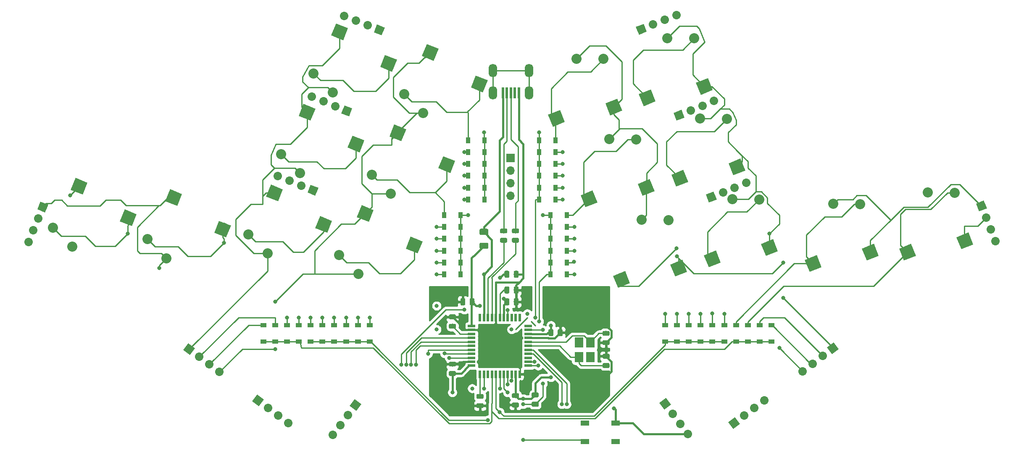
<source format=gbr>
G04 #@! TF.GenerationSoftware,KiCad,Pcbnew,(5.1.4)-1*
G04 #@! TF.CreationDate,2022-11-03T22:20:12-04:00*
G04 #@! TF.ProjectId,ThumbsUp,5468756d-6273-4557-902e-6b696361645f,rev?*
G04 #@! TF.SameCoordinates,Original*
G04 #@! TF.FileFunction,Copper,L2,Bot*
G04 #@! TF.FilePolarity,Positive*
%FSLAX46Y46*%
G04 Gerber Fmt 4.6, Leading zero omitted, Abs format (unit mm)*
G04 Created by KiCad (PCBNEW (5.1.4)-1) date 2022-11-03 22:20:12*
%MOMM*%
%LPD*%
G04 APERTURE LIST*
%ADD10O,1.700000X2.700000*%
%ADD11R,0.500000X2.250000*%
%ADD12R,1.800000X1.100000*%
%ADD13C,1.700000*%
%ADD14C,1.700000*%
%ADD15C,0.100000*%
%ADD16C,2.600000*%
%ADD17C,2.032000*%
%ADD18R,1.700000X1.700000*%
%ADD19O,1.700000X1.700000*%
%ADD20R,1.800000X2.100000*%
%ADD21R,1.500000X0.550000*%
%ADD22R,0.550000X1.500000*%
%ADD23C,0.975000*%
%ADD24C,1.250000*%
%ADD25R,1.200000X0.900000*%
%ADD26R,0.900000X1.200000*%
%ADD27C,0.800000*%
%ADD28C,0.250000*%
%ADD29C,0.381000*%
%ADD30C,0.254000*%
G04 APERTURE END LIST*
D10*
X143050000Y-155000000D03*
X150350000Y-155000000D03*
X150350000Y-159500000D03*
X143050000Y-159500000D03*
D11*
X145100000Y-159500000D03*
X145900000Y-159500000D03*
X146700000Y-159500000D03*
X147500000Y-159500000D03*
X148300000Y-159500000D03*
D12*
X161600000Y-226050000D03*
X167800000Y-229750000D03*
X161600000Y-229750000D03*
X167800000Y-226050000D03*
D13*
X194165141Y-177645498D03*
D14*
X194165141Y-177645498D02*
X194165141Y-177645498D01*
D13*
X191810094Y-178596999D03*
D14*
X191810094Y-178596999D02*
X191810094Y-178596999D01*
D13*
X189455047Y-179548499D03*
D14*
X189455047Y-179548499D02*
X189455047Y-179548499D01*
D13*
X187100000Y-180500000D03*
D15*
G36*
X188206522Y-180969691D02*
G01*
X186630309Y-181606522D01*
X185993478Y-180030309D01*
X187569691Y-179393478D01*
X188206522Y-180969691D01*
X188206522Y-180969691D01*
G37*
D13*
X241528381Y-182311090D03*
D15*
G36*
X241058690Y-183417612D02*
G01*
X240421859Y-181841399D01*
X241998072Y-181204568D01*
X242634903Y-182780781D01*
X241058690Y-183417612D01*
X241058690Y-183417612D01*
G37*
D13*
X242479882Y-184666137D03*
D14*
X242479882Y-184666137D02*
X242479882Y-184666137D01*
D13*
X243431382Y-187021184D03*
D14*
X243431382Y-187021184D02*
X243431382Y-187021184D01*
D13*
X244382883Y-189376231D03*
D14*
X244382883Y-189376231D02*
X244382883Y-189376231D01*
D13*
X172994345Y-146690649D03*
D15*
G36*
X174100867Y-147160340D02*
G01*
X172524654Y-147797171D01*
X171887823Y-146220958D01*
X173464036Y-145584127D01*
X174100867Y-147160340D01*
X174100867Y-147160340D01*
G37*
D13*
X175349392Y-145739148D03*
D14*
X175349392Y-145739148D02*
X175349392Y-145739148D01*
D13*
X177704439Y-144787648D03*
D14*
X177704439Y-144787648D02*
X177704439Y-144787648D01*
D13*
X180059486Y-143836147D03*
D14*
X180059486Y-143836147D02*
X180059486Y-143836147D01*
D13*
X180600000Y-164000000D03*
D15*
G36*
X181706522Y-164469691D02*
G01*
X180130309Y-165106522D01*
X179493478Y-163530309D01*
X181069691Y-162893478D01*
X181706522Y-164469691D01*
X181706522Y-164469691D01*
G37*
D13*
X182955047Y-163048499D03*
D14*
X182955047Y-163048499D02*
X182955047Y-163048499D01*
D13*
X185310094Y-162096999D03*
D14*
X185310094Y-162096999D02*
X185310094Y-162096999D01*
D13*
X187665141Y-161145498D03*
D14*
X187665141Y-161145498D02*
X187665141Y-161145498D01*
D13*
X182393643Y-228262834D03*
D14*
X182393643Y-228262834D02*
X182393643Y-228262834D01*
D13*
X180865033Y-226234299D03*
D14*
X180865033Y-226234299D02*
X180865033Y-226234299D01*
D13*
X179336423Y-224205765D03*
D14*
X179336423Y-224205765D02*
X179336423Y-224205765D01*
D13*
X177807813Y-222177231D03*
D15*
G36*
X177640516Y-223367614D02*
G01*
X176617430Y-222009934D01*
X177975110Y-220986848D01*
X178998196Y-222344528D01*
X177640516Y-223367614D01*
X177640516Y-223367614D01*
G37*
D16*
X238186938Y-189323428D03*
D15*
G36*
X238905288Y-187631100D02*
G01*
X239879266Y-190041778D01*
X237468588Y-191015756D01*
X236494610Y-188605078D01*
X238905288Y-187631100D01*
X238905288Y-187631100D01*
G37*
D17*
X236133916Y-179637189D03*
X230711323Y-179563136D03*
D16*
X226653830Y-191610330D03*
D15*
G36*
X227372180Y-189918002D02*
G01*
X228346158Y-192328680D01*
X225935480Y-193302658D01*
X224961502Y-190891980D01*
X227372180Y-189918002D01*
X227372180Y-189918002D01*
G37*
D16*
X185712716Y-158215455D03*
D15*
G36*
X186431066Y-156523127D02*
G01*
X187405044Y-158933805D01*
X184994366Y-159907783D01*
X184020388Y-157497105D01*
X186431066Y-156523127D01*
X186431066Y-156523127D01*
G37*
D17*
X183659694Y-148529216D03*
X178237101Y-148455163D03*
D16*
X174179608Y-160502357D03*
D15*
G36*
X174897958Y-158810029D02*
G01*
X175871936Y-161220707D01*
X173461258Y-162194685D01*
X172487280Y-159784007D01*
X174897958Y-158810029D01*
X174897958Y-158810029D01*
G37*
D16*
X192268331Y-174441172D03*
D15*
G36*
X192986681Y-172748844D02*
G01*
X193960659Y-175159522D01*
X191549981Y-176133500D01*
X190576003Y-173722822D01*
X192986681Y-172748844D01*
X192986681Y-172748844D01*
G37*
D17*
X190215309Y-164754933D03*
X184792716Y-164680880D03*
D16*
X180735223Y-176728074D03*
D15*
G36*
X181453573Y-175035746D02*
G01*
X182427551Y-177446424D01*
X180016873Y-178420402D01*
X179042895Y-176009724D01*
X181453573Y-175035746D01*
X181453573Y-175035746D01*
G37*
D16*
X198823946Y-190666890D03*
D15*
G36*
X199542296Y-188974562D02*
G01*
X200516274Y-191385240D01*
X198105596Y-192359218D01*
X197131618Y-189948540D01*
X199542296Y-188974562D01*
X199542296Y-188974562D01*
G37*
D17*
X196770924Y-180980651D03*
X191348331Y-180906598D03*
D16*
X187290838Y-192953792D03*
D15*
G36*
X188009188Y-191261464D02*
G01*
X188983166Y-193672142D01*
X186572488Y-194646120D01*
X185598510Y-192235442D01*
X188009188Y-191261464D01*
X188009188Y-191261464D01*
G37*
D16*
X219161004Y-191617731D03*
D15*
G36*
X219879354Y-189925403D02*
G01*
X220853332Y-192336081D01*
X218442654Y-193310059D01*
X217468676Y-190899381D01*
X219879354Y-189925403D01*
X219879354Y-189925403D01*
G37*
D17*
X217107982Y-181931492D03*
X211685389Y-181857439D03*
D16*
X207627896Y-193904633D03*
D15*
G36*
X208346246Y-192212305D02*
G01*
X209320224Y-194622983D01*
X206909546Y-195596961D01*
X205935568Y-193186283D01*
X208346246Y-192212305D01*
X208346246Y-192212305D01*
G37*
D13*
X205515141Y-215597906D03*
D14*
X205515141Y-215597906D02*
X205515141Y-215597906D01*
D13*
X207543676Y-214069296D03*
D14*
X207543676Y-214069296D02*
X207543676Y-214069296D01*
D13*
X209572210Y-212540686D03*
D14*
X209572210Y-212540686D02*
X209572210Y-212540686D01*
D13*
X211600744Y-211012076D03*
D15*
G36*
X210410361Y-210844779D02*
G01*
X211768041Y-209821693D01*
X212791127Y-211179373D01*
X211433447Y-212202459D01*
X210410361Y-210844779D01*
X210410361Y-210844779D01*
G37*
D13*
X87992618Y-215751511D03*
D14*
X87992618Y-215751511D02*
X87992618Y-215751511D01*
D13*
X85964083Y-214222901D03*
D14*
X85964083Y-214222901D02*
X85964083Y-214222901D01*
D13*
X83935549Y-212694291D03*
D14*
X83935549Y-212694291D02*
X83935549Y-212694291D01*
D13*
X81907015Y-211165681D03*
D15*
G36*
X82074312Y-212356064D02*
G01*
X80716632Y-211332978D01*
X81739718Y-209975298D01*
X83097398Y-210998384D01*
X82074312Y-212356064D01*
X82074312Y-212356064D01*
G37*
D13*
X52395205Y-182503276D03*
D15*
G36*
X51288683Y-182972967D02*
G01*
X51925514Y-181396754D01*
X53501727Y-182033585D01*
X52864896Y-183609798D01*
X51288683Y-182972967D01*
X51288683Y-182972967D01*
G37*
D13*
X51443704Y-184858323D03*
D14*
X51443704Y-184858323D02*
X51443704Y-184858323D01*
D13*
X50492204Y-187213370D03*
D14*
X50492204Y-187213370D02*
X50492204Y-187213370D01*
D13*
X49540703Y-189568417D03*
D14*
X49540703Y-189568417D02*
X49540703Y-189568417D01*
D13*
X120197799Y-146824591D03*
D15*
G36*
X119728108Y-145718069D02*
G01*
X121304321Y-146354900D01*
X120667490Y-147931113D01*
X119091277Y-147294282D01*
X119728108Y-145718069D01*
X119728108Y-145718069D01*
G37*
D13*
X117842752Y-145873090D03*
D14*
X117842752Y-145873090D02*
X117842752Y-145873090D01*
D13*
X115487705Y-144921590D03*
D14*
X115487705Y-144921590D02*
X115487705Y-144921590D01*
D13*
X113132658Y-143970089D03*
D14*
X113132658Y-143970089D02*
X113132658Y-143970089D01*
D13*
X113658765Y-163138249D03*
D15*
G36*
X113189074Y-162031727D02*
G01*
X114765287Y-162668558D01*
X114128456Y-164244771D01*
X112552243Y-163607940D01*
X113189074Y-162031727D01*
X113189074Y-162031727D01*
G37*
D13*
X111303718Y-162186748D03*
D14*
X111303718Y-162186748D02*
X111303718Y-162186748D01*
D13*
X108948671Y-161235248D03*
D14*
X108948671Y-161235248D02*
X108948671Y-161235248D01*
D13*
X106593624Y-160283747D03*
D14*
X106593624Y-160283747D02*
X106593624Y-160283747D01*
D13*
X99778867Y-176283747D03*
D14*
X99778867Y-176283747D02*
X99778867Y-176283747D01*
D13*
X102133914Y-177235248D03*
D14*
X102133914Y-177235248D02*
X102133914Y-177235248D01*
D13*
X104488961Y-178186748D03*
D14*
X104488961Y-178186748D02*
X104488961Y-178186748D01*
D13*
X106844008Y-179138249D03*
D15*
G36*
X106374317Y-178031727D02*
G01*
X107950530Y-178668558D01*
X107313699Y-180244771D01*
X105737486Y-179607940D01*
X106374317Y-178031727D01*
X106374317Y-178031727D01*
G37*
D16*
X112197605Y-147205393D03*
D15*
G36*
X110505277Y-147923743D02*
G01*
X111479255Y-145513065D01*
X113889933Y-146487043D01*
X112915955Y-148897721D01*
X110505277Y-147923743D01*
X110505277Y-147923743D01*
G37*
D17*
X106945799Y-155599240D03*
X110795044Y-159419359D03*
D16*
X122082444Y-153571904D03*
D15*
G36*
X120390116Y-154290254D02*
G01*
X121364094Y-151879576D01*
X123774772Y-152853554D01*
X122800794Y-155264232D01*
X120390116Y-154290254D01*
X120390116Y-154290254D01*
G37*
D16*
X173991610Y-178589843D03*
D15*
G36*
X174709960Y-176897515D02*
G01*
X175683938Y-179308193D01*
X173273260Y-180282171D01*
X172299282Y-177871493D01*
X174709960Y-176897515D01*
X174709960Y-176897515D01*
G37*
D17*
X171938588Y-168903604D03*
X166515995Y-168829551D03*
D16*
X162458502Y-180876745D03*
D15*
G36*
X163176852Y-179184417D02*
G01*
X164150830Y-181595095D01*
X161740152Y-182569073D01*
X160766174Y-180158395D01*
X163176852Y-179184417D01*
X163176852Y-179184417D01*
G37*
D16*
X59723382Y-178313366D03*
D15*
G36*
X58031054Y-179031716D02*
G01*
X59005032Y-176621038D01*
X61415710Y-177595016D01*
X60441732Y-180005694D01*
X58031054Y-179031716D01*
X58031054Y-179031716D01*
G37*
D17*
X54471576Y-186707213D03*
X58320821Y-190527332D03*
D16*
X69608221Y-184679877D03*
D15*
G36*
X67915893Y-185398227D02*
G01*
X68889871Y-182987549D01*
X71300549Y-183961527D01*
X70326571Y-186372205D01*
X67915893Y-185398227D01*
X67915893Y-185398227D01*
G37*
D16*
X78749316Y-180607669D03*
D15*
G36*
X77056988Y-181326019D02*
G01*
X78030966Y-178915341D01*
X80441644Y-179889319D01*
X79467666Y-182299997D01*
X77056988Y-181326019D01*
X77056988Y-181326019D01*
G37*
D17*
X73497510Y-189001516D03*
X77346755Y-192821635D03*
D16*
X88634155Y-186974180D03*
D15*
G36*
X86941827Y-187692530D02*
G01*
X87915805Y-185281852D01*
X90326483Y-186255830D01*
X89352505Y-188666508D01*
X86941827Y-187692530D01*
X86941827Y-187692530D01*
G37*
D16*
X99086374Y-179656828D03*
D15*
G36*
X97394046Y-180375178D02*
G01*
X98368024Y-177964500D01*
X100778702Y-178938478D01*
X99804724Y-181349156D01*
X97394046Y-180375178D01*
X97394046Y-180375178D01*
G37*
D17*
X93834568Y-188050675D03*
X97683813Y-191870794D03*
D16*
X108971213Y-186023339D03*
D15*
G36*
X107278885Y-186741689D02*
G01*
X108252863Y-184331011D01*
X110663541Y-185304989D01*
X109689563Y-187715667D01*
X107278885Y-186741689D01*
X107278885Y-186741689D01*
G37*
D16*
X180547225Y-194815560D03*
D15*
G36*
X181265575Y-193123232D02*
G01*
X182239553Y-195533910D01*
X179828875Y-196507888D01*
X178854897Y-194097210D01*
X181265575Y-193123232D01*
X181265575Y-193123232D01*
G37*
D17*
X178494203Y-185129321D03*
X173071610Y-185055268D03*
D16*
X169014117Y-197102462D03*
D15*
G36*
X169732467Y-195410134D02*
G01*
X170706445Y-197820812D01*
X168295767Y-198794790D01*
X167321789Y-196384112D01*
X169732467Y-195410134D01*
X169732467Y-195410134D01*
G37*
D16*
X130474326Y-151354063D03*
D15*
G36*
X128781998Y-152072413D02*
G01*
X129755976Y-149661735D01*
X132166654Y-150635713D01*
X131192676Y-153046391D01*
X128781998Y-152072413D01*
X128781998Y-152072413D01*
G37*
D17*
X125222520Y-159747910D03*
X129071765Y-163568029D03*
D16*
X140359165Y-157720574D03*
D15*
G36*
X138666837Y-158438924D02*
G01*
X139640815Y-156028246D01*
X142051493Y-157002224D01*
X141077515Y-159412902D01*
X138666837Y-158438924D01*
X138666837Y-158438924D01*
G37*
D16*
X117363095Y-183805498D03*
D15*
G36*
X115670767Y-184523848D02*
G01*
X116644745Y-182113170D01*
X119055423Y-183087148D01*
X118081445Y-185497826D01*
X115670767Y-184523848D01*
X115670767Y-184523848D01*
G37*
D17*
X112111289Y-192199345D03*
X115960534Y-196019464D03*
D16*
X127247934Y-190172009D03*
D15*
G36*
X125555606Y-190890359D02*
G01*
X126529584Y-188479681D01*
X128940262Y-189453659D01*
X127966284Y-191864337D01*
X125555606Y-190890359D01*
X125555606Y-190890359D01*
G37*
D16*
X123918710Y-167579781D03*
D15*
G36*
X122226382Y-168298131D02*
G01*
X123200360Y-165887453D01*
X125611038Y-166861431D01*
X124637060Y-169272109D01*
X122226382Y-168298131D01*
X122226382Y-168298131D01*
G37*
D17*
X118666904Y-175973628D03*
X122516149Y-179793747D03*
D16*
X133803549Y-173946292D03*
D15*
G36*
X132111221Y-174664642D02*
G01*
X133085199Y-172253964D01*
X135495877Y-173227942D01*
X134521899Y-175638620D01*
X132111221Y-174664642D01*
X132111221Y-174664642D01*
G37*
D16*
X167435995Y-162364125D03*
D15*
G36*
X168154345Y-160671797D02*
G01*
X169128323Y-163082475D01*
X166717645Y-164056453D01*
X165743667Y-161645775D01*
X168154345Y-160671797D01*
X168154345Y-160671797D01*
G37*
D17*
X165382973Y-152677886D03*
X159960380Y-152603833D03*
D16*
X155902887Y-164651027D03*
D15*
G36*
X156621237Y-162958699D02*
G01*
X157595215Y-165369377D01*
X155184537Y-166343355D01*
X154210559Y-163932677D01*
X156621237Y-162958699D01*
X156621237Y-162958699D01*
G37*
D16*
X105641989Y-163431110D03*
D15*
G36*
X103949661Y-164149460D02*
G01*
X104923639Y-161738782D01*
X107334317Y-162712760D01*
X106360339Y-165123438D01*
X103949661Y-164149460D01*
X103949661Y-164149460D01*
G37*
D17*
X100390183Y-171824957D03*
X104239428Y-175645076D03*
D16*
X115526828Y-169797621D03*
D15*
G36*
X113834500Y-170515971D02*
G01*
X114808478Y-168105293D01*
X117219156Y-169079271D01*
X116245178Y-171489949D01*
X113834500Y-170515971D01*
X113834500Y-170515971D01*
G37*
D13*
X101828320Y-226087050D03*
D14*
X101828320Y-226087050D02*
X101828320Y-226087050D01*
D13*
X99799785Y-224558440D03*
D14*
X99799785Y-224558440D02*
X99799785Y-224558440D01*
D13*
X97771251Y-223029830D03*
D14*
X97771251Y-223029830D02*
X97771251Y-223029830D01*
D13*
X95742717Y-221501220D03*
D15*
G36*
X95910014Y-222691603D02*
G01*
X94552334Y-221668517D01*
X95575420Y-220310837D01*
X96933100Y-221333923D01*
X95910014Y-222691603D01*
X95910014Y-222691603D01*
G37*
D18*
X146658765Y-172638249D03*
D19*
X146658765Y-175178249D03*
X146658765Y-177718249D03*
X146658765Y-180258249D03*
D13*
X191716901Y-226026163D03*
D15*
G36*
X192907284Y-226193460D02*
G01*
X191549604Y-227216546D01*
X190526518Y-225858866D01*
X191884198Y-224835780D01*
X192907284Y-226193460D01*
X192907284Y-226193460D01*
G37*
D13*
X193745435Y-224497553D03*
D14*
X193745435Y-224497553D02*
X193745435Y-224497553D01*
D13*
X195773969Y-222968943D03*
D14*
X195773969Y-222968943D02*
X195773969Y-222968943D01*
D13*
X197802504Y-221440333D03*
D14*
X197802504Y-221440333D02*
X197802504Y-221440333D01*
D13*
X110834284Y-228461436D03*
D14*
X110834284Y-228461436D02*
X110834284Y-228461436D01*
D13*
X112362894Y-226432901D03*
D14*
X112362894Y-226432901D02*
X112362894Y-226432901D01*
D13*
X113891504Y-224404367D03*
D14*
X113891504Y-224404367D02*
X113891504Y-224404367D01*
D13*
X115420114Y-222375833D03*
D15*
G36*
X114229731Y-222543130D02*
G01*
X115252817Y-221185450D01*
X116610497Y-222208536D01*
X115587411Y-223566216D01*
X114229731Y-222543130D01*
X114229731Y-222543130D01*
G37*
D20*
X162718750Y-212725000D03*
X162718750Y-209825000D03*
X160418750Y-209825000D03*
X160418750Y-212725000D03*
D21*
X138793750Y-206487500D03*
X138793750Y-207287500D03*
X138793750Y-208087500D03*
X138793750Y-208887500D03*
X138793750Y-209687500D03*
X138793750Y-210487500D03*
X138793750Y-211287500D03*
X138793750Y-212087500D03*
X138793750Y-212887500D03*
X138793750Y-213687500D03*
X138793750Y-214487500D03*
D22*
X140493750Y-216187500D03*
X141293750Y-216187500D03*
X142093750Y-216187500D03*
X142893750Y-216187500D03*
X143693750Y-216187500D03*
X144493750Y-216187500D03*
X145293750Y-216187500D03*
X146093750Y-216187500D03*
X146893750Y-216187500D03*
X147693750Y-216187500D03*
X148493750Y-216187500D03*
D21*
X150193750Y-214487500D03*
X150193750Y-213687500D03*
X150193750Y-212887500D03*
X150193750Y-212087500D03*
X150193750Y-211287500D03*
X150193750Y-210487500D03*
X150193750Y-209687500D03*
X150193750Y-208887500D03*
X150193750Y-208087500D03*
X150193750Y-207287500D03*
X150193750Y-206487500D03*
D22*
X148493750Y-204787500D03*
X147693750Y-204787500D03*
X146893750Y-204787500D03*
X146093750Y-204787500D03*
X145293750Y-204787500D03*
X144493750Y-204787500D03*
X143693750Y-204787500D03*
X142893750Y-204787500D03*
X142093750Y-204787500D03*
X141293750Y-204787500D03*
X140493750Y-204787500D03*
D15*
G36*
X140973892Y-220176174D02*
G01*
X140997553Y-220179684D01*
X141020757Y-220185496D01*
X141043279Y-220193554D01*
X141064903Y-220203782D01*
X141085420Y-220216079D01*
X141104633Y-220230329D01*
X141122357Y-220246393D01*
X141138421Y-220264117D01*
X141152671Y-220283330D01*
X141164968Y-220303847D01*
X141175196Y-220325471D01*
X141183254Y-220347993D01*
X141189066Y-220371197D01*
X141192576Y-220394858D01*
X141193750Y-220418750D01*
X141193750Y-220906250D01*
X141192576Y-220930142D01*
X141189066Y-220953803D01*
X141183254Y-220977007D01*
X141175196Y-220999529D01*
X141164968Y-221021153D01*
X141152671Y-221041670D01*
X141138421Y-221060883D01*
X141122357Y-221078607D01*
X141104633Y-221094671D01*
X141085420Y-221108921D01*
X141064903Y-221121218D01*
X141043279Y-221131446D01*
X141020757Y-221139504D01*
X140997553Y-221145316D01*
X140973892Y-221148826D01*
X140950000Y-221150000D01*
X140037500Y-221150000D01*
X140013608Y-221148826D01*
X139989947Y-221145316D01*
X139966743Y-221139504D01*
X139944221Y-221131446D01*
X139922597Y-221121218D01*
X139902080Y-221108921D01*
X139882867Y-221094671D01*
X139865143Y-221078607D01*
X139849079Y-221060883D01*
X139834829Y-221041670D01*
X139822532Y-221021153D01*
X139812304Y-220999529D01*
X139804246Y-220977007D01*
X139798434Y-220953803D01*
X139794924Y-220930142D01*
X139793750Y-220906250D01*
X139793750Y-220418750D01*
X139794924Y-220394858D01*
X139798434Y-220371197D01*
X139804246Y-220347993D01*
X139812304Y-220325471D01*
X139822532Y-220303847D01*
X139834829Y-220283330D01*
X139849079Y-220264117D01*
X139865143Y-220246393D01*
X139882867Y-220230329D01*
X139902080Y-220216079D01*
X139922597Y-220203782D01*
X139944221Y-220193554D01*
X139966743Y-220185496D01*
X139989947Y-220179684D01*
X140013608Y-220176174D01*
X140037500Y-220175000D01*
X140950000Y-220175000D01*
X140973892Y-220176174D01*
X140973892Y-220176174D01*
G37*
D23*
X140493750Y-220662500D03*
D15*
G36*
X140973892Y-222051174D02*
G01*
X140997553Y-222054684D01*
X141020757Y-222060496D01*
X141043279Y-222068554D01*
X141064903Y-222078782D01*
X141085420Y-222091079D01*
X141104633Y-222105329D01*
X141122357Y-222121393D01*
X141138421Y-222139117D01*
X141152671Y-222158330D01*
X141164968Y-222178847D01*
X141175196Y-222200471D01*
X141183254Y-222222993D01*
X141189066Y-222246197D01*
X141192576Y-222269858D01*
X141193750Y-222293750D01*
X141193750Y-222781250D01*
X141192576Y-222805142D01*
X141189066Y-222828803D01*
X141183254Y-222852007D01*
X141175196Y-222874529D01*
X141164968Y-222896153D01*
X141152671Y-222916670D01*
X141138421Y-222935883D01*
X141122357Y-222953607D01*
X141104633Y-222969671D01*
X141085420Y-222983921D01*
X141064903Y-222996218D01*
X141043279Y-223006446D01*
X141020757Y-223014504D01*
X140997553Y-223020316D01*
X140973892Y-223023826D01*
X140950000Y-223025000D01*
X140037500Y-223025000D01*
X140013608Y-223023826D01*
X139989947Y-223020316D01*
X139966743Y-223014504D01*
X139944221Y-223006446D01*
X139922597Y-222996218D01*
X139902080Y-222983921D01*
X139882867Y-222969671D01*
X139865143Y-222953607D01*
X139849079Y-222935883D01*
X139834829Y-222916670D01*
X139822532Y-222896153D01*
X139812304Y-222874529D01*
X139804246Y-222852007D01*
X139798434Y-222828803D01*
X139794924Y-222805142D01*
X139793750Y-222781250D01*
X139793750Y-222293750D01*
X139794924Y-222269858D01*
X139798434Y-222246197D01*
X139804246Y-222222993D01*
X139812304Y-222200471D01*
X139822532Y-222178847D01*
X139834829Y-222158330D01*
X139849079Y-222139117D01*
X139865143Y-222121393D01*
X139882867Y-222105329D01*
X139902080Y-222091079D01*
X139922597Y-222078782D01*
X139944221Y-222068554D01*
X139966743Y-222060496D01*
X139989947Y-222054684D01*
X140013608Y-222051174D01*
X140037500Y-222050000D01*
X140950000Y-222050000D01*
X140973892Y-222051174D01*
X140973892Y-222051174D01*
G37*
D23*
X140493750Y-222537500D03*
D15*
G36*
X152086392Y-221763674D02*
G01*
X152110053Y-221767184D01*
X152133257Y-221772996D01*
X152155779Y-221781054D01*
X152177403Y-221791282D01*
X152197920Y-221803579D01*
X152217133Y-221817829D01*
X152234857Y-221833893D01*
X152250921Y-221851617D01*
X152265171Y-221870830D01*
X152277468Y-221891347D01*
X152287696Y-221912971D01*
X152295754Y-221935493D01*
X152301566Y-221958697D01*
X152305076Y-221982358D01*
X152306250Y-222006250D01*
X152306250Y-222493750D01*
X152305076Y-222517642D01*
X152301566Y-222541303D01*
X152295754Y-222564507D01*
X152287696Y-222587029D01*
X152277468Y-222608653D01*
X152265171Y-222629170D01*
X152250921Y-222648383D01*
X152234857Y-222666107D01*
X152217133Y-222682171D01*
X152197920Y-222696421D01*
X152177403Y-222708718D01*
X152155779Y-222718946D01*
X152133257Y-222727004D01*
X152110053Y-222732816D01*
X152086392Y-222736326D01*
X152062500Y-222737500D01*
X151150000Y-222737500D01*
X151126108Y-222736326D01*
X151102447Y-222732816D01*
X151079243Y-222727004D01*
X151056721Y-222718946D01*
X151035097Y-222708718D01*
X151014580Y-222696421D01*
X150995367Y-222682171D01*
X150977643Y-222666107D01*
X150961579Y-222648383D01*
X150947329Y-222629170D01*
X150935032Y-222608653D01*
X150924804Y-222587029D01*
X150916746Y-222564507D01*
X150910934Y-222541303D01*
X150907424Y-222517642D01*
X150906250Y-222493750D01*
X150906250Y-222006250D01*
X150907424Y-221982358D01*
X150910934Y-221958697D01*
X150916746Y-221935493D01*
X150924804Y-221912971D01*
X150935032Y-221891347D01*
X150947329Y-221870830D01*
X150961579Y-221851617D01*
X150977643Y-221833893D01*
X150995367Y-221817829D01*
X151014580Y-221803579D01*
X151035097Y-221791282D01*
X151056721Y-221781054D01*
X151079243Y-221772996D01*
X151102447Y-221767184D01*
X151126108Y-221763674D01*
X151150000Y-221762500D01*
X152062500Y-221762500D01*
X152086392Y-221763674D01*
X152086392Y-221763674D01*
G37*
D23*
X151606250Y-222250000D03*
D15*
G36*
X152086392Y-219888674D02*
G01*
X152110053Y-219892184D01*
X152133257Y-219897996D01*
X152155779Y-219906054D01*
X152177403Y-219916282D01*
X152197920Y-219928579D01*
X152217133Y-219942829D01*
X152234857Y-219958893D01*
X152250921Y-219976617D01*
X152265171Y-219995830D01*
X152277468Y-220016347D01*
X152287696Y-220037971D01*
X152295754Y-220060493D01*
X152301566Y-220083697D01*
X152305076Y-220107358D01*
X152306250Y-220131250D01*
X152306250Y-220618750D01*
X152305076Y-220642642D01*
X152301566Y-220666303D01*
X152295754Y-220689507D01*
X152287696Y-220712029D01*
X152277468Y-220733653D01*
X152265171Y-220754170D01*
X152250921Y-220773383D01*
X152234857Y-220791107D01*
X152217133Y-220807171D01*
X152197920Y-220821421D01*
X152177403Y-220833718D01*
X152155779Y-220843946D01*
X152133257Y-220852004D01*
X152110053Y-220857816D01*
X152086392Y-220861326D01*
X152062500Y-220862500D01*
X151150000Y-220862500D01*
X151126108Y-220861326D01*
X151102447Y-220857816D01*
X151079243Y-220852004D01*
X151056721Y-220843946D01*
X151035097Y-220833718D01*
X151014580Y-220821421D01*
X150995367Y-220807171D01*
X150977643Y-220791107D01*
X150961579Y-220773383D01*
X150947329Y-220754170D01*
X150935032Y-220733653D01*
X150924804Y-220712029D01*
X150916746Y-220689507D01*
X150910934Y-220666303D01*
X150907424Y-220642642D01*
X150906250Y-220618750D01*
X150906250Y-220131250D01*
X150907424Y-220107358D01*
X150910934Y-220083697D01*
X150916746Y-220060493D01*
X150924804Y-220037971D01*
X150935032Y-220016347D01*
X150947329Y-219995830D01*
X150961579Y-219976617D01*
X150977643Y-219958893D01*
X150995367Y-219942829D01*
X151014580Y-219928579D01*
X151035097Y-219916282D01*
X151056721Y-219906054D01*
X151079243Y-219897996D01*
X151102447Y-219892184D01*
X151126108Y-219888674D01*
X151150000Y-219887500D01*
X152062500Y-219887500D01*
X152086392Y-219888674D01*
X152086392Y-219888674D01*
G37*
D23*
X151606250Y-220375000D03*
D15*
G36*
X148117642Y-186838674D02*
G01*
X148141303Y-186842184D01*
X148164507Y-186847996D01*
X148187029Y-186856054D01*
X148208653Y-186866282D01*
X148229170Y-186878579D01*
X148248383Y-186892829D01*
X148266107Y-186908893D01*
X148282171Y-186926617D01*
X148296421Y-186945830D01*
X148308718Y-186966347D01*
X148318946Y-186987971D01*
X148327004Y-187010493D01*
X148332816Y-187033697D01*
X148336326Y-187057358D01*
X148337500Y-187081250D01*
X148337500Y-187568750D01*
X148336326Y-187592642D01*
X148332816Y-187616303D01*
X148327004Y-187639507D01*
X148318946Y-187662029D01*
X148308718Y-187683653D01*
X148296421Y-187704170D01*
X148282171Y-187723383D01*
X148266107Y-187741107D01*
X148248383Y-187757171D01*
X148229170Y-187771421D01*
X148208653Y-187783718D01*
X148187029Y-187793946D01*
X148164507Y-187802004D01*
X148141303Y-187807816D01*
X148117642Y-187811326D01*
X148093750Y-187812500D01*
X147181250Y-187812500D01*
X147157358Y-187811326D01*
X147133697Y-187807816D01*
X147110493Y-187802004D01*
X147087971Y-187793946D01*
X147066347Y-187783718D01*
X147045830Y-187771421D01*
X147026617Y-187757171D01*
X147008893Y-187741107D01*
X146992829Y-187723383D01*
X146978579Y-187704170D01*
X146966282Y-187683653D01*
X146956054Y-187662029D01*
X146947996Y-187639507D01*
X146942184Y-187616303D01*
X146938674Y-187592642D01*
X146937500Y-187568750D01*
X146937500Y-187081250D01*
X146938674Y-187057358D01*
X146942184Y-187033697D01*
X146947996Y-187010493D01*
X146956054Y-186987971D01*
X146966282Y-186966347D01*
X146978579Y-186945830D01*
X146992829Y-186926617D01*
X147008893Y-186908893D01*
X147026617Y-186892829D01*
X147045830Y-186878579D01*
X147066347Y-186866282D01*
X147087971Y-186856054D01*
X147110493Y-186847996D01*
X147133697Y-186842184D01*
X147157358Y-186838674D01*
X147181250Y-186837500D01*
X148093750Y-186837500D01*
X148117642Y-186838674D01*
X148117642Y-186838674D01*
G37*
D23*
X147637500Y-187325000D03*
D15*
G36*
X148117642Y-188713674D02*
G01*
X148141303Y-188717184D01*
X148164507Y-188722996D01*
X148187029Y-188731054D01*
X148208653Y-188741282D01*
X148229170Y-188753579D01*
X148248383Y-188767829D01*
X148266107Y-188783893D01*
X148282171Y-188801617D01*
X148296421Y-188820830D01*
X148308718Y-188841347D01*
X148318946Y-188862971D01*
X148327004Y-188885493D01*
X148332816Y-188908697D01*
X148336326Y-188932358D01*
X148337500Y-188956250D01*
X148337500Y-189443750D01*
X148336326Y-189467642D01*
X148332816Y-189491303D01*
X148327004Y-189514507D01*
X148318946Y-189537029D01*
X148308718Y-189558653D01*
X148296421Y-189579170D01*
X148282171Y-189598383D01*
X148266107Y-189616107D01*
X148248383Y-189632171D01*
X148229170Y-189646421D01*
X148208653Y-189658718D01*
X148187029Y-189668946D01*
X148164507Y-189677004D01*
X148141303Y-189682816D01*
X148117642Y-189686326D01*
X148093750Y-189687500D01*
X147181250Y-189687500D01*
X147157358Y-189686326D01*
X147133697Y-189682816D01*
X147110493Y-189677004D01*
X147087971Y-189668946D01*
X147066347Y-189658718D01*
X147045830Y-189646421D01*
X147026617Y-189632171D01*
X147008893Y-189616107D01*
X146992829Y-189598383D01*
X146978579Y-189579170D01*
X146966282Y-189558653D01*
X146956054Y-189537029D01*
X146947996Y-189514507D01*
X146942184Y-189491303D01*
X146938674Y-189467642D01*
X146937500Y-189443750D01*
X146937500Y-188956250D01*
X146938674Y-188932358D01*
X146942184Y-188908697D01*
X146947996Y-188885493D01*
X146956054Y-188862971D01*
X146966282Y-188841347D01*
X146978579Y-188820830D01*
X146992829Y-188801617D01*
X147008893Y-188783893D01*
X147026617Y-188767829D01*
X147045830Y-188753579D01*
X147066347Y-188741282D01*
X147087971Y-188731054D01*
X147110493Y-188722996D01*
X147133697Y-188717184D01*
X147157358Y-188713674D01*
X147181250Y-188712500D01*
X148093750Y-188712500D01*
X148117642Y-188713674D01*
X148117642Y-188713674D01*
G37*
D23*
X147637500Y-189200000D03*
D15*
G36*
X145736392Y-186838674D02*
G01*
X145760053Y-186842184D01*
X145783257Y-186847996D01*
X145805779Y-186856054D01*
X145827403Y-186866282D01*
X145847920Y-186878579D01*
X145867133Y-186892829D01*
X145884857Y-186908893D01*
X145900921Y-186926617D01*
X145915171Y-186945830D01*
X145927468Y-186966347D01*
X145937696Y-186987971D01*
X145945754Y-187010493D01*
X145951566Y-187033697D01*
X145955076Y-187057358D01*
X145956250Y-187081250D01*
X145956250Y-187568750D01*
X145955076Y-187592642D01*
X145951566Y-187616303D01*
X145945754Y-187639507D01*
X145937696Y-187662029D01*
X145927468Y-187683653D01*
X145915171Y-187704170D01*
X145900921Y-187723383D01*
X145884857Y-187741107D01*
X145867133Y-187757171D01*
X145847920Y-187771421D01*
X145827403Y-187783718D01*
X145805779Y-187793946D01*
X145783257Y-187802004D01*
X145760053Y-187807816D01*
X145736392Y-187811326D01*
X145712500Y-187812500D01*
X144800000Y-187812500D01*
X144776108Y-187811326D01*
X144752447Y-187807816D01*
X144729243Y-187802004D01*
X144706721Y-187793946D01*
X144685097Y-187783718D01*
X144664580Y-187771421D01*
X144645367Y-187757171D01*
X144627643Y-187741107D01*
X144611579Y-187723383D01*
X144597329Y-187704170D01*
X144585032Y-187683653D01*
X144574804Y-187662029D01*
X144566746Y-187639507D01*
X144560934Y-187616303D01*
X144557424Y-187592642D01*
X144556250Y-187568750D01*
X144556250Y-187081250D01*
X144557424Y-187057358D01*
X144560934Y-187033697D01*
X144566746Y-187010493D01*
X144574804Y-186987971D01*
X144585032Y-186966347D01*
X144597329Y-186945830D01*
X144611579Y-186926617D01*
X144627643Y-186908893D01*
X144645367Y-186892829D01*
X144664580Y-186878579D01*
X144685097Y-186866282D01*
X144706721Y-186856054D01*
X144729243Y-186847996D01*
X144752447Y-186842184D01*
X144776108Y-186838674D01*
X144800000Y-186837500D01*
X145712500Y-186837500D01*
X145736392Y-186838674D01*
X145736392Y-186838674D01*
G37*
D23*
X145256250Y-187325000D03*
D15*
G36*
X145736392Y-188713674D02*
G01*
X145760053Y-188717184D01*
X145783257Y-188722996D01*
X145805779Y-188731054D01*
X145827403Y-188741282D01*
X145847920Y-188753579D01*
X145867133Y-188767829D01*
X145884857Y-188783893D01*
X145900921Y-188801617D01*
X145915171Y-188820830D01*
X145927468Y-188841347D01*
X145937696Y-188862971D01*
X145945754Y-188885493D01*
X145951566Y-188908697D01*
X145955076Y-188932358D01*
X145956250Y-188956250D01*
X145956250Y-189443750D01*
X145955076Y-189467642D01*
X145951566Y-189491303D01*
X145945754Y-189514507D01*
X145937696Y-189537029D01*
X145927468Y-189558653D01*
X145915171Y-189579170D01*
X145900921Y-189598383D01*
X145884857Y-189616107D01*
X145867133Y-189632171D01*
X145847920Y-189646421D01*
X145827403Y-189658718D01*
X145805779Y-189668946D01*
X145783257Y-189677004D01*
X145760053Y-189682816D01*
X145736392Y-189686326D01*
X145712500Y-189687500D01*
X144800000Y-189687500D01*
X144776108Y-189686326D01*
X144752447Y-189682816D01*
X144729243Y-189677004D01*
X144706721Y-189668946D01*
X144685097Y-189658718D01*
X144664580Y-189646421D01*
X144645367Y-189632171D01*
X144627643Y-189616107D01*
X144611579Y-189598383D01*
X144597329Y-189579170D01*
X144585032Y-189558653D01*
X144574804Y-189537029D01*
X144566746Y-189514507D01*
X144560934Y-189491303D01*
X144557424Y-189467642D01*
X144556250Y-189443750D01*
X144556250Y-188956250D01*
X144557424Y-188932358D01*
X144560934Y-188908697D01*
X144566746Y-188885493D01*
X144574804Y-188862971D01*
X144585032Y-188841347D01*
X144597329Y-188820830D01*
X144611579Y-188801617D01*
X144627643Y-188783893D01*
X144645367Y-188767829D01*
X144664580Y-188753579D01*
X144685097Y-188741282D01*
X144706721Y-188731054D01*
X144729243Y-188722996D01*
X144752447Y-188717184D01*
X144776108Y-188713674D01*
X144800000Y-188712500D01*
X145712500Y-188712500D01*
X145736392Y-188713674D01*
X145736392Y-188713674D01*
G37*
D23*
X145256250Y-189200000D03*
D15*
G36*
X141937004Y-186888704D02*
G01*
X141961273Y-186892304D01*
X141985071Y-186898265D01*
X142008171Y-186906530D01*
X142030349Y-186917020D01*
X142051393Y-186929633D01*
X142071098Y-186944247D01*
X142089277Y-186960723D01*
X142105753Y-186978902D01*
X142120367Y-186998607D01*
X142132980Y-187019651D01*
X142143470Y-187041829D01*
X142151735Y-187064929D01*
X142157696Y-187088727D01*
X142161296Y-187112996D01*
X142162500Y-187137500D01*
X142162500Y-187887500D01*
X142161296Y-187912004D01*
X142157696Y-187936273D01*
X142151735Y-187960071D01*
X142143470Y-187983171D01*
X142132980Y-188005349D01*
X142120367Y-188026393D01*
X142105753Y-188046098D01*
X142089277Y-188064277D01*
X142071098Y-188080753D01*
X142051393Y-188095367D01*
X142030349Y-188107980D01*
X142008171Y-188118470D01*
X141985071Y-188126735D01*
X141961273Y-188132696D01*
X141937004Y-188136296D01*
X141912500Y-188137500D01*
X140662500Y-188137500D01*
X140637996Y-188136296D01*
X140613727Y-188132696D01*
X140589929Y-188126735D01*
X140566829Y-188118470D01*
X140544651Y-188107980D01*
X140523607Y-188095367D01*
X140503902Y-188080753D01*
X140485723Y-188064277D01*
X140469247Y-188046098D01*
X140454633Y-188026393D01*
X140442020Y-188005349D01*
X140431530Y-187983171D01*
X140423265Y-187960071D01*
X140417304Y-187936273D01*
X140413704Y-187912004D01*
X140412500Y-187887500D01*
X140412500Y-187137500D01*
X140413704Y-187112996D01*
X140417304Y-187088727D01*
X140423265Y-187064929D01*
X140431530Y-187041829D01*
X140442020Y-187019651D01*
X140454633Y-186998607D01*
X140469247Y-186978902D01*
X140485723Y-186960723D01*
X140503902Y-186944247D01*
X140523607Y-186929633D01*
X140544651Y-186917020D01*
X140566829Y-186906530D01*
X140589929Y-186898265D01*
X140613727Y-186892304D01*
X140637996Y-186888704D01*
X140662500Y-186887500D01*
X141912500Y-186887500D01*
X141937004Y-186888704D01*
X141937004Y-186888704D01*
G37*
D24*
X141287500Y-187512500D03*
D15*
G36*
X141937004Y-189688704D02*
G01*
X141961273Y-189692304D01*
X141985071Y-189698265D01*
X142008171Y-189706530D01*
X142030349Y-189717020D01*
X142051393Y-189729633D01*
X142071098Y-189744247D01*
X142089277Y-189760723D01*
X142105753Y-189778902D01*
X142120367Y-189798607D01*
X142132980Y-189819651D01*
X142143470Y-189841829D01*
X142151735Y-189864929D01*
X142157696Y-189888727D01*
X142161296Y-189912996D01*
X142162500Y-189937500D01*
X142162500Y-190687500D01*
X142161296Y-190712004D01*
X142157696Y-190736273D01*
X142151735Y-190760071D01*
X142143470Y-190783171D01*
X142132980Y-190805349D01*
X142120367Y-190826393D01*
X142105753Y-190846098D01*
X142089277Y-190864277D01*
X142071098Y-190880753D01*
X142051393Y-190895367D01*
X142030349Y-190907980D01*
X142008171Y-190918470D01*
X141985071Y-190926735D01*
X141961273Y-190932696D01*
X141937004Y-190936296D01*
X141912500Y-190937500D01*
X140662500Y-190937500D01*
X140637996Y-190936296D01*
X140613727Y-190932696D01*
X140589929Y-190926735D01*
X140566829Y-190918470D01*
X140544651Y-190907980D01*
X140523607Y-190895367D01*
X140503902Y-190880753D01*
X140485723Y-190864277D01*
X140469247Y-190846098D01*
X140454633Y-190826393D01*
X140442020Y-190805349D01*
X140431530Y-190783171D01*
X140423265Y-190760071D01*
X140417304Y-190736273D01*
X140413704Y-190712004D01*
X140412500Y-190687500D01*
X140412500Y-189937500D01*
X140413704Y-189912996D01*
X140417304Y-189888727D01*
X140423265Y-189864929D01*
X140431530Y-189841829D01*
X140442020Y-189819651D01*
X140454633Y-189798607D01*
X140469247Y-189778902D01*
X140485723Y-189760723D01*
X140503902Y-189744247D01*
X140523607Y-189729633D01*
X140544651Y-189717020D01*
X140566829Y-189706530D01*
X140589929Y-189698265D01*
X140613727Y-189692304D01*
X140637996Y-189688704D01*
X140662500Y-189687500D01*
X141912500Y-189687500D01*
X141937004Y-189688704D01*
X141937004Y-189688704D01*
G37*
D24*
X141287500Y-190312500D03*
D25*
X194468750Y-206312500D03*
X194468750Y-209612500D03*
X192087500Y-206312500D03*
X192087500Y-209612500D03*
X180181250Y-206312500D03*
X180181250Y-209612500D03*
X182562500Y-206312500D03*
X182562500Y-209612500D03*
X184943750Y-206312500D03*
X184943750Y-209612500D03*
X187325000Y-206312500D03*
X187325000Y-209612500D03*
D26*
X157956250Y-186531250D03*
X154656250Y-186531250D03*
X157956250Y-188912500D03*
X154656250Y-188912500D03*
X157956250Y-191293750D03*
X154656250Y-191293750D03*
X157956250Y-193675000D03*
X154656250Y-193675000D03*
X155700000Y-171450000D03*
X152400000Y-171450000D03*
X155700000Y-173831250D03*
X152400000Y-173831250D03*
X155700000Y-176212500D03*
X152400000Y-176212500D03*
X155700000Y-178593750D03*
X152400000Y-178593750D03*
D25*
X199231250Y-206312500D03*
X199231250Y-209612500D03*
X196850000Y-206312500D03*
X196850000Y-209612500D03*
X189706250Y-206312500D03*
X189706250Y-209612500D03*
D26*
X157956250Y-196056250D03*
X154656250Y-196056250D03*
X155700000Y-180975000D03*
X152400000Y-180975000D03*
D25*
X177800000Y-206312500D03*
X177800000Y-209612500D03*
D26*
X157956250Y-184150000D03*
X154656250Y-184150000D03*
X155700000Y-169068750D03*
X152400000Y-169068750D03*
D25*
X118268750Y-206312500D03*
X118268750Y-209612500D03*
D26*
X133287500Y-184150000D03*
X136587500Y-184150000D03*
X138112500Y-169068750D03*
X141412500Y-169068750D03*
D25*
X96837500Y-206312500D03*
X96837500Y-209612500D03*
X99218750Y-206312500D03*
X99218750Y-209612500D03*
X106362500Y-206312500D03*
X106362500Y-209612500D03*
D26*
X133287500Y-196056250D03*
X136587500Y-196056250D03*
X138112500Y-180975000D03*
X141412500Y-180975000D03*
D25*
X101600000Y-206312500D03*
X101600000Y-209612500D03*
X103981250Y-206312500D03*
X103981250Y-209612500D03*
X115887500Y-206312500D03*
X115887500Y-209612500D03*
X113506250Y-206312500D03*
X113506250Y-209612500D03*
X111125000Y-206312500D03*
X111125000Y-209612500D03*
X108743750Y-206312500D03*
X108743750Y-209612500D03*
D26*
X133287500Y-186531250D03*
X136587500Y-186531250D03*
X133287500Y-188912500D03*
X136587500Y-188912500D03*
X133287500Y-191293750D03*
X136587500Y-191293750D03*
X133287500Y-193675000D03*
X136587500Y-193675000D03*
X138112500Y-171450000D03*
X141412500Y-171450000D03*
X138112500Y-173831250D03*
X141412500Y-173831250D03*
X138112500Y-176212500D03*
X141412500Y-176212500D03*
X138112500Y-178593750D03*
X141412500Y-178593750D03*
D15*
G36*
X135417642Y-206032424D02*
G01*
X135441303Y-206035934D01*
X135464507Y-206041746D01*
X135487029Y-206049804D01*
X135508653Y-206060032D01*
X135529170Y-206072329D01*
X135548383Y-206086579D01*
X135566107Y-206102643D01*
X135582171Y-206120367D01*
X135596421Y-206139580D01*
X135608718Y-206160097D01*
X135618946Y-206181721D01*
X135627004Y-206204243D01*
X135632816Y-206227447D01*
X135636326Y-206251108D01*
X135637500Y-206275000D01*
X135637500Y-206762500D01*
X135636326Y-206786392D01*
X135632816Y-206810053D01*
X135627004Y-206833257D01*
X135618946Y-206855779D01*
X135608718Y-206877403D01*
X135596421Y-206897920D01*
X135582171Y-206917133D01*
X135566107Y-206934857D01*
X135548383Y-206950921D01*
X135529170Y-206965171D01*
X135508653Y-206977468D01*
X135487029Y-206987696D01*
X135464507Y-206995754D01*
X135441303Y-207001566D01*
X135417642Y-207005076D01*
X135393750Y-207006250D01*
X134481250Y-207006250D01*
X134457358Y-207005076D01*
X134433697Y-207001566D01*
X134410493Y-206995754D01*
X134387971Y-206987696D01*
X134366347Y-206977468D01*
X134345830Y-206965171D01*
X134326617Y-206950921D01*
X134308893Y-206934857D01*
X134292829Y-206917133D01*
X134278579Y-206897920D01*
X134266282Y-206877403D01*
X134256054Y-206855779D01*
X134247996Y-206833257D01*
X134242184Y-206810053D01*
X134238674Y-206786392D01*
X134237500Y-206762500D01*
X134237500Y-206275000D01*
X134238674Y-206251108D01*
X134242184Y-206227447D01*
X134247996Y-206204243D01*
X134256054Y-206181721D01*
X134266282Y-206160097D01*
X134278579Y-206139580D01*
X134292829Y-206120367D01*
X134308893Y-206102643D01*
X134326617Y-206086579D01*
X134345830Y-206072329D01*
X134366347Y-206060032D01*
X134387971Y-206049804D01*
X134410493Y-206041746D01*
X134433697Y-206035934D01*
X134457358Y-206032424D01*
X134481250Y-206031250D01*
X135393750Y-206031250D01*
X135417642Y-206032424D01*
X135417642Y-206032424D01*
G37*
D23*
X134937500Y-206518750D03*
D15*
G36*
X135417642Y-204157424D02*
G01*
X135441303Y-204160934D01*
X135464507Y-204166746D01*
X135487029Y-204174804D01*
X135508653Y-204185032D01*
X135529170Y-204197329D01*
X135548383Y-204211579D01*
X135566107Y-204227643D01*
X135582171Y-204245367D01*
X135596421Y-204264580D01*
X135608718Y-204285097D01*
X135618946Y-204306721D01*
X135627004Y-204329243D01*
X135632816Y-204352447D01*
X135636326Y-204376108D01*
X135637500Y-204400000D01*
X135637500Y-204887500D01*
X135636326Y-204911392D01*
X135632816Y-204935053D01*
X135627004Y-204958257D01*
X135618946Y-204980779D01*
X135608718Y-205002403D01*
X135596421Y-205022920D01*
X135582171Y-205042133D01*
X135566107Y-205059857D01*
X135548383Y-205075921D01*
X135529170Y-205090171D01*
X135508653Y-205102468D01*
X135487029Y-205112696D01*
X135464507Y-205120754D01*
X135441303Y-205126566D01*
X135417642Y-205130076D01*
X135393750Y-205131250D01*
X134481250Y-205131250D01*
X134457358Y-205130076D01*
X134433697Y-205126566D01*
X134410493Y-205120754D01*
X134387971Y-205112696D01*
X134366347Y-205102468D01*
X134345830Y-205090171D01*
X134326617Y-205075921D01*
X134308893Y-205059857D01*
X134292829Y-205042133D01*
X134278579Y-205022920D01*
X134266282Y-205002403D01*
X134256054Y-204980779D01*
X134247996Y-204958257D01*
X134242184Y-204935053D01*
X134238674Y-204911392D01*
X134237500Y-204887500D01*
X134237500Y-204400000D01*
X134238674Y-204376108D01*
X134242184Y-204352447D01*
X134247996Y-204329243D01*
X134256054Y-204306721D01*
X134266282Y-204285097D01*
X134278579Y-204264580D01*
X134292829Y-204245367D01*
X134308893Y-204227643D01*
X134326617Y-204211579D01*
X134345830Y-204197329D01*
X134366347Y-204185032D01*
X134387971Y-204174804D01*
X134410493Y-204166746D01*
X134433697Y-204160934D01*
X134457358Y-204157424D01*
X134481250Y-204156250D01*
X135393750Y-204156250D01*
X135417642Y-204157424D01*
X135417642Y-204157424D01*
G37*
D23*
X134937500Y-204643750D03*
D15*
G36*
X148048892Y-195357424D02*
G01*
X148072553Y-195360934D01*
X148095757Y-195366746D01*
X148118279Y-195374804D01*
X148139903Y-195385032D01*
X148160420Y-195397329D01*
X148179633Y-195411579D01*
X148197357Y-195427643D01*
X148213421Y-195445367D01*
X148227671Y-195464580D01*
X148239968Y-195485097D01*
X148250196Y-195506721D01*
X148258254Y-195529243D01*
X148264066Y-195552447D01*
X148267576Y-195576108D01*
X148268750Y-195600000D01*
X148268750Y-196512500D01*
X148267576Y-196536392D01*
X148264066Y-196560053D01*
X148258254Y-196583257D01*
X148250196Y-196605779D01*
X148239968Y-196627403D01*
X148227671Y-196647920D01*
X148213421Y-196667133D01*
X148197357Y-196684857D01*
X148179633Y-196700921D01*
X148160420Y-196715171D01*
X148139903Y-196727468D01*
X148118279Y-196737696D01*
X148095757Y-196745754D01*
X148072553Y-196751566D01*
X148048892Y-196755076D01*
X148025000Y-196756250D01*
X147537500Y-196756250D01*
X147513608Y-196755076D01*
X147489947Y-196751566D01*
X147466743Y-196745754D01*
X147444221Y-196737696D01*
X147422597Y-196727468D01*
X147402080Y-196715171D01*
X147382867Y-196700921D01*
X147365143Y-196684857D01*
X147349079Y-196667133D01*
X147334829Y-196647920D01*
X147322532Y-196627403D01*
X147312304Y-196605779D01*
X147304246Y-196583257D01*
X147298434Y-196560053D01*
X147294924Y-196536392D01*
X147293750Y-196512500D01*
X147293750Y-195600000D01*
X147294924Y-195576108D01*
X147298434Y-195552447D01*
X147304246Y-195529243D01*
X147312304Y-195506721D01*
X147322532Y-195485097D01*
X147334829Y-195464580D01*
X147349079Y-195445367D01*
X147365143Y-195427643D01*
X147382867Y-195411579D01*
X147402080Y-195397329D01*
X147422597Y-195385032D01*
X147444221Y-195374804D01*
X147466743Y-195366746D01*
X147489947Y-195360934D01*
X147513608Y-195357424D01*
X147537500Y-195356250D01*
X148025000Y-195356250D01*
X148048892Y-195357424D01*
X148048892Y-195357424D01*
G37*
D23*
X147781250Y-196056250D03*
D15*
G36*
X146173892Y-195357424D02*
G01*
X146197553Y-195360934D01*
X146220757Y-195366746D01*
X146243279Y-195374804D01*
X146264903Y-195385032D01*
X146285420Y-195397329D01*
X146304633Y-195411579D01*
X146322357Y-195427643D01*
X146338421Y-195445367D01*
X146352671Y-195464580D01*
X146364968Y-195485097D01*
X146375196Y-195506721D01*
X146383254Y-195529243D01*
X146389066Y-195552447D01*
X146392576Y-195576108D01*
X146393750Y-195600000D01*
X146393750Y-196512500D01*
X146392576Y-196536392D01*
X146389066Y-196560053D01*
X146383254Y-196583257D01*
X146375196Y-196605779D01*
X146364968Y-196627403D01*
X146352671Y-196647920D01*
X146338421Y-196667133D01*
X146322357Y-196684857D01*
X146304633Y-196700921D01*
X146285420Y-196715171D01*
X146264903Y-196727468D01*
X146243279Y-196737696D01*
X146220757Y-196745754D01*
X146197553Y-196751566D01*
X146173892Y-196755076D01*
X146150000Y-196756250D01*
X145662500Y-196756250D01*
X145638608Y-196755076D01*
X145614947Y-196751566D01*
X145591743Y-196745754D01*
X145569221Y-196737696D01*
X145547597Y-196727468D01*
X145527080Y-196715171D01*
X145507867Y-196700921D01*
X145490143Y-196684857D01*
X145474079Y-196667133D01*
X145459829Y-196647920D01*
X145447532Y-196627403D01*
X145437304Y-196605779D01*
X145429246Y-196583257D01*
X145423434Y-196560053D01*
X145419924Y-196536392D01*
X145418750Y-196512500D01*
X145418750Y-195600000D01*
X145419924Y-195576108D01*
X145423434Y-195552447D01*
X145429246Y-195529243D01*
X145437304Y-195506721D01*
X145447532Y-195485097D01*
X145459829Y-195464580D01*
X145474079Y-195445367D01*
X145490143Y-195427643D01*
X145507867Y-195411579D01*
X145527080Y-195397329D01*
X145547597Y-195385032D01*
X145569221Y-195374804D01*
X145591743Y-195366746D01*
X145614947Y-195360934D01*
X145638608Y-195357424D01*
X145662500Y-195356250D01*
X146150000Y-195356250D01*
X146173892Y-195357424D01*
X146173892Y-195357424D01*
G37*
D23*
X145906250Y-196056250D03*
D15*
G36*
X148048892Y-198532424D02*
G01*
X148072553Y-198535934D01*
X148095757Y-198541746D01*
X148118279Y-198549804D01*
X148139903Y-198560032D01*
X148160420Y-198572329D01*
X148179633Y-198586579D01*
X148197357Y-198602643D01*
X148213421Y-198620367D01*
X148227671Y-198639580D01*
X148239968Y-198660097D01*
X148250196Y-198681721D01*
X148258254Y-198704243D01*
X148264066Y-198727447D01*
X148267576Y-198751108D01*
X148268750Y-198775000D01*
X148268750Y-199687500D01*
X148267576Y-199711392D01*
X148264066Y-199735053D01*
X148258254Y-199758257D01*
X148250196Y-199780779D01*
X148239968Y-199802403D01*
X148227671Y-199822920D01*
X148213421Y-199842133D01*
X148197357Y-199859857D01*
X148179633Y-199875921D01*
X148160420Y-199890171D01*
X148139903Y-199902468D01*
X148118279Y-199912696D01*
X148095757Y-199920754D01*
X148072553Y-199926566D01*
X148048892Y-199930076D01*
X148025000Y-199931250D01*
X147537500Y-199931250D01*
X147513608Y-199930076D01*
X147489947Y-199926566D01*
X147466743Y-199920754D01*
X147444221Y-199912696D01*
X147422597Y-199902468D01*
X147402080Y-199890171D01*
X147382867Y-199875921D01*
X147365143Y-199859857D01*
X147349079Y-199842133D01*
X147334829Y-199822920D01*
X147322532Y-199802403D01*
X147312304Y-199780779D01*
X147304246Y-199758257D01*
X147298434Y-199735053D01*
X147294924Y-199711392D01*
X147293750Y-199687500D01*
X147293750Y-198775000D01*
X147294924Y-198751108D01*
X147298434Y-198727447D01*
X147304246Y-198704243D01*
X147312304Y-198681721D01*
X147322532Y-198660097D01*
X147334829Y-198639580D01*
X147349079Y-198620367D01*
X147365143Y-198602643D01*
X147382867Y-198586579D01*
X147402080Y-198572329D01*
X147422597Y-198560032D01*
X147444221Y-198549804D01*
X147466743Y-198541746D01*
X147489947Y-198535934D01*
X147513608Y-198532424D01*
X147537500Y-198531250D01*
X148025000Y-198531250D01*
X148048892Y-198532424D01*
X148048892Y-198532424D01*
G37*
D23*
X147781250Y-199231250D03*
D15*
G36*
X146173892Y-198532424D02*
G01*
X146197553Y-198535934D01*
X146220757Y-198541746D01*
X146243279Y-198549804D01*
X146264903Y-198560032D01*
X146285420Y-198572329D01*
X146304633Y-198586579D01*
X146322357Y-198602643D01*
X146338421Y-198620367D01*
X146352671Y-198639580D01*
X146364968Y-198660097D01*
X146375196Y-198681721D01*
X146383254Y-198704243D01*
X146389066Y-198727447D01*
X146392576Y-198751108D01*
X146393750Y-198775000D01*
X146393750Y-199687500D01*
X146392576Y-199711392D01*
X146389066Y-199735053D01*
X146383254Y-199758257D01*
X146375196Y-199780779D01*
X146364968Y-199802403D01*
X146352671Y-199822920D01*
X146338421Y-199842133D01*
X146322357Y-199859857D01*
X146304633Y-199875921D01*
X146285420Y-199890171D01*
X146264903Y-199902468D01*
X146243279Y-199912696D01*
X146220757Y-199920754D01*
X146197553Y-199926566D01*
X146173892Y-199930076D01*
X146150000Y-199931250D01*
X145662500Y-199931250D01*
X145638608Y-199930076D01*
X145614947Y-199926566D01*
X145591743Y-199920754D01*
X145569221Y-199912696D01*
X145547597Y-199902468D01*
X145527080Y-199890171D01*
X145507867Y-199875921D01*
X145490143Y-199859857D01*
X145474079Y-199842133D01*
X145459829Y-199822920D01*
X145447532Y-199802403D01*
X145437304Y-199780779D01*
X145429246Y-199758257D01*
X145423434Y-199735053D01*
X145419924Y-199711392D01*
X145418750Y-199687500D01*
X145418750Y-198775000D01*
X145419924Y-198751108D01*
X145423434Y-198727447D01*
X145429246Y-198704243D01*
X145437304Y-198681721D01*
X145447532Y-198660097D01*
X145459829Y-198639580D01*
X145474079Y-198620367D01*
X145490143Y-198602643D01*
X145507867Y-198586579D01*
X145527080Y-198572329D01*
X145547597Y-198560032D01*
X145569221Y-198549804D01*
X145591743Y-198541746D01*
X145614947Y-198535934D01*
X145638608Y-198532424D01*
X145662500Y-198531250D01*
X146150000Y-198531250D01*
X146173892Y-198532424D01*
X146173892Y-198532424D01*
G37*
D23*
X145906250Y-199231250D03*
D15*
G36*
X148117642Y-221907424D02*
G01*
X148141303Y-221910934D01*
X148164507Y-221916746D01*
X148187029Y-221924804D01*
X148208653Y-221935032D01*
X148229170Y-221947329D01*
X148248383Y-221961579D01*
X148266107Y-221977643D01*
X148282171Y-221995367D01*
X148296421Y-222014580D01*
X148308718Y-222035097D01*
X148318946Y-222056721D01*
X148327004Y-222079243D01*
X148332816Y-222102447D01*
X148336326Y-222126108D01*
X148337500Y-222150000D01*
X148337500Y-222637500D01*
X148336326Y-222661392D01*
X148332816Y-222685053D01*
X148327004Y-222708257D01*
X148318946Y-222730779D01*
X148308718Y-222752403D01*
X148296421Y-222772920D01*
X148282171Y-222792133D01*
X148266107Y-222809857D01*
X148248383Y-222825921D01*
X148229170Y-222840171D01*
X148208653Y-222852468D01*
X148187029Y-222862696D01*
X148164507Y-222870754D01*
X148141303Y-222876566D01*
X148117642Y-222880076D01*
X148093750Y-222881250D01*
X147181250Y-222881250D01*
X147157358Y-222880076D01*
X147133697Y-222876566D01*
X147110493Y-222870754D01*
X147087971Y-222862696D01*
X147066347Y-222852468D01*
X147045830Y-222840171D01*
X147026617Y-222825921D01*
X147008893Y-222809857D01*
X146992829Y-222792133D01*
X146978579Y-222772920D01*
X146966282Y-222752403D01*
X146956054Y-222730779D01*
X146947996Y-222708257D01*
X146942184Y-222685053D01*
X146938674Y-222661392D01*
X146937500Y-222637500D01*
X146937500Y-222150000D01*
X146938674Y-222126108D01*
X146942184Y-222102447D01*
X146947996Y-222079243D01*
X146956054Y-222056721D01*
X146966282Y-222035097D01*
X146978579Y-222014580D01*
X146992829Y-221995367D01*
X147008893Y-221977643D01*
X147026617Y-221961579D01*
X147045830Y-221947329D01*
X147066347Y-221935032D01*
X147087971Y-221924804D01*
X147110493Y-221916746D01*
X147133697Y-221910934D01*
X147157358Y-221907424D01*
X147181250Y-221906250D01*
X148093750Y-221906250D01*
X148117642Y-221907424D01*
X148117642Y-221907424D01*
G37*
D23*
X147637500Y-222393750D03*
D15*
G36*
X148117642Y-220032424D02*
G01*
X148141303Y-220035934D01*
X148164507Y-220041746D01*
X148187029Y-220049804D01*
X148208653Y-220060032D01*
X148229170Y-220072329D01*
X148248383Y-220086579D01*
X148266107Y-220102643D01*
X148282171Y-220120367D01*
X148296421Y-220139580D01*
X148308718Y-220160097D01*
X148318946Y-220181721D01*
X148327004Y-220204243D01*
X148332816Y-220227447D01*
X148336326Y-220251108D01*
X148337500Y-220275000D01*
X148337500Y-220762500D01*
X148336326Y-220786392D01*
X148332816Y-220810053D01*
X148327004Y-220833257D01*
X148318946Y-220855779D01*
X148308718Y-220877403D01*
X148296421Y-220897920D01*
X148282171Y-220917133D01*
X148266107Y-220934857D01*
X148248383Y-220950921D01*
X148229170Y-220965171D01*
X148208653Y-220977468D01*
X148187029Y-220987696D01*
X148164507Y-220995754D01*
X148141303Y-221001566D01*
X148117642Y-221005076D01*
X148093750Y-221006250D01*
X147181250Y-221006250D01*
X147157358Y-221005076D01*
X147133697Y-221001566D01*
X147110493Y-220995754D01*
X147087971Y-220987696D01*
X147066347Y-220977468D01*
X147045830Y-220965171D01*
X147026617Y-220950921D01*
X147008893Y-220934857D01*
X146992829Y-220917133D01*
X146978579Y-220897920D01*
X146966282Y-220877403D01*
X146956054Y-220855779D01*
X146947996Y-220833257D01*
X146942184Y-220810053D01*
X146938674Y-220786392D01*
X146937500Y-220762500D01*
X146937500Y-220275000D01*
X146938674Y-220251108D01*
X146942184Y-220227447D01*
X146947996Y-220204243D01*
X146956054Y-220181721D01*
X146966282Y-220160097D01*
X146978579Y-220139580D01*
X146992829Y-220120367D01*
X147008893Y-220102643D01*
X147026617Y-220086579D01*
X147045830Y-220072329D01*
X147066347Y-220060032D01*
X147087971Y-220049804D01*
X147110493Y-220041746D01*
X147133697Y-220035934D01*
X147157358Y-220032424D01*
X147181250Y-220031250D01*
X148093750Y-220031250D01*
X148117642Y-220032424D01*
X148117642Y-220032424D01*
G37*
D23*
X147637500Y-220518750D03*
D15*
G36*
X135417642Y-213682424D02*
G01*
X135441303Y-213685934D01*
X135464507Y-213691746D01*
X135487029Y-213699804D01*
X135508653Y-213710032D01*
X135529170Y-213722329D01*
X135548383Y-213736579D01*
X135566107Y-213752643D01*
X135582171Y-213770367D01*
X135596421Y-213789580D01*
X135608718Y-213810097D01*
X135618946Y-213831721D01*
X135627004Y-213854243D01*
X135632816Y-213877447D01*
X135636326Y-213901108D01*
X135637500Y-213925000D01*
X135637500Y-214412500D01*
X135636326Y-214436392D01*
X135632816Y-214460053D01*
X135627004Y-214483257D01*
X135618946Y-214505779D01*
X135608718Y-214527403D01*
X135596421Y-214547920D01*
X135582171Y-214567133D01*
X135566107Y-214584857D01*
X135548383Y-214600921D01*
X135529170Y-214615171D01*
X135508653Y-214627468D01*
X135487029Y-214637696D01*
X135464507Y-214645754D01*
X135441303Y-214651566D01*
X135417642Y-214655076D01*
X135393750Y-214656250D01*
X134481250Y-214656250D01*
X134457358Y-214655076D01*
X134433697Y-214651566D01*
X134410493Y-214645754D01*
X134387971Y-214637696D01*
X134366347Y-214627468D01*
X134345830Y-214615171D01*
X134326617Y-214600921D01*
X134308893Y-214584857D01*
X134292829Y-214567133D01*
X134278579Y-214547920D01*
X134266282Y-214527403D01*
X134256054Y-214505779D01*
X134247996Y-214483257D01*
X134242184Y-214460053D01*
X134238674Y-214436392D01*
X134237500Y-214412500D01*
X134237500Y-213925000D01*
X134238674Y-213901108D01*
X134242184Y-213877447D01*
X134247996Y-213854243D01*
X134256054Y-213831721D01*
X134266282Y-213810097D01*
X134278579Y-213789580D01*
X134292829Y-213770367D01*
X134308893Y-213752643D01*
X134326617Y-213736579D01*
X134345830Y-213722329D01*
X134366347Y-213710032D01*
X134387971Y-213699804D01*
X134410493Y-213691746D01*
X134433697Y-213685934D01*
X134457358Y-213682424D01*
X134481250Y-213681250D01*
X135393750Y-213681250D01*
X135417642Y-213682424D01*
X135417642Y-213682424D01*
G37*
D23*
X134937500Y-214168750D03*
D15*
G36*
X135417642Y-215557424D02*
G01*
X135441303Y-215560934D01*
X135464507Y-215566746D01*
X135487029Y-215574804D01*
X135508653Y-215585032D01*
X135529170Y-215597329D01*
X135548383Y-215611579D01*
X135566107Y-215627643D01*
X135582171Y-215645367D01*
X135596421Y-215664580D01*
X135608718Y-215685097D01*
X135618946Y-215706721D01*
X135627004Y-215729243D01*
X135632816Y-215752447D01*
X135636326Y-215776108D01*
X135637500Y-215800000D01*
X135637500Y-216287500D01*
X135636326Y-216311392D01*
X135632816Y-216335053D01*
X135627004Y-216358257D01*
X135618946Y-216380779D01*
X135608718Y-216402403D01*
X135596421Y-216422920D01*
X135582171Y-216442133D01*
X135566107Y-216459857D01*
X135548383Y-216475921D01*
X135529170Y-216490171D01*
X135508653Y-216502468D01*
X135487029Y-216512696D01*
X135464507Y-216520754D01*
X135441303Y-216526566D01*
X135417642Y-216530076D01*
X135393750Y-216531250D01*
X134481250Y-216531250D01*
X134457358Y-216530076D01*
X134433697Y-216526566D01*
X134410493Y-216520754D01*
X134387971Y-216512696D01*
X134366347Y-216502468D01*
X134345830Y-216490171D01*
X134326617Y-216475921D01*
X134308893Y-216459857D01*
X134292829Y-216442133D01*
X134278579Y-216422920D01*
X134266282Y-216402403D01*
X134256054Y-216380779D01*
X134247996Y-216358257D01*
X134242184Y-216335053D01*
X134238674Y-216311392D01*
X134237500Y-216287500D01*
X134237500Y-215800000D01*
X134238674Y-215776108D01*
X134242184Y-215752447D01*
X134247996Y-215729243D01*
X134256054Y-215706721D01*
X134266282Y-215685097D01*
X134278579Y-215664580D01*
X134292829Y-215645367D01*
X134308893Y-215627643D01*
X134326617Y-215611579D01*
X134345830Y-215597329D01*
X134366347Y-215585032D01*
X134387971Y-215574804D01*
X134410493Y-215566746D01*
X134433697Y-215560934D01*
X134457358Y-215557424D01*
X134481250Y-215556250D01*
X135393750Y-215556250D01*
X135417642Y-215557424D01*
X135417642Y-215557424D01*
G37*
D23*
X134937500Y-216043750D03*
D15*
G36*
X166373892Y-209351174D02*
G01*
X166397553Y-209354684D01*
X166420757Y-209360496D01*
X166443279Y-209368554D01*
X166464903Y-209378782D01*
X166485420Y-209391079D01*
X166504633Y-209405329D01*
X166522357Y-209421393D01*
X166538421Y-209439117D01*
X166552671Y-209458330D01*
X166564968Y-209478847D01*
X166575196Y-209500471D01*
X166583254Y-209522993D01*
X166589066Y-209546197D01*
X166592576Y-209569858D01*
X166593750Y-209593750D01*
X166593750Y-210081250D01*
X166592576Y-210105142D01*
X166589066Y-210128803D01*
X166583254Y-210152007D01*
X166575196Y-210174529D01*
X166564968Y-210196153D01*
X166552671Y-210216670D01*
X166538421Y-210235883D01*
X166522357Y-210253607D01*
X166504633Y-210269671D01*
X166485420Y-210283921D01*
X166464903Y-210296218D01*
X166443279Y-210306446D01*
X166420757Y-210314504D01*
X166397553Y-210320316D01*
X166373892Y-210323826D01*
X166350000Y-210325000D01*
X165437500Y-210325000D01*
X165413608Y-210323826D01*
X165389947Y-210320316D01*
X165366743Y-210314504D01*
X165344221Y-210306446D01*
X165322597Y-210296218D01*
X165302080Y-210283921D01*
X165282867Y-210269671D01*
X165265143Y-210253607D01*
X165249079Y-210235883D01*
X165234829Y-210216670D01*
X165222532Y-210196153D01*
X165212304Y-210174529D01*
X165204246Y-210152007D01*
X165198434Y-210128803D01*
X165194924Y-210105142D01*
X165193750Y-210081250D01*
X165193750Y-209593750D01*
X165194924Y-209569858D01*
X165198434Y-209546197D01*
X165204246Y-209522993D01*
X165212304Y-209500471D01*
X165222532Y-209478847D01*
X165234829Y-209458330D01*
X165249079Y-209439117D01*
X165265143Y-209421393D01*
X165282867Y-209405329D01*
X165302080Y-209391079D01*
X165322597Y-209378782D01*
X165344221Y-209368554D01*
X165366743Y-209360496D01*
X165389947Y-209354684D01*
X165413608Y-209351174D01*
X165437500Y-209350000D01*
X166350000Y-209350000D01*
X166373892Y-209351174D01*
X166373892Y-209351174D01*
G37*
D23*
X165893750Y-209837500D03*
D15*
G36*
X166373892Y-207476174D02*
G01*
X166397553Y-207479684D01*
X166420757Y-207485496D01*
X166443279Y-207493554D01*
X166464903Y-207503782D01*
X166485420Y-207516079D01*
X166504633Y-207530329D01*
X166522357Y-207546393D01*
X166538421Y-207564117D01*
X166552671Y-207583330D01*
X166564968Y-207603847D01*
X166575196Y-207625471D01*
X166583254Y-207647993D01*
X166589066Y-207671197D01*
X166592576Y-207694858D01*
X166593750Y-207718750D01*
X166593750Y-208206250D01*
X166592576Y-208230142D01*
X166589066Y-208253803D01*
X166583254Y-208277007D01*
X166575196Y-208299529D01*
X166564968Y-208321153D01*
X166552671Y-208341670D01*
X166538421Y-208360883D01*
X166522357Y-208378607D01*
X166504633Y-208394671D01*
X166485420Y-208408921D01*
X166464903Y-208421218D01*
X166443279Y-208431446D01*
X166420757Y-208439504D01*
X166397553Y-208445316D01*
X166373892Y-208448826D01*
X166350000Y-208450000D01*
X165437500Y-208450000D01*
X165413608Y-208448826D01*
X165389947Y-208445316D01*
X165366743Y-208439504D01*
X165344221Y-208431446D01*
X165322597Y-208421218D01*
X165302080Y-208408921D01*
X165282867Y-208394671D01*
X165265143Y-208378607D01*
X165249079Y-208360883D01*
X165234829Y-208341670D01*
X165222532Y-208321153D01*
X165212304Y-208299529D01*
X165204246Y-208277007D01*
X165198434Y-208253803D01*
X165194924Y-208230142D01*
X165193750Y-208206250D01*
X165193750Y-207718750D01*
X165194924Y-207694858D01*
X165198434Y-207671197D01*
X165204246Y-207647993D01*
X165212304Y-207625471D01*
X165222532Y-207603847D01*
X165234829Y-207583330D01*
X165249079Y-207564117D01*
X165265143Y-207546393D01*
X165282867Y-207530329D01*
X165302080Y-207516079D01*
X165322597Y-207503782D01*
X165344221Y-207493554D01*
X165366743Y-207485496D01*
X165389947Y-207479684D01*
X165413608Y-207476174D01*
X165437500Y-207475000D01*
X166350000Y-207475000D01*
X166373892Y-207476174D01*
X166373892Y-207476174D01*
G37*
D23*
X165893750Y-207962500D03*
D15*
G36*
X166373892Y-212094924D02*
G01*
X166397553Y-212098434D01*
X166420757Y-212104246D01*
X166443279Y-212112304D01*
X166464903Y-212122532D01*
X166485420Y-212134829D01*
X166504633Y-212149079D01*
X166522357Y-212165143D01*
X166538421Y-212182867D01*
X166552671Y-212202080D01*
X166564968Y-212222597D01*
X166575196Y-212244221D01*
X166583254Y-212266743D01*
X166589066Y-212289947D01*
X166592576Y-212313608D01*
X166593750Y-212337500D01*
X166593750Y-212825000D01*
X166592576Y-212848892D01*
X166589066Y-212872553D01*
X166583254Y-212895757D01*
X166575196Y-212918279D01*
X166564968Y-212939903D01*
X166552671Y-212960420D01*
X166538421Y-212979633D01*
X166522357Y-212997357D01*
X166504633Y-213013421D01*
X166485420Y-213027671D01*
X166464903Y-213039968D01*
X166443279Y-213050196D01*
X166420757Y-213058254D01*
X166397553Y-213064066D01*
X166373892Y-213067576D01*
X166350000Y-213068750D01*
X165437500Y-213068750D01*
X165413608Y-213067576D01*
X165389947Y-213064066D01*
X165366743Y-213058254D01*
X165344221Y-213050196D01*
X165322597Y-213039968D01*
X165302080Y-213027671D01*
X165282867Y-213013421D01*
X165265143Y-212997357D01*
X165249079Y-212979633D01*
X165234829Y-212960420D01*
X165222532Y-212939903D01*
X165212304Y-212918279D01*
X165204246Y-212895757D01*
X165198434Y-212872553D01*
X165194924Y-212848892D01*
X165193750Y-212825000D01*
X165193750Y-212337500D01*
X165194924Y-212313608D01*
X165198434Y-212289947D01*
X165204246Y-212266743D01*
X165212304Y-212244221D01*
X165222532Y-212222597D01*
X165234829Y-212202080D01*
X165249079Y-212182867D01*
X165265143Y-212165143D01*
X165282867Y-212149079D01*
X165302080Y-212134829D01*
X165322597Y-212122532D01*
X165344221Y-212112304D01*
X165366743Y-212104246D01*
X165389947Y-212098434D01*
X165413608Y-212094924D01*
X165437500Y-212093750D01*
X166350000Y-212093750D01*
X166373892Y-212094924D01*
X166373892Y-212094924D01*
G37*
D23*
X165893750Y-212581250D03*
D15*
G36*
X166373892Y-213969924D02*
G01*
X166397553Y-213973434D01*
X166420757Y-213979246D01*
X166443279Y-213987304D01*
X166464903Y-213997532D01*
X166485420Y-214009829D01*
X166504633Y-214024079D01*
X166522357Y-214040143D01*
X166538421Y-214057867D01*
X166552671Y-214077080D01*
X166564968Y-214097597D01*
X166575196Y-214119221D01*
X166583254Y-214141743D01*
X166589066Y-214164947D01*
X166592576Y-214188608D01*
X166593750Y-214212500D01*
X166593750Y-214700000D01*
X166592576Y-214723892D01*
X166589066Y-214747553D01*
X166583254Y-214770757D01*
X166575196Y-214793279D01*
X166564968Y-214814903D01*
X166552671Y-214835420D01*
X166538421Y-214854633D01*
X166522357Y-214872357D01*
X166504633Y-214888421D01*
X166485420Y-214902671D01*
X166464903Y-214914968D01*
X166443279Y-214925196D01*
X166420757Y-214933254D01*
X166397553Y-214939066D01*
X166373892Y-214942576D01*
X166350000Y-214943750D01*
X165437500Y-214943750D01*
X165413608Y-214942576D01*
X165389947Y-214939066D01*
X165366743Y-214933254D01*
X165344221Y-214925196D01*
X165322597Y-214914968D01*
X165302080Y-214902671D01*
X165282867Y-214888421D01*
X165265143Y-214872357D01*
X165249079Y-214854633D01*
X165234829Y-214835420D01*
X165222532Y-214814903D01*
X165212304Y-214793279D01*
X165204246Y-214770757D01*
X165198434Y-214747553D01*
X165194924Y-214723892D01*
X165193750Y-214700000D01*
X165193750Y-214212500D01*
X165194924Y-214188608D01*
X165198434Y-214164947D01*
X165204246Y-214141743D01*
X165212304Y-214119221D01*
X165222532Y-214097597D01*
X165234829Y-214077080D01*
X165249079Y-214057867D01*
X165265143Y-214040143D01*
X165282867Y-214024079D01*
X165302080Y-214009829D01*
X165322597Y-213997532D01*
X165344221Y-213987304D01*
X165366743Y-213979246D01*
X165389947Y-213973434D01*
X165413608Y-213969924D01*
X165437500Y-213968750D01*
X166350000Y-213968750D01*
X166373892Y-213969924D01*
X166373892Y-213969924D01*
G37*
D23*
X165893750Y-214456250D03*
D15*
G36*
X148048892Y-200913674D02*
G01*
X148072553Y-200917184D01*
X148095757Y-200922996D01*
X148118279Y-200931054D01*
X148139903Y-200941282D01*
X148160420Y-200953579D01*
X148179633Y-200967829D01*
X148197357Y-200983893D01*
X148213421Y-201001617D01*
X148227671Y-201020830D01*
X148239968Y-201041347D01*
X148250196Y-201062971D01*
X148258254Y-201085493D01*
X148264066Y-201108697D01*
X148267576Y-201132358D01*
X148268750Y-201156250D01*
X148268750Y-202068750D01*
X148267576Y-202092642D01*
X148264066Y-202116303D01*
X148258254Y-202139507D01*
X148250196Y-202162029D01*
X148239968Y-202183653D01*
X148227671Y-202204170D01*
X148213421Y-202223383D01*
X148197357Y-202241107D01*
X148179633Y-202257171D01*
X148160420Y-202271421D01*
X148139903Y-202283718D01*
X148118279Y-202293946D01*
X148095757Y-202302004D01*
X148072553Y-202307816D01*
X148048892Y-202311326D01*
X148025000Y-202312500D01*
X147537500Y-202312500D01*
X147513608Y-202311326D01*
X147489947Y-202307816D01*
X147466743Y-202302004D01*
X147444221Y-202293946D01*
X147422597Y-202283718D01*
X147402080Y-202271421D01*
X147382867Y-202257171D01*
X147365143Y-202241107D01*
X147349079Y-202223383D01*
X147334829Y-202204170D01*
X147322532Y-202183653D01*
X147312304Y-202162029D01*
X147304246Y-202139507D01*
X147298434Y-202116303D01*
X147294924Y-202092642D01*
X147293750Y-202068750D01*
X147293750Y-201156250D01*
X147294924Y-201132358D01*
X147298434Y-201108697D01*
X147304246Y-201085493D01*
X147312304Y-201062971D01*
X147322532Y-201041347D01*
X147334829Y-201020830D01*
X147349079Y-201001617D01*
X147365143Y-200983893D01*
X147382867Y-200967829D01*
X147402080Y-200953579D01*
X147422597Y-200941282D01*
X147444221Y-200931054D01*
X147466743Y-200922996D01*
X147489947Y-200917184D01*
X147513608Y-200913674D01*
X147537500Y-200912500D01*
X148025000Y-200912500D01*
X148048892Y-200913674D01*
X148048892Y-200913674D01*
G37*
D23*
X147781250Y-201612500D03*
D15*
G36*
X146173892Y-200913674D02*
G01*
X146197553Y-200917184D01*
X146220757Y-200922996D01*
X146243279Y-200931054D01*
X146264903Y-200941282D01*
X146285420Y-200953579D01*
X146304633Y-200967829D01*
X146322357Y-200983893D01*
X146338421Y-201001617D01*
X146352671Y-201020830D01*
X146364968Y-201041347D01*
X146375196Y-201062971D01*
X146383254Y-201085493D01*
X146389066Y-201108697D01*
X146392576Y-201132358D01*
X146393750Y-201156250D01*
X146393750Y-202068750D01*
X146392576Y-202092642D01*
X146389066Y-202116303D01*
X146383254Y-202139507D01*
X146375196Y-202162029D01*
X146364968Y-202183653D01*
X146352671Y-202204170D01*
X146338421Y-202223383D01*
X146322357Y-202241107D01*
X146304633Y-202257171D01*
X146285420Y-202271421D01*
X146264903Y-202283718D01*
X146243279Y-202293946D01*
X146220757Y-202302004D01*
X146197553Y-202307816D01*
X146173892Y-202311326D01*
X146150000Y-202312500D01*
X145662500Y-202312500D01*
X145638608Y-202311326D01*
X145614947Y-202307816D01*
X145591743Y-202302004D01*
X145569221Y-202293946D01*
X145547597Y-202283718D01*
X145527080Y-202271421D01*
X145507867Y-202257171D01*
X145490143Y-202241107D01*
X145474079Y-202223383D01*
X145459829Y-202204170D01*
X145447532Y-202183653D01*
X145437304Y-202162029D01*
X145429246Y-202139507D01*
X145423434Y-202116303D01*
X145419924Y-202092642D01*
X145418750Y-202068750D01*
X145418750Y-201156250D01*
X145419924Y-201132358D01*
X145423434Y-201108697D01*
X145429246Y-201085493D01*
X145437304Y-201062971D01*
X145447532Y-201041347D01*
X145459829Y-201020830D01*
X145474079Y-201001617D01*
X145490143Y-200983893D01*
X145507867Y-200967829D01*
X145527080Y-200953579D01*
X145547597Y-200941282D01*
X145569221Y-200931054D01*
X145591743Y-200922996D01*
X145614947Y-200917184D01*
X145638608Y-200913674D01*
X145662500Y-200912500D01*
X146150000Y-200912500D01*
X146173892Y-200913674D01*
X146173892Y-200913674D01*
G37*
D23*
X145906250Y-201612500D03*
D15*
G36*
X156923892Y-207119924D02*
G01*
X156947553Y-207123434D01*
X156970757Y-207129246D01*
X156993279Y-207137304D01*
X157014903Y-207147532D01*
X157035420Y-207159829D01*
X157054633Y-207174079D01*
X157072357Y-207190143D01*
X157088421Y-207207867D01*
X157102671Y-207227080D01*
X157114968Y-207247597D01*
X157125196Y-207269221D01*
X157133254Y-207291743D01*
X157139066Y-207314947D01*
X157142576Y-207338608D01*
X157143750Y-207362500D01*
X157143750Y-208275000D01*
X157142576Y-208298892D01*
X157139066Y-208322553D01*
X157133254Y-208345757D01*
X157125196Y-208368279D01*
X157114968Y-208389903D01*
X157102671Y-208410420D01*
X157088421Y-208429633D01*
X157072357Y-208447357D01*
X157054633Y-208463421D01*
X157035420Y-208477671D01*
X157014903Y-208489968D01*
X156993279Y-208500196D01*
X156970757Y-208508254D01*
X156947553Y-208514066D01*
X156923892Y-208517576D01*
X156900000Y-208518750D01*
X156412500Y-208518750D01*
X156388608Y-208517576D01*
X156364947Y-208514066D01*
X156341743Y-208508254D01*
X156319221Y-208500196D01*
X156297597Y-208489968D01*
X156277080Y-208477671D01*
X156257867Y-208463421D01*
X156240143Y-208447357D01*
X156224079Y-208429633D01*
X156209829Y-208410420D01*
X156197532Y-208389903D01*
X156187304Y-208368279D01*
X156179246Y-208345757D01*
X156173434Y-208322553D01*
X156169924Y-208298892D01*
X156168750Y-208275000D01*
X156168750Y-207362500D01*
X156169924Y-207338608D01*
X156173434Y-207314947D01*
X156179246Y-207291743D01*
X156187304Y-207269221D01*
X156197532Y-207247597D01*
X156209829Y-207227080D01*
X156224079Y-207207867D01*
X156240143Y-207190143D01*
X156257867Y-207174079D01*
X156277080Y-207159829D01*
X156297597Y-207147532D01*
X156319221Y-207137304D01*
X156341743Y-207129246D01*
X156364947Y-207123434D01*
X156388608Y-207119924D01*
X156412500Y-207118750D01*
X156900000Y-207118750D01*
X156923892Y-207119924D01*
X156923892Y-207119924D01*
G37*
D23*
X156656250Y-207818750D03*
D15*
G36*
X155048892Y-207119924D02*
G01*
X155072553Y-207123434D01*
X155095757Y-207129246D01*
X155118279Y-207137304D01*
X155139903Y-207147532D01*
X155160420Y-207159829D01*
X155179633Y-207174079D01*
X155197357Y-207190143D01*
X155213421Y-207207867D01*
X155227671Y-207227080D01*
X155239968Y-207247597D01*
X155250196Y-207269221D01*
X155258254Y-207291743D01*
X155264066Y-207314947D01*
X155267576Y-207338608D01*
X155268750Y-207362500D01*
X155268750Y-208275000D01*
X155267576Y-208298892D01*
X155264066Y-208322553D01*
X155258254Y-208345757D01*
X155250196Y-208368279D01*
X155239968Y-208389903D01*
X155227671Y-208410420D01*
X155213421Y-208429633D01*
X155197357Y-208447357D01*
X155179633Y-208463421D01*
X155160420Y-208477671D01*
X155139903Y-208489968D01*
X155118279Y-208500196D01*
X155095757Y-208508254D01*
X155072553Y-208514066D01*
X155048892Y-208517576D01*
X155025000Y-208518750D01*
X154537500Y-208518750D01*
X154513608Y-208517576D01*
X154489947Y-208514066D01*
X154466743Y-208508254D01*
X154444221Y-208500196D01*
X154422597Y-208489968D01*
X154402080Y-208477671D01*
X154382867Y-208463421D01*
X154365143Y-208447357D01*
X154349079Y-208429633D01*
X154334829Y-208410420D01*
X154322532Y-208389903D01*
X154312304Y-208368279D01*
X154304246Y-208345757D01*
X154298434Y-208322553D01*
X154294924Y-208298892D01*
X154293750Y-208275000D01*
X154293750Y-207362500D01*
X154294924Y-207338608D01*
X154298434Y-207314947D01*
X154304246Y-207291743D01*
X154312304Y-207269221D01*
X154322532Y-207247597D01*
X154334829Y-207227080D01*
X154349079Y-207207867D01*
X154365143Y-207190143D01*
X154382867Y-207174079D01*
X154402080Y-207159829D01*
X154422597Y-207147532D01*
X154444221Y-207137304D01*
X154466743Y-207129246D01*
X154489947Y-207123434D01*
X154513608Y-207119924D01*
X154537500Y-207118750D01*
X155025000Y-207118750D01*
X155048892Y-207119924D01*
X155048892Y-207119924D01*
G37*
D23*
X154781250Y-207818750D03*
D15*
G36*
X137298892Y-200913674D02*
G01*
X137322553Y-200917184D01*
X137345757Y-200922996D01*
X137368279Y-200931054D01*
X137389903Y-200941282D01*
X137410420Y-200953579D01*
X137429633Y-200967829D01*
X137447357Y-200983893D01*
X137463421Y-201001617D01*
X137477671Y-201020830D01*
X137489968Y-201041347D01*
X137500196Y-201062971D01*
X137508254Y-201085493D01*
X137514066Y-201108697D01*
X137517576Y-201132358D01*
X137518750Y-201156250D01*
X137518750Y-202068750D01*
X137517576Y-202092642D01*
X137514066Y-202116303D01*
X137508254Y-202139507D01*
X137500196Y-202162029D01*
X137489968Y-202183653D01*
X137477671Y-202204170D01*
X137463421Y-202223383D01*
X137447357Y-202241107D01*
X137429633Y-202257171D01*
X137410420Y-202271421D01*
X137389903Y-202283718D01*
X137368279Y-202293946D01*
X137345757Y-202302004D01*
X137322553Y-202307816D01*
X137298892Y-202311326D01*
X137275000Y-202312500D01*
X136787500Y-202312500D01*
X136763608Y-202311326D01*
X136739947Y-202307816D01*
X136716743Y-202302004D01*
X136694221Y-202293946D01*
X136672597Y-202283718D01*
X136652080Y-202271421D01*
X136632867Y-202257171D01*
X136615143Y-202241107D01*
X136599079Y-202223383D01*
X136584829Y-202204170D01*
X136572532Y-202183653D01*
X136562304Y-202162029D01*
X136554246Y-202139507D01*
X136548434Y-202116303D01*
X136544924Y-202092642D01*
X136543750Y-202068750D01*
X136543750Y-201156250D01*
X136544924Y-201132358D01*
X136548434Y-201108697D01*
X136554246Y-201085493D01*
X136562304Y-201062971D01*
X136572532Y-201041347D01*
X136584829Y-201020830D01*
X136599079Y-201001617D01*
X136615143Y-200983893D01*
X136632867Y-200967829D01*
X136652080Y-200953579D01*
X136672597Y-200941282D01*
X136694221Y-200931054D01*
X136716743Y-200922996D01*
X136739947Y-200917184D01*
X136763608Y-200913674D01*
X136787500Y-200912500D01*
X137275000Y-200912500D01*
X137298892Y-200913674D01*
X137298892Y-200913674D01*
G37*
D23*
X137031250Y-201612500D03*
D15*
G36*
X139173892Y-200913674D02*
G01*
X139197553Y-200917184D01*
X139220757Y-200922996D01*
X139243279Y-200931054D01*
X139264903Y-200941282D01*
X139285420Y-200953579D01*
X139304633Y-200967829D01*
X139322357Y-200983893D01*
X139338421Y-201001617D01*
X139352671Y-201020830D01*
X139364968Y-201041347D01*
X139375196Y-201062971D01*
X139383254Y-201085493D01*
X139389066Y-201108697D01*
X139392576Y-201132358D01*
X139393750Y-201156250D01*
X139393750Y-202068750D01*
X139392576Y-202092642D01*
X139389066Y-202116303D01*
X139383254Y-202139507D01*
X139375196Y-202162029D01*
X139364968Y-202183653D01*
X139352671Y-202204170D01*
X139338421Y-202223383D01*
X139322357Y-202241107D01*
X139304633Y-202257171D01*
X139285420Y-202271421D01*
X139264903Y-202283718D01*
X139243279Y-202293946D01*
X139220757Y-202302004D01*
X139197553Y-202307816D01*
X139173892Y-202311326D01*
X139150000Y-202312500D01*
X138662500Y-202312500D01*
X138638608Y-202311326D01*
X138614947Y-202307816D01*
X138591743Y-202302004D01*
X138569221Y-202293946D01*
X138547597Y-202283718D01*
X138527080Y-202271421D01*
X138507867Y-202257171D01*
X138490143Y-202241107D01*
X138474079Y-202223383D01*
X138459829Y-202204170D01*
X138447532Y-202183653D01*
X138437304Y-202162029D01*
X138429246Y-202139507D01*
X138423434Y-202116303D01*
X138419924Y-202092642D01*
X138418750Y-202068750D01*
X138418750Y-201156250D01*
X138419924Y-201132358D01*
X138423434Y-201108697D01*
X138429246Y-201085493D01*
X138437304Y-201062971D01*
X138447532Y-201041347D01*
X138459829Y-201020830D01*
X138474079Y-201001617D01*
X138490143Y-200983893D01*
X138507867Y-200967829D01*
X138527080Y-200953579D01*
X138547597Y-200941282D01*
X138569221Y-200931054D01*
X138591743Y-200922996D01*
X138614947Y-200917184D01*
X138638608Y-200913674D01*
X138662500Y-200912500D01*
X139150000Y-200912500D01*
X139173892Y-200913674D01*
X139173892Y-200913674D01*
G37*
D23*
X138906250Y-201612500D03*
D27*
X150018750Y-203993750D03*
X146843750Y-207168750D03*
X131762500Y-202406250D03*
X131762500Y-207168750D03*
X136700000Y-204350000D03*
X135350000Y-201850000D03*
X150018750Y-199231250D03*
X154781250Y-199231250D03*
X167481250Y-223043750D03*
X167481250Y-223043750D03*
X163512500Y-223043750D03*
X136700000Y-214050000D03*
X154781250Y-206375000D03*
X134937500Y-219868750D03*
X149225000Y-221150043D03*
X140503250Y-202406250D03*
X154781250Y-216831252D03*
X145256250Y-200962500D03*
X141293750Y-196077922D03*
X144499608Y-196781260D03*
X137318750Y-178593750D03*
X152400000Y-167481250D03*
X141287500Y-167481250D03*
X151437500Y-213687500D03*
X151606250Y-204787500D03*
X137318750Y-176212500D03*
X137318750Y-173831250D03*
X137318750Y-171450000D03*
X131762500Y-193675000D03*
X153193750Y-184150000D03*
X138112500Y-184150000D03*
X152225000Y-214487500D03*
X152400000Y-205581250D03*
X154656250Y-196056250D03*
X131762500Y-191293750D03*
X131762500Y-188912500D03*
X131762500Y-186531250D03*
X108743750Y-204787500D03*
X144462500Y-223837500D03*
X142081250Y-225425000D03*
X111125000Y-204787500D03*
X113506250Y-204787500D03*
X115887500Y-204787500D03*
X88900000Y-189706250D03*
X103981250Y-204787500D03*
X69550000Y-187850000D03*
X101600000Y-204787500D03*
X137318750Y-180975000D03*
X131762500Y-196056250D03*
X106362500Y-204787500D03*
X118268750Y-204787500D03*
X180100000Y-190850000D03*
X177800000Y-203993750D03*
X157162500Y-180975000D03*
X159543750Y-196056250D03*
X189706250Y-203993750D03*
X157162500Y-178593750D03*
X157162500Y-176212500D03*
X157162500Y-173831250D03*
X157162500Y-171450000D03*
X159427966Y-193559215D03*
X159543750Y-191293750D03*
X159543750Y-188912500D03*
X159543750Y-186531250D03*
X187283098Y-203951848D03*
X184943750Y-203993750D03*
X184943750Y-203993750D03*
X182562500Y-203993750D03*
X180181250Y-203993750D03*
X141287500Y-219075000D03*
X138906250Y-219075000D03*
X75840239Y-194828510D03*
X57900000Y-180200000D03*
X146093750Y-203243750D03*
X124618750Y-214312501D03*
X137318750Y-203200000D03*
X125618761Y-214312488D03*
X126618772Y-214312501D03*
X99218750Y-201612500D03*
X99218750Y-211137500D03*
X130025000Y-212081250D03*
X127618783Y-214312500D03*
X198823946Y-187873946D03*
X200818750Y-210901515D03*
X134306250Y-212887500D03*
X180150002Y-192450000D03*
X201612500Y-193675000D03*
X201612500Y-200818750D03*
X133350000Y-212012500D03*
X146843750Y-217487500D03*
X146093750Y-218237500D03*
X144493750Y-219075000D03*
X146050000Y-219868750D03*
X157956244Y-222250000D03*
X156956235Y-222250000D03*
X149225000Y-222250000D03*
X149225000Y-229393750D03*
X153200000Y-207250000D03*
X153150000Y-218100000D03*
D28*
X150018750Y-204787500D02*
X147637500Y-207168750D01*
X151606250Y-206375000D02*
X150812500Y-205581250D01*
X136750000Y-204350000D02*
X136700000Y-204350000D01*
D29*
X148300000Y-168937500D02*
X149225000Y-169862500D01*
X148300000Y-159500000D02*
X148300000Y-168937500D01*
X149225000Y-196056250D02*
X147781250Y-196056250D01*
X149225000Y-169862500D02*
X149225000Y-196056250D01*
X143693750Y-197643750D02*
X143693750Y-204787500D01*
X148431250Y-197643750D02*
X143693750Y-197643750D01*
X149225000Y-196056250D02*
X149225000Y-196850000D01*
X149225000Y-196850000D02*
X148431250Y-197643750D01*
X147781250Y-199231250D02*
X147781250Y-198293750D01*
X147781250Y-198293750D02*
X148431250Y-197643750D01*
X147781250Y-199231250D02*
X147781250Y-201612500D01*
X165893750Y-209837500D02*
X165893750Y-212581250D01*
X137581250Y-207287500D02*
X134937500Y-204643750D01*
X138793750Y-207287500D02*
X137581250Y-207287500D01*
X138281250Y-213687500D02*
X138206263Y-213612513D01*
X138793750Y-213687500D02*
X138281250Y-213687500D01*
X182393643Y-228262834D02*
X173494084Y-228262834D01*
X171281250Y-226050000D02*
X167800000Y-226050000D01*
X173494084Y-228262834D02*
X171281250Y-226050000D01*
X147781250Y-199231250D02*
X150018750Y-199231250D01*
X143693750Y-205918500D02*
X143693750Y-204787500D01*
X142324750Y-207287500D02*
X143693750Y-205918500D01*
X138793750Y-207287500D02*
X142324750Y-207287500D01*
X166984260Y-213671760D02*
X166984260Y-215603240D01*
X165893750Y-212581250D02*
X166984260Y-213671760D01*
X166984260Y-215603240D02*
X165893750Y-216693750D01*
X166984260Y-207456030D02*
X165903230Y-206375000D01*
X165893750Y-209837500D02*
X166984260Y-208746990D01*
X166984260Y-208746990D02*
X166984260Y-207456030D01*
X167800000Y-226050000D02*
X167800000Y-223362500D01*
X167800000Y-223362500D02*
X167481250Y-223043750D01*
X156100013Y-208374987D02*
X156656250Y-207818750D01*
X155565740Y-208909260D02*
X156100013Y-208374987D01*
X154274780Y-208909260D02*
X155565740Y-208909260D01*
X154253020Y-208887500D02*
X154274780Y-208909260D01*
X150193750Y-208887500D02*
X154253020Y-208887500D01*
X135056250Y-214050000D02*
X134937500Y-214168750D01*
X136700000Y-214050000D02*
X135056250Y-214050000D01*
X137062500Y-213687500D02*
X138793750Y-213687500D01*
X136700000Y-214050000D02*
X137062500Y-213687500D01*
X138793750Y-192806250D02*
X138793750Y-197756250D01*
X138793750Y-197756250D02*
X138793750Y-206262500D01*
X139606250Y-191993750D02*
X138793750Y-192806250D01*
X141287500Y-190312500D02*
X139606250Y-191993750D01*
X154781250Y-206375000D02*
X154781250Y-207818750D01*
X151324750Y-208087500D02*
X150193750Y-208087500D01*
X153925000Y-208087500D02*
X151324750Y-208087500D01*
X154193750Y-207818750D02*
X153925000Y-208087500D01*
X154781250Y-207818750D02*
X154193750Y-207818750D01*
X136731250Y-216043750D02*
X134937500Y-216043750D01*
X138793750Y-214487500D02*
X138287500Y-214487500D01*
X138287500Y-214487500D02*
X136731250Y-216043750D01*
X147693750Y-220462500D02*
X147637500Y-220518750D01*
X147693750Y-216187500D02*
X147693750Y-220462500D01*
X134937500Y-216043750D02*
X134937500Y-219868750D01*
X147637500Y-220518750D02*
X148268793Y-221150043D01*
X149790685Y-221150043D02*
X149225000Y-221150043D01*
X150831207Y-221150043D02*
X149790685Y-221150043D01*
X148268793Y-221150043D02*
X148659315Y-221150043D01*
X151606250Y-220375000D02*
X150831207Y-221150043D01*
X148659315Y-221150043D02*
X149225000Y-221150043D01*
X139700000Y-202406250D02*
X138906250Y-201612500D01*
X140503250Y-202406250D02*
X139700000Y-202406250D01*
X152818748Y-216831252D02*
X154781250Y-216831252D01*
X151606250Y-220375000D02*
X151606250Y-218043750D01*
X151606250Y-218043750D02*
X152818748Y-216831252D01*
X141293750Y-203656500D02*
X141293750Y-204787500D01*
X142875000Y-189100000D02*
X142875000Y-194496672D01*
X141287500Y-187512500D02*
X142875000Y-189100000D01*
X142875000Y-194496672D02*
X141293750Y-196077922D01*
X141293750Y-196077922D02*
X141293750Y-203656500D01*
X145100000Y-161006000D02*
X145100000Y-159500000D01*
X145100000Y-168431250D02*
X145100000Y-161006000D01*
X144462500Y-169068750D02*
X145100000Y-168431250D01*
X144462500Y-183356250D02*
X144462500Y-169068750D01*
X141287500Y-187512500D02*
X141287500Y-186531250D01*
X141287500Y-186531250D02*
X144462500Y-183356250D01*
X145293750Y-202225000D02*
X145293750Y-204787500D01*
X145906250Y-201612500D02*
X145293750Y-202225000D01*
X145906250Y-201612500D02*
X145256250Y-200962500D01*
X144899607Y-196381261D02*
X144499608Y-196781260D01*
X145906250Y-196056250D02*
X145224618Y-196056250D01*
X145224618Y-196056250D02*
X144899607Y-196381261D01*
D28*
X150193750Y-210487500D02*
X156512500Y-210487500D01*
X158750000Y-212725000D02*
X160418750Y-212725000D01*
X156512500Y-210487500D02*
X158750000Y-212725000D01*
X160418750Y-214025000D02*
X160418750Y-212725000D01*
X160850000Y-214456250D02*
X160418750Y-214025000D01*
X165893750Y-214456250D02*
X160850000Y-214456250D01*
X150193750Y-209687500D02*
X157818750Y-209687500D01*
X161493749Y-208449999D02*
X162718750Y-209675000D01*
X159056251Y-208449999D02*
X161493749Y-208449999D01*
X157818750Y-209687500D02*
X159056251Y-208449999D01*
X162718750Y-209675000D02*
X162718750Y-209825000D01*
X164431250Y-207962500D02*
X162718750Y-209675000D01*
X165893750Y-207962500D02*
X164431250Y-207962500D01*
X145906250Y-199231250D02*
X145256250Y-199231250D01*
X144493750Y-199993750D02*
X144493750Y-204787500D01*
X145256250Y-199231250D02*
X144493750Y-199993750D01*
X136506250Y-208087500D02*
X134937500Y-206518750D01*
X138793750Y-208087500D02*
X136506250Y-208087500D01*
X138112500Y-178593750D02*
X137318750Y-178593750D01*
X141412500Y-169068750D02*
X141412500Y-180975000D01*
X152400000Y-169068750D02*
X152400000Y-180975000D01*
X152400000Y-169068750D02*
X152400000Y-167481250D01*
X141287500Y-168943750D02*
X141412500Y-169068750D01*
X141287500Y-167481250D02*
X141287500Y-168943750D01*
X150193750Y-213687500D02*
X151437500Y-213687500D01*
X151700000Y-180975000D02*
X152400000Y-180975000D01*
X151606250Y-181068750D02*
X151700000Y-180975000D01*
X151606250Y-204787500D02*
X151606250Y-181068750D01*
X138112500Y-176212500D02*
X137318750Y-176212500D01*
X138112500Y-173831250D02*
X137318750Y-173831250D01*
X138112500Y-171450000D02*
X137318750Y-171450000D01*
X133287500Y-193675000D02*
X131762500Y-193675000D01*
X154656250Y-184150000D02*
X154656250Y-196056250D01*
X154656250Y-184150000D02*
X153193750Y-184150000D01*
X138112500Y-184150000D02*
X136587500Y-184150000D01*
X136587500Y-184150000D02*
X136587500Y-196056250D01*
X150193750Y-214487500D02*
X152225000Y-214487500D01*
X153956250Y-196056250D02*
X154656250Y-196056250D01*
X152400000Y-197612500D02*
X153956250Y-196056250D01*
X152400000Y-205581250D02*
X152400000Y-197612500D01*
X133287500Y-191293750D02*
X131762500Y-191293750D01*
X133287500Y-188912500D02*
X131762500Y-188912500D01*
X133287500Y-186531250D02*
X132587500Y-186531250D01*
X132587500Y-186531250D02*
X131762500Y-186531250D01*
X108743750Y-204787500D02*
X108743750Y-206312500D01*
X189706250Y-209612500D02*
X177800000Y-209612500D01*
X106362500Y-209612500D02*
X118268750Y-209612500D01*
X163481250Y-224631250D02*
X145256250Y-224631250D01*
X177800000Y-209612500D02*
X177800000Y-210312500D01*
X177800000Y-210312500D02*
X163481250Y-224631250D01*
X145256250Y-224631250D02*
X144462500Y-223837500D01*
X144234435Y-223837500D02*
X144462500Y-223837500D01*
X143693750Y-223068750D02*
X144462500Y-223837500D01*
X143693750Y-216187500D02*
X143693750Y-223068750D01*
X134231250Y-225425000D02*
X141515565Y-225425000D01*
X141515565Y-225425000D02*
X142081250Y-225425000D01*
X118418750Y-209612500D02*
X134231250Y-225425000D01*
X118268750Y-209612500D02*
X118418750Y-209612500D01*
X111125000Y-204787500D02*
X111125000Y-206312500D01*
X113506250Y-204787500D02*
X113506250Y-206312500D01*
X115887500Y-204787500D02*
X115887500Y-206312500D01*
X88900000Y-188912500D02*
X88634155Y-188646655D01*
X88900000Y-189706250D02*
X88900000Y-188912500D01*
X88634155Y-186974180D02*
X88634155Y-188646655D01*
X74995994Y-190500000D02*
X73497510Y-189001516D01*
X79650000Y-190500000D02*
X74995994Y-190500000D01*
X81600000Y-192450000D02*
X79650000Y-190500000D01*
X88900000Y-189706250D02*
X86156250Y-192450000D01*
X86156250Y-192450000D02*
X81600000Y-192450000D01*
X103981250Y-204787500D02*
X103981250Y-206312500D01*
X199231250Y-209612500D02*
X192087500Y-209612500D01*
X103981250Y-209612500D02*
X96837500Y-209612500D01*
X191237500Y-209612500D02*
X189712500Y-211137500D01*
X192087500Y-209612500D02*
X191237500Y-209612500D01*
X189712500Y-211137500D02*
X177611410Y-211137500D01*
X177611410Y-211137500D02*
X163667650Y-225081261D01*
X163667650Y-225081261D02*
X144291743Y-225081261D01*
X142893750Y-222073910D02*
X142893750Y-215918750D01*
X142875000Y-222092660D02*
X142893750Y-222073910D01*
X142875000Y-223664518D02*
X142875000Y-223043750D01*
X144291743Y-225081261D02*
X142875000Y-223664518D01*
X142875000Y-223043750D02*
X142875000Y-222092660D01*
X142875000Y-225704254D02*
X142875000Y-223043750D01*
X104262500Y-209612500D02*
X104500000Y-210900000D01*
X103981250Y-209612500D02*
X104262500Y-209612500D01*
X104500000Y-210900000D02*
X119000000Y-210900000D01*
X119000000Y-210900000D02*
X134250002Y-226150002D01*
X134250002Y-226150002D02*
X142429252Y-226150002D01*
X142429252Y-226150002D02*
X142875000Y-225704254D01*
X69608221Y-186181972D02*
X69550000Y-186240193D01*
X69608221Y-184679877D02*
X69608221Y-186181972D01*
X69550000Y-186240193D02*
X69550000Y-187850000D01*
X69550000Y-187850000D02*
X67000000Y-190400000D01*
X67000000Y-190400000D02*
X63000000Y-190400000D01*
X63000000Y-190400000D02*
X60950000Y-188350000D01*
X56114363Y-188350000D02*
X54471576Y-186707213D01*
X60950000Y-188350000D02*
X56114363Y-188350000D01*
X101600000Y-204787500D02*
X101600000Y-206312500D01*
X122082444Y-153571904D02*
X122082444Y-156567556D01*
X122082444Y-156567556D02*
X119450000Y-159200000D01*
X119450000Y-159200000D02*
X115100000Y-159200000D01*
X115100000Y-159200000D02*
X112900000Y-157000000D01*
X108346559Y-157000000D02*
X106945799Y-155599240D01*
X112900000Y-157000000D02*
X108346559Y-157000000D01*
X138112500Y-180975000D02*
X137318750Y-180975000D01*
X115526828Y-171299716D02*
X115500000Y-171326544D01*
X115526828Y-169797621D02*
X115526828Y-171299716D01*
X115500000Y-171326544D02*
X115500000Y-172650000D01*
X115500000Y-172650000D02*
X113400000Y-174750000D01*
X113400000Y-174750000D02*
X109050000Y-174750000D01*
X109050000Y-174750000D02*
X107650000Y-173350000D01*
X101915226Y-173350000D02*
X100390183Y-171824957D01*
X107650000Y-173350000D02*
X101915226Y-173350000D01*
X133287500Y-196056250D02*
X131762500Y-196056250D01*
X100750000Y-189500000D02*
X95283893Y-189500000D01*
X104896647Y-191600000D02*
X102850000Y-191600000D01*
X95283893Y-189500000D02*
X94850567Y-189066674D01*
X108971213Y-187525434D02*
X104896647Y-191600000D01*
X94850567Y-189066674D02*
X93834568Y-188050675D01*
X102850000Y-191600000D02*
X100750000Y-189500000D01*
X108971213Y-186023339D02*
X108971213Y-187525434D01*
X106362500Y-204787500D02*
X106362500Y-206312500D01*
X99218750Y-204787500D02*
X99218750Y-206312500D01*
X83935549Y-212694291D02*
X91842340Y-204787500D01*
X91842340Y-204787500D02*
X99218750Y-204787500D01*
X85964083Y-213798417D02*
X85964083Y-214222901D01*
X93874484Y-206312500D02*
X96837500Y-206312500D01*
X85964083Y-214222901D02*
X93874484Y-206312500D01*
X126724610Y-161250000D02*
X125222520Y-159747910D01*
X131650000Y-161250000D02*
X126724610Y-161250000D01*
X140359165Y-159222669D02*
X140350000Y-159231834D01*
X140359165Y-157720574D02*
X140359165Y-159222669D01*
X140350000Y-159231834D02*
X140350000Y-160950000D01*
X137900000Y-163400000D02*
X133800000Y-163400000D01*
X133800000Y-163400000D02*
X131650000Y-161250000D01*
X138112500Y-163512500D02*
X137950000Y-163350000D01*
X138112500Y-169068750D02*
X138112500Y-163512500D01*
X140350000Y-160950000D02*
X137950000Y-163350000D01*
X137950000Y-163350000D02*
X137900000Y-163400000D01*
X133803549Y-173946292D02*
X133803549Y-177296451D01*
X133803549Y-177296451D02*
X131500000Y-179600000D01*
X131500000Y-179600000D02*
X126300000Y-179600000D01*
X126300000Y-179600000D02*
X123750000Y-177050000D01*
X119743276Y-177050000D02*
X118666904Y-175973628D01*
X123750000Y-177050000D02*
X119743276Y-177050000D01*
X133287500Y-181387500D02*
X131500000Y-179600000D01*
X133287500Y-184150000D02*
X133287500Y-181387500D01*
X113611944Y-193700000D02*
X112111289Y-192199345D01*
X118050000Y-193700000D02*
X113611944Y-193700000D01*
X120250000Y-195900000D02*
X118050000Y-193700000D01*
X124500000Y-195900000D02*
X120250000Y-195900000D01*
X127247934Y-190172009D02*
X127247934Y-193152066D01*
X127247934Y-193152066D02*
X124500000Y-195900000D01*
X118268750Y-204787500D02*
X118268750Y-206312500D01*
X154833553Y-163581693D02*
X154833553Y-158616447D01*
X155902887Y-164651027D02*
X154833553Y-163581693D01*
X154833553Y-158616447D02*
X158200000Y-155250000D01*
X162810859Y-155250000D02*
X165382973Y-152677886D01*
X158200000Y-155250000D02*
X162810859Y-155250000D01*
X155700000Y-164853914D02*
X155902887Y-164651027D01*
X155700000Y-169068750D02*
X155700000Y-164853914D01*
X161389168Y-179807411D02*
X161389168Y-173510832D01*
X162458502Y-180876745D02*
X161389168Y-179807411D01*
X161389168Y-173510832D02*
X163600000Y-171300000D01*
X163600000Y-171300000D02*
X167900000Y-171300000D01*
X170296396Y-168903604D02*
X171938588Y-168903604D01*
X167900000Y-171300000D02*
X170296396Y-168903604D01*
X159185247Y-184150000D02*
X162458502Y-180876745D01*
X157956250Y-184150000D02*
X159185247Y-184150000D01*
X169202462Y-197102462D02*
X169500000Y-197400000D01*
X169014117Y-197102462D02*
X169202462Y-197102462D01*
X169550000Y-197400000D02*
X168700000Y-198250000D01*
X169500000Y-197400000D02*
X169550000Y-197400000D01*
X168700000Y-198250000D02*
X168700000Y-198450000D01*
X172500000Y-198450000D02*
X180100000Y-190850000D01*
X168700000Y-198450000D02*
X172500000Y-198450000D01*
X177800000Y-203993750D02*
X177800000Y-206312500D01*
X181338910Y-150850000D02*
X183659694Y-148529216D01*
X173400000Y-150850000D02*
X181338910Y-150850000D01*
X171350000Y-152900000D02*
X173400000Y-150850000D01*
X174179608Y-160502357D02*
X171350000Y-157672749D01*
X171350000Y-157672749D02*
X171350000Y-152900000D01*
X155700000Y-180975000D02*
X157162500Y-180975000D01*
X187720242Y-167250000D02*
X190215309Y-164754933D01*
X180150000Y-167250000D02*
X187720242Y-167250000D01*
X178100000Y-169300000D02*
X180150000Y-167250000D01*
X180735223Y-176728074D02*
X178100000Y-174092851D01*
X178100000Y-174092851D02*
X178100000Y-169300000D01*
X157956250Y-196056250D02*
X159543750Y-196056250D01*
X194251575Y-183500000D02*
X196770924Y-180980651D01*
X190350000Y-183500000D02*
X194251575Y-183500000D01*
X186350000Y-187500000D02*
X190350000Y-183500000D01*
X187290838Y-192953792D02*
X186350000Y-192012954D01*
X186350000Y-192012954D02*
X186350000Y-187500000D01*
X189706250Y-206312500D02*
X189706250Y-203993750D01*
X208722211Y-211690687D02*
X209572210Y-212540686D01*
X201819024Y-204787500D02*
X208722211Y-211690687D01*
X197640625Y-204787500D02*
X201819024Y-204787500D01*
X196850000Y-206312500D02*
X196850000Y-205578125D01*
X196850000Y-205578125D02*
X197640625Y-204787500D01*
X207138046Y-214069296D02*
X207543676Y-214069296D01*
X199381250Y-206312500D02*
X207138046Y-214069296D01*
X199231250Y-206312500D02*
X199381250Y-206312500D01*
X155700000Y-178593750D02*
X157162500Y-178593750D01*
X155700000Y-176212500D02*
X157162500Y-176212500D01*
X155700000Y-173831250D02*
X157162500Y-173831250D01*
X155700000Y-171450000D02*
X157162500Y-171450000D01*
X159312181Y-193675000D02*
X159427966Y-193559215D01*
X157956250Y-193675000D02*
X159312181Y-193675000D01*
X157956250Y-191293750D02*
X159543750Y-191293750D01*
X157956250Y-188912500D02*
X159543750Y-188912500D01*
X157956250Y-186531250D02*
X159543750Y-186531250D01*
X187283098Y-206270598D02*
X187325000Y-206312500D01*
X187283098Y-203951848D02*
X187283098Y-206270598D01*
X184943750Y-203993750D02*
X184943750Y-206312500D01*
X182562500Y-203993750D02*
X182562500Y-206312500D01*
X180181250Y-206312500D02*
X180181250Y-203993750D01*
X215918508Y-181931492D02*
X217107982Y-181931492D01*
X213400000Y-184450000D02*
X215918508Y-181931492D01*
X209950000Y-184450000D02*
X213400000Y-184450000D01*
X206250000Y-188150000D02*
X209950000Y-184450000D01*
X207627896Y-193904633D02*
X206250000Y-192526737D01*
X206250000Y-192526737D02*
X206250000Y-188150000D01*
X206125801Y-193904633D02*
X207627896Y-193904633D01*
X203795367Y-193904633D02*
X206125801Y-193904633D01*
X192087500Y-205612500D02*
X203795367Y-193904633D01*
X192087500Y-206312500D02*
X192087500Y-205612500D01*
X225250000Y-190206500D02*
X226653830Y-191610330D01*
X225250000Y-183950000D02*
X225250000Y-190206500D01*
X226205980Y-182994020D02*
X225250000Y-183950000D01*
X231305980Y-182994020D02*
X226205980Y-182994020D01*
X236133916Y-179637189D02*
X234662811Y-179637189D01*
X234662811Y-179637189D02*
X231305980Y-182994020D01*
X225584496Y-192679664D02*
X226653830Y-191610330D01*
X219826660Y-198437500D02*
X225584496Y-192679664D01*
X201643750Y-198437500D02*
X219826660Y-198437500D01*
X194468750Y-206312500D02*
X194468750Y-205612500D01*
X194468750Y-205612500D02*
X201643750Y-198437500D01*
X63950000Y-182250000D02*
X65150000Y-181050000D01*
X53118862Y-181779619D02*
X54070381Y-181779619D01*
X69200000Y-182200000D02*
X76034315Y-182200000D01*
X52395205Y-182503276D02*
X53118862Y-181779619D01*
X54070381Y-181779619D02*
X54750000Y-181100000D01*
X68050000Y-181050000D02*
X69200000Y-182200000D01*
X65150000Y-181050000D02*
X68050000Y-181050000D01*
X54750000Y-181100000D02*
X56200000Y-181100000D01*
X56200000Y-181100000D02*
X57350000Y-182250000D01*
X57350000Y-182250000D02*
X63950000Y-182250000D01*
X75808003Y-182200000D02*
X76034315Y-182200000D01*
X71437500Y-186570503D02*
X75808003Y-182200000D01*
X71437500Y-191293750D02*
X71437500Y-186570503D01*
X71949386Y-191805636D02*
X71437500Y-191293750D01*
X77346755Y-192821635D02*
X76330756Y-191805636D01*
X76330756Y-191805636D02*
X71949386Y-191805636D01*
X78749316Y-180806934D02*
X78749316Y-180607669D01*
X78581250Y-180975000D02*
X78749316Y-180806934D01*
X76034315Y-182200000D02*
X77259315Y-180975000D01*
X77259315Y-180975000D02*
X78581250Y-180975000D01*
X141293750Y-216187500D02*
X141293750Y-219068750D01*
X141293750Y-219068750D02*
X141287500Y-219075000D01*
X75840239Y-194328151D02*
X75840239Y-194828510D01*
X77346755Y-192821635D02*
X75840239Y-194328151D01*
X59723382Y-178376618D02*
X59723382Y-178313366D01*
X57900000Y-180200000D02*
X59723382Y-178376618D01*
X146093750Y-204787500D02*
X146093750Y-203243750D01*
X124618750Y-212159315D02*
X133578065Y-203200000D01*
X136753065Y-203200000D02*
X137318750Y-203200000D01*
X124618750Y-214312501D02*
X124618750Y-212159315D01*
X133578065Y-203200000D02*
X136753065Y-203200000D01*
X125618761Y-211924477D02*
X125618761Y-213746803D01*
X138793750Y-208887500D02*
X128655738Y-208887500D01*
X128655738Y-208887500D02*
X125618761Y-211924477D01*
X125618761Y-213746803D02*
X125618761Y-214312488D01*
X126618772Y-211676067D02*
X126618772Y-213746816D01*
X128607339Y-209687500D02*
X126618772Y-211676067D01*
X138793750Y-209687500D02*
X128607339Y-209687500D01*
X126618772Y-213746816D02*
X126618772Y-214312501D01*
X122644897Y-168853594D02*
X123918710Y-167579781D01*
X122644897Y-169994897D02*
X122644897Y-168853594D01*
X129404992Y-152423397D02*
X129276603Y-152423397D01*
X130474326Y-151354063D02*
X129404992Y-152423397D01*
X129276603Y-152423397D02*
X128200000Y-153500000D01*
X99218750Y-201612500D02*
X104811786Y-196019464D01*
X122644897Y-168661353D02*
X122644897Y-169994897D01*
X129071765Y-163568029D02*
X127738221Y-163568029D01*
X127738221Y-163568029D02*
X122644897Y-168661353D01*
X121079309Y-179793747D02*
X122516149Y-179793747D01*
X118674997Y-179793747D02*
X121079309Y-179793747D01*
X116681250Y-177800000D02*
X118674997Y-179793747D01*
X116681250Y-172243750D02*
X116681250Y-177800000D01*
X122644897Y-169994897D02*
X118930103Y-169994897D01*
X118930103Y-169994897D02*
X116681250Y-172243750D01*
X127634315Y-153500000D02*
X128200000Y-153500000D01*
X125900000Y-153500000D02*
X127634315Y-153500000D01*
X123031250Y-156368750D02*
X125900000Y-153500000D01*
X123031250Y-160337500D02*
X123031250Y-156368750D01*
X129071765Y-163568029D02*
X126261779Y-163568029D01*
X126261779Y-163568029D02*
X123031250Y-160337500D01*
X104811786Y-196019464D02*
X107119464Y-196019464D01*
X107119464Y-196019464D02*
X115960534Y-196019464D01*
X107156250Y-195982678D02*
X107119464Y-196019464D01*
X112536355Y-185913645D02*
X107156250Y-191293750D01*
X107156250Y-191293750D02*
X107156250Y-195982678D01*
X117363095Y-183805498D02*
X115254948Y-185913645D01*
X115254948Y-185913645D02*
X112536355Y-185913645D01*
X118674997Y-182493596D02*
X117363095Y-183805498D01*
X118674997Y-179793747D02*
X118674997Y-182493596D01*
X92606629Y-211137500D02*
X87992618Y-215751511D01*
X99218750Y-211137500D02*
X92606629Y-211137500D01*
X138793750Y-211287500D02*
X130025000Y-211287500D01*
X130025000Y-211287500D02*
X130025000Y-212081250D01*
X105641989Y-163858011D02*
X105641989Y-163431110D01*
X99086374Y-179716458D02*
X99086374Y-179656828D01*
X104239428Y-175645076D02*
X103223429Y-174629077D01*
X103223429Y-174629077D02*
X99057729Y-174629077D01*
X97683813Y-195388883D02*
X81907015Y-211165681D01*
X97683813Y-191870794D02*
X97683813Y-195388883D01*
X105641989Y-164933205D02*
X105641989Y-163431110D01*
X105641989Y-166485404D02*
X105641989Y-164933205D01*
X98425000Y-173996348D02*
X98425000Y-172017413D01*
X99057729Y-174629077D02*
X98425000Y-173996348D01*
X98425000Y-172017413D02*
X99279665Y-169902044D01*
X99279665Y-169902044D02*
X99319209Y-169862500D01*
X99319209Y-169862500D02*
X102264893Y-169862500D01*
X102264893Y-169862500D02*
X105641989Y-166485404D01*
X104572655Y-162361776D02*
X105641989Y-163431110D01*
X104572655Y-159746095D02*
X104572655Y-162361776D01*
X105915390Y-158403360D02*
X104572655Y-159746095D01*
X110795044Y-159419359D02*
X109779045Y-158403360D01*
X109779045Y-158403360D02*
X105915390Y-158403360D01*
X104775000Y-157262970D02*
X104775000Y-156300611D01*
X105915390Y-158403360D02*
X104775000Y-157262970D01*
X104775000Y-156300611D02*
X106030254Y-153987500D01*
X106030254Y-153987500D02*
X108743750Y-153987500D01*
X112197605Y-148707488D02*
X112197605Y-147205393D01*
X108743750Y-153987500D02*
X112197605Y-150533645D01*
X112197605Y-150533645D02*
X112197605Y-148707488D01*
X96246973Y-191870794D02*
X97683813Y-191870794D01*
X94954775Y-191870794D02*
X96246973Y-191870794D01*
X99057729Y-174629077D02*
X96700000Y-176986806D01*
X94318750Y-181906250D02*
X91281250Y-184943750D01*
X96700000Y-181906250D02*
X94318750Y-181906250D01*
X91281250Y-184943750D02*
X91281250Y-188197269D01*
X91281250Y-188197269D02*
X94954775Y-191870794D01*
X97361922Y-179656828D02*
X96700000Y-180318750D01*
X99086374Y-179656828D02*
X97361922Y-179656828D01*
X96700000Y-176986806D02*
X96700000Y-180318750D01*
X96700000Y-180318750D02*
X96700000Y-181906250D01*
X127618783Y-213746815D02*
X127618783Y-214312500D01*
X127618783Y-211312467D02*
X127618783Y-213746815D01*
X138793750Y-210487500D02*
X128443750Y-210487500D01*
X128443750Y-210487500D02*
X127618783Y-211312467D01*
X193337665Y-173371838D02*
X193337665Y-172187665D01*
X192268331Y-174441172D02*
X193337665Y-173371838D01*
X193337665Y-172187665D02*
X192300000Y-171150000D01*
X198823946Y-190666890D02*
X198823946Y-187873946D01*
X194468750Y-173318750D02*
X192300000Y-171150000D01*
X194468750Y-174625000D02*
X194468750Y-173318750D01*
X196056250Y-176212500D02*
X194468750Y-174625000D01*
X196056250Y-179387500D02*
X196056250Y-176212500D01*
X191348331Y-180906598D02*
X194537152Y-180906598D01*
X194537152Y-180906598D02*
X196056250Y-179387500D01*
X197162455Y-179387500D02*
X196056250Y-179387500D01*
X198411447Y-180636492D02*
X197162455Y-179387500D01*
X198411447Y-181742697D02*
X198411447Y-180636492D01*
X200818750Y-184150000D02*
X198411447Y-181742697D01*
X198823946Y-187873946D02*
X200818750Y-185879142D01*
X200818750Y-185879142D02*
X200818750Y-184150000D01*
X192087500Y-165893750D02*
X190500000Y-167481250D01*
X186950370Y-164680880D02*
X188912500Y-162718750D01*
X188912500Y-162718750D02*
X190728779Y-162718750D01*
X190728779Y-162718750D02*
X191472823Y-163462794D01*
X190500000Y-167481250D02*
X190500000Y-169350000D01*
X184792716Y-164680880D02*
X186950370Y-164680880D01*
X191472823Y-163462794D02*
X192087500Y-164984174D01*
X190500000Y-169350000D02*
X192300000Y-171150000D01*
X192087500Y-164984174D02*
X192087500Y-165893750D01*
X187214811Y-158215455D02*
X185712716Y-158215455D01*
X189706250Y-160706894D02*
X187214811Y-158215455D01*
X188912500Y-162718750D02*
X189706250Y-161925000D01*
X189706250Y-161925000D02*
X189706250Y-160706894D01*
X179253100Y-147439164D02*
X178237101Y-148455163D01*
X180642264Y-146050000D02*
X179253100Y-147439164D01*
X183356250Y-155858989D02*
X183356250Y-151608671D01*
X185712716Y-158215455D02*
X183356250Y-155858989D01*
X183356250Y-151608671D02*
X185726004Y-149238918D01*
X185726004Y-149238918D02*
X184632568Y-146532568D01*
X184632568Y-146532568D02*
X184150000Y-146050000D01*
X184150000Y-146050000D02*
X180642264Y-146050000D01*
X201218749Y-211301514D02*
X205515141Y-215597906D01*
X200818750Y-210901515D02*
X201218749Y-211301514D01*
X138793750Y-212887500D02*
X134306250Y-212887500D01*
X167531994Y-162268126D02*
X167435995Y-162364125D01*
X173991610Y-177087748D02*
X174050000Y-177029358D01*
X173991610Y-178589843D02*
X173991610Y-177087748D01*
X174050000Y-177029358D02*
X174050000Y-175675218D01*
X174050000Y-175675218D02*
X174087609Y-175637609D01*
X180547225Y-194815560D02*
X180547225Y-192847223D01*
X180547225Y-192847223D02*
X180150002Y-192450000D01*
X180550001Y-192849999D02*
X180150002Y-192450000D01*
X183584896Y-195884894D02*
X180550001Y-192849999D01*
X199402606Y-195884894D02*
X183584896Y-195884894D01*
X201612500Y-193675000D02*
X199402606Y-195884894D01*
X173166083Y-166687500D02*
X168658046Y-166687500D01*
X176212500Y-169733917D02*
X173166083Y-166687500D01*
X174087609Y-175637609D02*
X176212500Y-173512718D01*
X176212500Y-173512718D02*
X176212500Y-169733917D01*
X167531994Y-167813552D02*
X166515995Y-168829551D01*
X168466523Y-164896748D02*
X168466523Y-166879023D01*
X167435995Y-163866220D02*
X168466523Y-164896748D01*
X167435995Y-162364125D02*
X167435995Y-163866220D01*
X168658046Y-166687500D02*
X168466523Y-166879023D01*
X168466523Y-166879023D02*
X167531994Y-167813552D01*
X169068750Y-160731370D02*
X167435995Y-162364125D01*
X169068750Y-153193750D02*
X169068750Y-160731370D01*
X165893750Y-150018750D02*
X169068750Y-153193750D01*
X159960380Y-152603833D02*
X162545463Y-150018750D01*
X162545463Y-150018750D02*
X165893750Y-150018750D01*
X173991610Y-184135268D02*
X173071610Y-185055268D01*
X173991610Y-178589843D02*
X173991610Y-184135268D01*
X211600744Y-210806994D02*
X211600744Y-211012076D01*
X201612500Y-200818750D02*
X211600744Y-210806994D01*
X138793750Y-212087500D02*
X133506250Y-212087500D01*
X133506250Y-212087500D02*
X133431250Y-212012500D01*
X133431250Y-212012500D02*
X133350000Y-212012500D01*
X219161004Y-191617731D02*
X219161004Y-189261004D01*
X240804724Y-181587433D02*
X241528381Y-182311090D01*
X237167291Y-177950000D02*
X240804724Y-181587433D01*
X235350000Y-177950000D02*
X237167291Y-177950000D01*
X230755990Y-182544010D02*
X235350000Y-177950000D01*
X225877998Y-182544010D02*
X230755990Y-182544010D01*
X219161004Y-189261004D02*
X223261004Y-185161004D01*
X223261004Y-185161004D02*
X225877998Y-182544010D01*
X218281250Y-180181250D02*
X223261004Y-185161004D01*
X216422390Y-180181250D02*
X218281250Y-180181250D01*
X215628640Y-180975000D02*
X216422390Y-180181250D01*
X211685389Y-181857439D02*
X212567828Y-180975000D01*
X212567828Y-180975000D02*
X215628640Y-180975000D01*
X146893750Y-216187500D02*
X146893750Y-217437500D01*
X146893750Y-217437500D02*
X146843750Y-217487500D01*
X238050000Y-189186490D02*
X238186938Y-189323428D01*
X238050000Y-186350000D02*
X238050000Y-189186490D01*
X240796019Y-186350000D02*
X242479882Y-184666137D01*
X238050000Y-186350000D02*
X240796019Y-186350000D01*
X146093750Y-216187500D02*
X146093750Y-218237500D01*
X144493750Y-216187500D02*
X144493750Y-219075000D01*
X145293750Y-216187500D02*
X145293750Y-219112500D01*
X145650001Y-219468751D02*
X146050000Y-219868750D01*
X145293750Y-219112500D02*
X145650001Y-219468751D01*
X157956244Y-218049994D02*
X157956244Y-221684315D01*
X157956244Y-221684315D02*
X157956244Y-222250000D01*
X151193750Y-211287500D02*
X157956244Y-218049994D01*
X150193750Y-211287500D02*
X151193750Y-211287500D01*
X151193750Y-212087500D02*
X156956235Y-217849985D01*
X156956235Y-221684315D02*
X156956235Y-222250000D01*
X150193750Y-212087500D02*
X151193750Y-212087500D01*
X156956235Y-217849985D02*
X156956235Y-221684315D01*
X145256250Y-186737500D02*
X145256250Y-187325000D01*
X145256250Y-169862500D02*
X145256250Y-186737500D01*
X145900000Y-159500000D02*
X145900000Y-169218750D01*
X145900000Y-169218750D02*
X145256250Y-169862500D01*
X142093750Y-203787500D02*
X142093750Y-204787500D01*
X142093750Y-196837500D02*
X142093750Y-203787500D01*
X145256250Y-193675000D02*
X142093750Y-196837500D01*
X145256250Y-189200000D02*
X145256250Y-193675000D01*
X147637500Y-181768750D02*
X147637500Y-187325000D01*
X148193737Y-181212513D02*
X147637500Y-181768750D01*
X148193737Y-170359728D02*
X148193737Y-181212513D01*
X146700000Y-159500000D02*
X146700000Y-168865991D01*
X146700000Y-168865991D02*
X148193737Y-170359728D01*
X147637500Y-191930160D02*
X147637500Y-189787500D01*
X142875000Y-196692660D02*
X147637500Y-191930160D01*
X147637500Y-189787500D02*
X147637500Y-189200000D01*
X142875000Y-196850000D02*
X142875000Y-196692660D01*
X142893750Y-204787500D02*
X142893750Y-196868750D01*
X142893750Y-196868750D02*
X142875000Y-196850000D01*
X151606250Y-222250000D02*
X149225000Y-222250000D01*
X161243750Y-229393750D02*
X161600000Y-229750000D01*
X149225000Y-229393750D02*
X161243750Y-229393750D01*
X150231250Y-207250000D02*
X150193750Y-207287500D01*
X153200000Y-207250000D02*
X150231250Y-207250000D01*
X153150000Y-218665685D02*
X153150000Y-218100000D01*
X153150000Y-220706250D02*
X153150000Y-218665685D01*
X151606250Y-222250000D02*
X153150000Y-220706250D01*
X140493750Y-220662500D02*
X140493750Y-216187500D01*
X150350000Y-159500000D02*
X150350000Y-155000000D01*
X150350000Y-155000000D02*
X143050000Y-155000000D01*
X143050000Y-155000000D02*
X143050000Y-159500000D01*
D30*
G36*
X132315000Y-212114439D02*
G01*
X132354774Y-212314398D01*
X132432795Y-212502756D01*
X132546063Y-212672274D01*
X132690226Y-212816437D01*
X132859744Y-212929705D01*
X133048102Y-213007726D01*
X133248061Y-213047500D01*
X133282799Y-213047500D01*
X133311024Y-213189398D01*
X133389045Y-213377756D01*
X133502313Y-213547274D01*
X133602733Y-213647694D01*
X133599428Y-213681250D01*
X133602500Y-213883000D01*
X133761250Y-214041750D01*
X134810500Y-214041750D01*
X134810500Y-214021750D01*
X135064500Y-214021750D01*
X135064500Y-214041750D01*
X136113750Y-214041750D01*
X136272500Y-213883000D01*
X136275572Y-213681250D01*
X136272248Y-213647500D01*
X137633769Y-213647500D01*
X137682509Y-213687500D01*
X137592565Y-213761315D01*
X137513213Y-213858006D01*
X137500833Y-213881167D01*
X137408750Y-213973250D01*
X137418296Y-214086837D01*
X137417938Y-214088018D01*
X137406837Y-214200729D01*
X136389318Y-215218250D01*
X136051590Y-215218250D01*
X136017292Y-215176458D01*
X136010936Y-215171242D01*
X136088685Y-215107435D01*
X136168037Y-215010744D01*
X136227002Y-214900430D01*
X136263312Y-214780732D01*
X136275572Y-214656250D01*
X136272500Y-214454500D01*
X136113750Y-214295750D01*
X135064500Y-214295750D01*
X135064500Y-214315750D01*
X134810500Y-214315750D01*
X134810500Y-214295750D01*
X133761250Y-214295750D01*
X133602500Y-214454500D01*
X133599428Y-214656250D01*
X133611688Y-214780732D01*
X133647998Y-214900430D01*
X133706963Y-215010744D01*
X133786315Y-215107435D01*
X133864064Y-215171242D01*
X133857708Y-215176458D01*
X133748042Y-215310086D01*
X133666553Y-215462541D01*
X133616372Y-215627965D01*
X133599428Y-215800000D01*
X133599428Y-216287500D01*
X133616372Y-216459535D01*
X133666553Y-216624959D01*
X133748042Y-216777414D01*
X133857708Y-216911042D01*
X133991336Y-217020708D01*
X134112000Y-217085204D01*
X134112001Y-219241246D01*
X134020295Y-219378494D01*
X133942274Y-219566852D01*
X133902500Y-219766811D01*
X133902500Y-219970689D01*
X133942274Y-220170648D01*
X134020295Y-220359006D01*
X134133563Y-220528524D01*
X134277726Y-220672687D01*
X134447244Y-220785955D01*
X134635602Y-220863976D01*
X134835561Y-220903750D01*
X135039439Y-220903750D01*
X135239398Y-220863976D01*
X135427756Y-220785955D01*
X135597274Y-220672687D01*
X135741437Y-220528524D01*
X135854705Y-220359006D01*
X135932726Y-220170648D01*
X135972500Y-219970689D01*
X135972500Y-219766811D01*
X135932726Y-219566852D01*
X135854705Y-219378494D01*
X135763000Y-219241247D01*
X135763000Y-217085204D01*
X135883664Y-217020708D01*
X136017292Y-216911042D01*
X136051590Y-216869250D01*
X136690700Y-216869250D01*
X136731250Y-216873244D01*
X136771800Y-216869250D01*
X136771803Y-216869250D01*
X136893076Y-216857306D01*
X137048684Y-216810103D01*
X137192092Y-216733449D01*
X137317791Y-216630291D01*
X137343648Y-216598784D01*
X138541862Y-215400572D01*
X139543750Y-215400572D01*
X139584712Y-215396538D01*
X139580678Y-215437500D01*
X139580678Y-216937500D01*
X139592938Y-217061982D01*
X139629248Y-217181680D01*
X139688213Y-217291994D01*
X139733751Y-217347482D01*
X139733750Y-218450491D01*
X139710187Y-218415226D01*
X139566024Y-218271063D01*
X139396506Y-218157795D01*
X139208148Y-218079774D01*
X139008189Y-218040000D01*
X138804311Y-218040000D01*
X138604352Y-218079774D01*
X138415994Y-218157795D01*
X138246476Y-218271063D01*
X138102313Y-218415226D01*
X137989045Y-218584744D01*
X137911024Y-218773102D01*
X137871250Y-218973061D01*
X137871250Y-219176939D01*
X137911024Y-219376898D01*
X137989045Y-219565256D01*
X138102313Y-219734774D01*
X138246476Y-219878937D01*
X138415994Y-219992205D01*
X138604352Y-220070226D01*
X138804311Y-220110000D01*
X139008189Y-220110000D01*
X139208148Y-220070226D01*
X139234567Y-220059283D01*
X139222803Y-220081291D01*
X139172622Y-220246715D01*
X139155678Y-220418750D01*
X139155678Y-220906250D01*
X139172622Y-221078285D01*
X139222803Y-221243709D01*
X139304292Y-221396164D01*
X139413958Y-221529792D01*
X139420314Y-221535008D01*
X139342565Y-221598815D01*
X139263213Y-221695506D01*
X139204248Y-221805820D01*
X139167938Y-221925518D01*
X139155678Y-222050000D01*
X139158750Y-222251750D01*
X139317500Y-222410500D01*
X140366750Y-222410500D01*
X140366750Y-222390500D01*
X140620750Y-222390500D01*
X140620750Y-222410500D01*
X141670000Y-222410500D01*
X141828750Y-222251750D01*
X141831822Y-222050000D01*
X141819562Y-221925518D01*
X141783252Y-221805820D01*
X141724287Y-221695506D01*
X141644935Y-221598815D01*
X141567186Y-221535008D01*
X141573542Y-221529792D01*
X141683208Y-221396164D01*
X141764697Y-221243709D01*
X141814878Y-221078285D01*
X141831822Y-220906250D01*
X141831822Y-220418750D01*
X141814878Y-220246715D01*
X141764697Y-220081291D01*
X141728078Y-220012782D01*
X141777756Y-219992205D01*
X141947274Y-219878937D01*
X142091437Y-219734774D01*
X142133750Y-219671447D01*
X142133750Y-221918119D01*
X142131506Y-221925518D01*
X142125998Y-221943675D01*
X142111324Y-222092660D01*
X142115001Y-222129992D01*
X142115000Y-223006416D01*
X142115000Y-223627196D01*
X142111324Y-223664518D01*
X142115000Y-223701840D01*
X142115000Y-223701850D01*
X142115001Y-223701858D01*
X142115000Y-224390000D01*
X141979311Y-224390000D01*
X141779352Y-224429774D01*
X141599552Y-224504250D01*
X134385302Y-224504250D01*
X132906052Y-223025000D01*
X139155678Y-223025000D01*
X139167938Y-223149482D01*
X139204248Y-223269180D01*
X139263213Y-223379494D01*
X139342565Y-223476185D01*
X139439256Y-223555537D01*
X139549570Y-223614502D01*
X139669268Y-223650812D01*
X139793750Y-223663072D01*
X140208000Y-223660000D01*
X140366750Y-223501250D01*
X140366750Y-222664500D01*
X140620750Y-222664500D01*
X140620750Y-223501250D01*
X140779500Y-223660000D01*
X141193750Y-223663072D01*
X141318232Y-223650812D01*
X141437930Y-223614502D01*
X141548244Y-223555537D01*
X141644935Y-223476185D01*
X141724287Y-223379494D01*
X141783252Y-223269180D01*
X141819562Y-223149482D01*
X141831822Y-223025000D01*
X141828750Y-222823250D01*
X141670000Y-222664500D01*
X140620750Y-222664500D01*
X140366750Y-222664500D01*
X139317500Y-222664500D01*
X139158750Y-222823250D01*
X139155678Y-223025000D01*
X132906052Y-223025000D01*
X130302000Y-220420948D01*
X130302000Y-213081428D01*
X130326898Y-213076476D01*
X130515256Y-212998455D01*
X130684774Y-212885187D01*
X130828937Y-212741024D01*
X130942205Y-212571506D01*
X131020226Y-212383148D01*
X131060000Y-212183189D01*
X131060000Y-212047500D01*
X132315000Y-212047500D01*
X132315000Y-212114439D01*
X132315000Y-212114439D01*
G37*
X132315000Y-212114439D02*
X132354774Y-212314398D01*
X132432795Y-212502756D01*
X132546063Y-212672274D01*
X132690226Y-212816437D01*
X132859744Y-212929705D01*
X133048102Y-213007726D01*
X133248061Y-213047500D01*
X133282799Y-213047500D01*
X133311024Y-213189398D01*
X133389045Y-213377756D01*
X133502313Y-213547274D01*
X133602733Y-213647694D01*
X133599428Y-213681250D01*
X133602500Y-213883000D01*
X133761250Y-214041750D01*
X134810500Y-214041750D01*
X134810500Y-214021750D01*
X135064500Y-214021750D01*
X135064500Y-214041750D01*
X136113750Y-214041750D01*
X136272500Y-213883000D01*
X136275572Y-213681250D01*
X136272248Y-213647500D01*
X137633769Y-213647500D01*
X137682509Y-213687500D01*
X137592565Y-213761315D01*
X137513213Y-213858006D01*
X137500833Y-213881167D01*
X137408750Y-213973250D01*
X137418296Y-214086837D01*
X137417938Y-214088018D01*
X137406837Y-214200729D01*
X136389318Y-215218250D01*
X136051590Y-215218250D01*
X136017292Y-215176458D01*
X136010936Y-215171242D01*
X136088685Y-215107435D01*
X136168037Y-215010744D01*
X136227002Y-214900430D01*
X136263312Y-214780732D01*
X136275572Y-214656250D01*
X136272500Y-214454500D01*
X136113750Y-214295750D01*
X135064500Y-214295750D01*
X135064500Y-214315750D01*
X134810500Y-214315750D01*
X134810500Y-214295750D01*
X133761250Y-214295750D01*
X133602500Y-214454500D01*
X133599428Y-214656250D01*
X133611688Y-214780732D01*
X133647998Y-214900430D01*
X133706963Y-215010744D01*
X133786315Y-215107435D01*
X133864064Y-215171242D01*
X133857708Y-215176458D01*
X133748042Y-215310086D01*
X133666553Y-215462541D01*
X133616372Y-215627965D01*
X133599428Y-215800000D01*
X133599428Y-216287500D01*
X133616372Y-216459535D01*
X133666553Y-216624959D01*
X133748042Y-216777414D01*
X133857708Y-216911042D01*
X133991336Y-217020708D01*
X134112000Y-217085204D01*
X134112001Y-219241246D01*
X134020295Y-219378494D01*
X133942274Y-219566852D01*
X133902500Y-219766811D01*
X133902500Y-219970689D01*
X133942274Y-220170648D01*
X134020295Y-220359006D01*
X134133563Y-220528524D01*
X134277726Y-220672687D01*
X134447244Y-220785955D01*
X134635602Y-220863976D01*
X134835561Y-220903750D01*
X135039439Y-220903750D01*
X135239398Y-220863976D01*
X135427756Y-220785955D01*
X135597274Y-220672687D01*
X135741437Y-220528524D01*
X135854705Y-220359006D01*
X135932726Y-220170648D01*
X135972500Y-219970689D01*
X135972500Y-219766811D01*
X135932726Y-219566852D01*
X135854705Y-219378494D01*
X135763000Y-219241247D01*
X135763000Y-217085204D01*
X135883664Y-217020708D01*
X136017292Y-216911042D01*
X136051590Y-216869250D01*
X136690700Y-216869250D01*
X136731250Y-216873244D01*
X136771800Y-216869250D01*
X136771803Y-216869250D01*
X136893076Y-216857306D01*
X137048684Y-216810103D01*
X137192092Y-216733449D01*
X137317791Y-216630291D01*
X137343648Y-216598784D01*
X138541862Y-215400572D01*
X139543750Y-215400572D01*
X139584712Y-215396538D01*
X139580678Y-215437500D01*
X139580678Y-216937500D01*
X139592938Y-217061982D01*
X139629248Y-217181680D01*
X139688213Y-217291994D01*
X139733751Y-217347482D01*
X139733750Y-218450491D01*
X139710187Y-218415226D01*
X139566024Y-218271063D01*
X139396506Y-218157795D01*
X139208148Y-218079774D01*
X139008189Y-218040000D01*
X138804311Y-218040000D01*
X138604352Y-218079774D01*
X138415994Y-218157795D01*
X138246476Y-218271063D01*
X138102313Y-218415226D01*
X137989045Y-218584744D01*
X137911024Y-218773102D01*
X137871250Y-218973061D01*
X137871250Y-219176939D01*
X137911024Y-219376898D01*
X137989045Y-219565256D01*
X138102313Y-219734774D01*
X138246476Y-219878937D01*
X138415994Y-219992205D01*
X138604352Y-220070226D01*
X138804311Y-220110000D01*
X139008189Y-220110000D01*
X139208148Y-220070226D01*
X139234567Y-220059283D01*
X139222803Y-220081291D01*
X139172622Y-220246715D01*
X139155678Y-220418750D01*
X139155678Y-220906250D01*
X139172622Y-221078285D01*
X139222803Y-221243709D01*
X139304292Y-221396164D01*
X139413958Y-221529792D01*
X139420314Y-221535008D01*
X139342565Y-221598815D01*
X139263213Y-221695506D01*
X139204248Y-221805820D01*
X139167938Y-221925518D01*
X139155678Y-222050000D01*
X139158750Y-222251750D01*
X139317500Y-222410500D01*
X140366750Y-222410500D01*
X140366750Y-222390500D01*
X140620750Y-222390500D01*
X140620750Y-222410500D01*
X141670000Y-222410500D01*
X141828750Y-222251750D01*
X141831822Y-222050000D01*
X141819562Y-221925518D01*
X141783252Y-221805820D01*
X141724287Y-221695506D01*
X141644935Y-221598815D01*
X141567186Y-221535008D01*
X141573542Y-221529792D01*
X141683208Y-221396164D01*
X141764697Y-221243709D01*
X141814878Y-221078285D01*
X141831822Y-220906250D01*
X141831822Y-220418750D01*
X141814878Y-220246715D01*
X141764697Y-220081291D01*
X141728078Y-220012782D01*
X141777756Y-219992205D01*
X141947274Y-219878937D01*
X142091437Y-219734774D01*
X142133750Y-219671447D01*
X142133750Y-221918119D01*
X142131506Y-221925518D01*
X142125998Y-221943675D01*
X142111324Y-222092660D01*
X142115001Y-222129992D01*
X142115000Y-223006416D01*
X142115000Y-223627196D01*
X142111324Y-223664518D01*
X142115000Y-223701840D01*
X142115000Y-223701850D01*
X142115001Y-223701858D01*
X142115000Y-224390000D01*
X141979311Y-224390000D01*
X141779352Y-224429774D01*
X141599552Y-224504250D01*
X134385302Y-224504250D01*
X132906052Y-223025000D01*
X139155678Y-223025000D01*
X139167938Y-223149482D01*
X139204248Y-223269180D01*
X139263213Y-223379494D01*
X139342565Y-223476185D01*
X139439256Y-223555537D01*
X139549570Y-223614502D01*
X139669268Y-223650812D01*
X139793750Y-223663072D01*
X140208000Y-223660000D01*
X140366750Y-223501250D01*
X140366750Y-222664500D01*
X140620750Y-222664500D01*
X140620750Y-223501250D01*
X140779500Y-223660000D01*
X141193750Y-223663072D01*
X141318232Y-223650812D01*
X141437930Y-223614502D01*
X141548244Y-223555537D01*
X141644935Y-223476185D01*
X141724287Y-223379494D01*
X141783252Y-223269180D01*
X141819562Y-223149482D01*
X141831822Y-223025000D01*
X141828750Y-222823250D01*
X141670000Y-222664500D01*
X140620750Y-222664500D01*
X140366750Y-222664500D01*
X139317500Y-222664500D01*
X139158750Y-222823250D01*
X139155678Y-223025000D01*
X132906052Y-223025000D01*
X130302000Y-220420948D01*
X130302000Y-213081428D01*
X130326898Y-213076476D01*
X130515256Y-212998455D01*
X130684774Y-212885187D01*
X130828937Y-212741024D01*
X130942205Y-212571506D01*
X131020226Y-212383148D01*
X131060000Y-212183189D01*
X131060000Y-212047500D01*
X132315000Y-212047500D01*
X132315000Y-212114439D01*
G36*
X158186201Y-213236003D02*
G01*
X158209999Y-213265001D01*
X158325724Y-213359974D01*
X158457753Y-213430546D01*
X158601014Y-213474003D01*
X158712667Y-213485000D01*
X158712677Y-213485000D01*
X158750000Y-213488676D01*
X158787323Y-213485000D01*
X158880678Y-213485000D01*
X158880678Y-213775000D01*
X158892938Y-213899482D01*
X158929248Y-214019180D01*
X158988213Y-214129494D01*
X159067565Y-214226185D01*
X159164256Y-214305537D01*
X159274570Y-214364502D01*
X159394268Y-214400812D01*
X159518750Y-214413072D01*
X159764424Y-214413072D01*
X159783776Y-214449276D01*
X159815146Y-214487500D01*
X159878749Y-214565001D01*
X159907753Y-214588804D01*
X160286196Y-214967247D01*
X160309999Y-214996251D01*
X160425724Y-215091224D01*
X160557753Y-215161796D01*
X160701014Y-215205253D01*
X160786625Y-215213685D01*
X160850000Y-215219927D01*
X160887333Y-215216250D01*
X164725905Y-215216250D01*
X164813958Y-215323542D01*
X164947586Y-215433208D01*
X165100041Y-215514697D01*
X165265465Y-215564878D01*
X165437500Y-215581822D01*
X166350000Y-215581822D01*
X166522035Y-215564878D01*
X166560500Y-215553210D01*
X166560500Y-220477199D01*
X163166449Y-223871250D01*
X145571052Y-223871250D01*
X145497500Y-223797698D01*
X145497500Y-223735561D01*
X145457726Y-223535602D01*
X145379705Y-223347244D01*
X145266437Y-223177726D01*
X145122274Y-223033563D01*
X144952756Y-222920295D01*
X144858494Y-222881250D01*
X146299428Y-222881250D01*
X146311688Y-223005732D01*
X146347998Y-223125430D01*
X146406963Y-223235744D01*
X146486315Y-223332435D01*
X146583006Y-223411787D01*
X146693320Y-223470752D01*
X146813018Y-223507062D01*
X146937500Y-223519322D01*
X147351750Y-223516250D01*
X147510500Y-223357500D01*
X147510500Y-222520750D01*
X146461250Y-222520750D01*
X146302500Y-222679500D01*
X146299428Y-222881250D01*
X144858494Y-222881250D01*
X144764398Y-222842274D01*
X144564439Y-222802500D01*
X144502301Y-222802500D01*
X144453750Y-222753949D01*
X144453750Y-220110000D01*
X144595689Y-220110000D01*
X144795648Y-220070226D01*
X144984006Y-219992205D01*
X145015142Y-219971401D01*
X145054774Y-220170648D01*
X145132795Y-220359006D01*
X145246063Y-220528524D01*
X145390226Y-220672687D01*
X145559744Y-220785955D01*
X145748102Y-220863976D01*
X145948061Y-220903750D01*
X146151939Y-220903750D01*
X146310239Y-220872262D01*
X146316372Y-220934535D01*
X146366553Y-221099959D01*
X146448042Y-221252414D01*
X146557708Y-221386042D01*
X146564064Y-221391258D01*
X146486315Y-221455065D01*
X146406963Y-221551756D01*
X146347998Y-221662070D01*
X146311688Y-221781768D01*
X146299428Y-221906250D01*
X146302500Y-222108000D01*
X146461250Y-222266750D01*
X147510500Y-222266750D01*
X147510500Y-222246750D01*
X147764500Y-222246750D01*
X147764500Y-222266750D01*
X147784500Y-222266750D01*
X147784500Y-222520750D01*
X147764500Y-222520750D01*
X147764500Y-223357500D01*
X147923250Y-223516250D01*
X148337500Y-223519322D01*
X148461982Y-223507062D01*
X148581680Y-223470752D01*
X148691994Y-223411787D01*
X148788685Y-223332435D01*
X148868037Y-223235744D01*
X148873869Y-223224833D01*
X148923102Y-223245226D01*
X149123061Y-223285000D01*
X149326939Y-223285000D01*
X149526898Y-223245226D01*
X149715256Y-223167205D01*
X149884774Y-223053937D01*
X149928711Y-223010000D01*
X150438405Y-223010000D01*
X150526458Y-223117292D01*
X150660086Y-223226958D01*
X150812541Y-223308447D01*
X150977965Y-223358628D01*
X151150000Y-223375572D01*
X152062500Y-223375572D01*
X152234535Y-223358628D01*
X152399959Y-223308447D01*
X152552414Y-223226958D01*
X152686042Y-223117292D01*
X152795708Y-222983664D01*
X152877197Y-222831209D01*
X152927378Y-222665785D01*
X152944322Y-222493750D01*
X152944322Y-222006250D01*
X152942572Y-221988480D01*
X153661004Y-221270048D01*
X153690001Y-221246251D01*
X153784974Y-221130526D01*
X153855546Y-220998497D01*
X153899003Y-220855236D01*
X153910000Y-220743583D01*
X153910000Y-220743574D01*
X153913676Y-220706251D01*
X153910000Y-220668928D01*
X153910000Y-218803711D01*
X153953937Y-218759774D01*
X154067205Y-218590256D01*
X154145226Y-218401898D01*
X154185000Y-218201939D01*
X154185000Y-217998061D01*
X154145226Y-217798102D01*
X154086676Y-217656752D01*
X154153747Y-217656752D01*
X154290994Y-217748457D01*
X154479352Y-217826478D01*
X154679311Y-217866252D01*
X154883189Y-217866252D01*
X155083148Y-217826478D01*
X155271506Y-217748457D01*
X155441024Y-217635189D01*
X155553830Y-217522383D01*
X156196235Y-218164788D01*
X156196236Y-221546288D01*
X156152298Y-221590226D01*
X156039030Y-221759744D01*
X155961009Y-221948102D01*
X155921235Y-222148061D01*
X155921235Y-222351939D01*
X155961009Y-222551898D01*
X156039030Y-222740256D01*
X156152298Y-222909774D01*
X156296461Y-223053937D01*
X156465979Y-223167205D01*
X156654337Y-223245226D01*
X156854296Y-223285000D01*
X157058174Y-223285000D01*
X157258133Y-223245226D01*
X157446491Y-223167205D01*
X157456240Y-223160691D01*
X157465988Y-223167205D01*
X157654346Y-223245226D01*
X157854305Y-223285000D01*
X158058183Y-223285000D01*
X158258142Y-223245226D01*
X158446500Y-223167205D01*
X158616018Y-223053937D01*
X158760181Y-222909774D01*
X158873449Y-222740256D01*
X158951470Y-222551898D01*
X158991244Y-222351939D01*
X158991244Y-222148061D01*
X158951470Y-221948102D01*
X158873449Y-221759744D01*
X158760181Y-221590226D01*
X158716244Y-221546289D01*
X158716244Y-218087319D01*
X158719920Y-218049994D01*
X158716244Y-218012669D01*
X158716244Y-218012661D01*
X158705247Y-217901008D01*
X158661790Y-217757747D01*
X158591218Y-217625718D01*
X158496245Y-217509993D01*
X158467248Y-217486196D01*
X152228551Y-211247500D01*
X156197699Y-211247500D01*
X158186201Y-213236003D01*
X158186201Y-213236003D01*
G37*
X158186201Y-213236003D02*
X158209999Y-213265001D01*
X158325724Y-213359974D01*
X158457753Y-213430546D01*
X158601014Y-213474003D01*
X158712667Y-213485000D01*
X158712677Y-213485000D01*
X158750000Y-213488676D01*
X158787323Y-213485000D01*
X158880678Y-213485000D01*
X158880678Y-213775000D01*
X158892938Y-213899482D01*
X158929248Y-214019180D01*
X158988213Y-214129494D01*
X159067565Y-214226185D01*
X159164256Y-214305537D01*
X159274570Y-214364502D01*
X159394268Y-214400812D01*
X159518750Y-214413072D01*
X159764424Y-214413072D01*
X159783776Y-214449276D01*
X159815146Y-214487500D01*
X159878749Y-214565001D01*
X159907753Y-214588804D01*
X160286196Y-214967247D01*
X160309999Y-214996251D01*
X160425724Y-215091224D01*
X160557753Y-215161796D01*
X160701014Y-215205253D01*
X160786625Y-215213685D01*
X160850000Y-215219927D01*
X160887333Y-215216250D01*
X164725905Y-215216250D01*
X164813958Y-215323542D01*
X164947586Y-215433208D01*
X165100041Y-215514697D01*
X165265465Y-215564878D01*
X165437500Y-215581822D01*
X166350000Y-215581822D01*
X166522035Y-215564878D01*
X166560500Y-215553210D01*
X166560500Y-220477199D01*
X163166449Y-223871250D01*
X145571052Y-223871250D01*
X145497500Y-223797698D01*
X145497500Y-223735561D01*
X145457726Y-223535602D01*
X145379705Y-223347244D01*
X145266437Y-223177726D01*
X145122274Y-223033563D01*
X144952756Y-222920295D01*
X144858494Y-222881250D01*
X146299428Y-222881250D01*
X146311688Y-223005732D01*
X146347998Y-223125430D01*
X146406963Y-223235744D01*
X146486315Y-223332435D01*
X146583006Y-223411787D01*
X146693320Y-223470752D01*
X146813018Y-223507062D01*
X146937500Y-223519322D01*
X147351750Y-223516250D01*
X147510500Y-223357500D01*
X147510500Y-222520750D01*
X146461250Y-222520750D01*
X146302500Y-222679500D01*
X146299428Y-222881250D01*
X144858494Y-222881250D01*
X144764398Y-222842274D01*
X144564439Y-222802500D01*
X144502301Y-222802500D01*
X144453750Y-222753949D01*
X144453750Y-220110000D01*
X144595689Y-220110000D01*
X144795648Y-220070226D01*
X144984006Y-219992205D01*
X145015142Y-219971401D01*
X145054774Y-220170648D01*
X145132795Y-220359006D01*
X145246063Y-220528524D01*
X145390226Y-220672687D01*
X145559744Y-220785955D01*
X145748102Y-220863976D01*
X145948061Y-220903750D01*
X146151939Y-220903750D01*
X146310239Y-220872262D01*
X146316372Y-220934535D01*
X146366553Y-221099959D01*
X146448042Y-221252414D01*
X146557708Y-221386042D01*
X146564064Y-221391258D01*
X146486315Y-221455065D01*
X146406963Y-221551756D01*
X146347998Y-221662070D01*
X146311688Y-221781768D01*
X146299428Y-221906250D01*
X146302500Y-222108000D01*
X146461250Y-222266750D01*
X147510500Y-222266750D01*
X147510500Y-222246750D01*
X147764500Y-222246750D01*
X147764500Y-222266750D01*
X147784500Y-222266750D01*
X147784500Y-222520750D01*
X147764500Y-222520750D01*
X147764500Y-223357500D01*
X147923250Y-223516250D01*
X148337500Y-223519322D01*
X148461982Y-223507062D01*
X148581680Y-223470752D01*
X148691994Y-223411787D01*
X148788685Y-223332435D01*
X148868037Y-223235744D01*
X148873869Y-223224833D01*
X148923102Y-223245226D01*
X149123061Y-223285000D01*
X149326939Y-223285000D01*
X149526898Y-223245226D01*
X149715256Y-223167205D01*
X149884774Y-223053937D01*
X149928711Y-223010000D01*
X150438405Y-223010000D01*
X150526458Y-223117292D01*
X150660086Y-223226958D01*
X150812541Y-223308447D01*
X150977965Y-223358628D01*
X151150000Y-223375572D01*
X152062500Y-223375572D01*
X152234535Y-223358628D01*
X152399959Y-223308447D01*
X152552414Y-223226958D01*
X152686042Y-223117292D01*
X152795708Y-222983664D01*
X152877197Y-222831209D01*
X152927378Y-222665785D01*
X152944322Y-222493750D01*
X152944322Y-222006250D01*
X152942572Y-221988480D01*
X153661004Y-221270048D01*
X153690001Y-221246251D01*
X153784974Y-221130526D01*
X153855546Y-220998497D01*
X153899003Y-220855236D01*
X153910000Y-220743583D01*
X153910000Y-220743574D01*
X153913676Y-220706251D01*
X153910000Y-220668928D01*
X153910000Y-218803711D01*
X153953937Y-218759774D01*
X154067205Y-218590256D01*
X154145226Y-218401898D01*
X154185000Y-218201939D01*
X154185000Y-217998061D01*
X154145226Y-217798102D01*
X154086676Y-217656752D01*
X154153747Y-217656752D01*
X154290994Y-217748457D01*
X154479352Y-217826478D01*
X154679311Y-217866252D01*
X154883189Y-217866252D01*
X155083148Y-217826478D01*
X155271506Y-217748457D01*
X155441024Y-217635189D01*
X155553830Y-217522383D01*
X156196235Y-218164788D01*
X156196236Y-221546288D01*
X156152298Y-221590226D01*
X156039030Y-221759744D01*
X155961009Y-221948102D01*
X155921235Y-222148061D01*
X155921235Y-222351939D01*
X155961009Y-222551898D01*
X156039030Y-222740256D01*
X156152298Y-222909774D01*
X156296461Y-223053937D01*
X156465979Y-223167205D01*
X156654337Y-223245226D01*
X156854296Y-223285000D01*
X157058174Y-223285000D01*
X157258133Y-223245226D01*
X157446491Y-223167205D01*
X157456240Y-223160691D01*
X157465988Y-223167205D01*
X157654346Y-223245226D01*
X157854305Y-223285000D01*
X158058183Y-223285000D01*
X158258142Y-223245226D01*
X158446500Y-223167205D01*
X158616018Y-223053937D01*
X158760181Y-222909774D01*
X158873449Y-222740256D01*
X158951470Y-222551898D01*
X158991244Y-222351939D01*
X158991244Y-222148061D01*
X158951470Y-221948102D01*
X158873449Y-221759744D01*
X158760181Y-221590226D01*
X158716244Y-221546289D01*
X158716244Y-218087319D01*
X158719920Y-218049994D01*
X158716244Y-218012669D01*
X158716244Y-218012661D01*
X158705247Y-217901008D01*
X158661790Y-217757747D01*
X158591218Y-217625718D01*
X158496245Y-217509993D01*
X158467248Y-217486196D01*
X152228551Y-211247500D01*
X156197699Y-211247500D01*
X158186201Y-213236003D01*
G36*
X143767565Y-205988685D02*
G01*
X143864256Y-206068037D01*
X143887417Y-206080417D01*
X143979500Y-206172500D01*
X144093087Y-206162954D01*
X144094268Y-206163312D01*
X144218750Y-206175572D01*
X144768750Y-206175572D01*
X144893232Y-206163312D01*
X144893750Y-206163155D01*
X144894268Y-206163312D01*
X145018750Y-206175572D01*
X145568750Y-206175572D01*
X145693232Y-206163312D01*
X145693750Y-206163155D01*
X145694268Y-206163312D01*
X145818750Y-206175572D01*
X146368750Y-206175572D01*
X146493232Y-206163312D01*
X146493750Y-206163155D01*
X146494268Y-206163312D01*
X146560432Y-206169828D01*
X146541852Y-206173524D01*
X146353494Y-206251545D01*
X146183976Y-206364813D01*
X146039813Y-206508976D01*
X145926545Y-206678494D01*
X145848524Y-206866852D01*
X145808750Y-207066811D01*
X145808750Y-207270689D01*
X145848524Y-207470648D01*
X145926545Y-207659006D01*
X146039813Y-207828524D01*
X146183976Y-207972687D01*
X146353494Y-208085955D01*
X146541852Y-208163976D01*
X146741811Y-208203750D01*
X146945689Y-208203750D01*
X147145648Y-208163976D01*
X147334006Y-208085955D01*
X147503524Y-207972687D01*
X147552188Y-207924023D01*
X147637500Y-207932426D01*
X147786485Y-207917752D01*
X147929746Y-207874296D01*
X148061776Y-207803724D01*
X148148502Y-207732549D01*
X148805678Y-207075373D01*
X148805678Y-207562500D01*
X148817938Y-207686982D01*
X148818095Y-207687500D01*
X148817938Y-207688018D01*
X148805678Y-207812500D01*
X148805678Y-208362500D01*
X148817938Y-208486982D01*
X148818296Y-208488163D01*
X148808750Y-208601750D01*
X148900833Y-208693833D01*
X148913213Y-208716994D01*
X148992565Y-208813685D01*
X149082509Y-208887500D01*
X148992565Y-208961315D01*
X148913213Y-209058006D01*
X148900833Y-209081167D01*
X148808750Y-209173250D01*
X148818296Y-209286837D01*
X148817938Y-209288018D01*
X148805678Y-209412500D01*
X148805678Y-209962500D01*
X148817938Y-210086982D01*
X148818095Y-210087500D01*
X148817938Y-210088018D01*
X148805678Y-210212500D01*
X148805678Y-210762500D01*
X148817938Y-210886982D01*
X148818095Y-210887500D01*
X148817938Y-210888018D01*
X148805678Y-211012500D01*
X148805678Y-211562500D01*
X148817938Y-211686982D01*
X148818095Y-211687500D01*
X148817938Y-211688018D01*
X148805678Y-211812500D01*
X148805678Y-212362500D01*
X148817938Y-212486982D01*
X148818095Y-212487500D01*
X148817938Y-212488018D01*
X148805678Y-212612500D01*
X148805678Y-213162500D01*
X148817938Y-213286982D01*
X148818095Y-213287500D01*
X148817938Y-213288018D01*
X148805678Y-213412500D01*
X148805678Y-213962500D01*
X148817938Y-214086982D01*
X148818095Y-214087500D01*
X148817938Y-214088018D01*
X148805678Y-214212500D01*
X148805678Y-214762500D01*
X148809869Y-214805052D01*
X148779500Y-214802500D01*
X148620750Y-214961250D01*
X148620750Y-216060500D01*
X149245000Y-216060500D01*
X149403750Y-215901750D01*
X149406814Y-215440713D01*
X149402686Y-215396528D01*
X149443750Y-215400572D01*
X150943750Y-215400572D01*
X151068232Y-215388312D01*
X151187930Y-215352002D01*
X151298244Y-215293037D01*
X151353731Y-215247500D01*
X151521289Y-215247500D01*
X151565226Y-215291437D01*
X151734744Y-215404705D01*
X151923102Y-215482726D01*
X152123061Y-215522500D01*
X152326939Y-215522500D01*
X152526898Y-215482726D01*
X152715256Y-215404705D01*
X152884774Y-215291437D01*
X153028937Y-215147274D01*
X153088932Y-215057484D01*
X154037200Y-216005752D01*
X152859298Y-216005752D01*
X152818747Y-216001758D01*
X152778197Y-216005752D01*
X152778195Y-216005752D01*
X152656922Y-216017696D01*
X152515816Y-216060500D01*
X152501314Y-216064899D01*
X152357905Y-216141553D01*
X152321442Y-216171478D01*
X152232207Y-216244711D01*
X152206354Y-216276213D01*
X151051211Y-217431357D01*
X151019710Y-217457209D01*
X150993859Y-217488709D01*
X150916551Y-217582908D01*
X150839897Y-217726317D01*
X150792695Y-217881924D01*
X150776756Y-218043750D01*
X150780751Y-218084310D01*
X150780750Y-219333545D01*
X150660086Y-219398042D01*
X150526458Y-219507708D01*
X150416792Y-219641336D01*
X150335303Y-219793791D01*
X150285122Y-219959215D01*
X150268178Y-220131250D01*
X150268178Y-220324543D01*
X149852503Y-220324543D01*
X149715256Y-220232838D01*
X149526898Y-220154817D01*
X149326939Y-220115043D01*
X149123061Y-220115043D01*
X148962954Y-220146890D01*
X148958628Y-220102965D01*
X148908447Y-219937541D01*
X148826958Y-219785086D01*
X148717292Y-219651458D01*
X148583664Y-219541792D01*
X148519250Y-219507362D01*
X148519250Y-217572500D01*
X148620752Y-217572500D01*
X148620752Y-217413752D01*
X148779500Y-217572500D01*
X148896381Y-217562677D01*
X149015895Y-217525765D01*
X149125911Y-217466246D01*
X149222201Y-217386408D01*
X149301066Y-217289318D01*
X149359474Y-217178708D01*
X149395180Y-217058829D01*
X149406814Y-216934287D01*
X149403750Y-216473250D01*
X149245000Y-216314500D01*
X148620750Y-216314500D01*
X148620750Y-216334500D01*
X148606822Y-216334500D01*
X148606822Y-215437500D01*
X148594562Y-215313018D01*
X148558252Y-215193320D01*
X148499287Y-215083006D01*
X148419935Y-214986315D01*
X148323244Y-214906963D01*
X148300083Y-214894583D01*
X148208000Y-214802500D01*
X148094413Y-214812046D01*
X148093232Y-214811688D01*
X147968750Y-214799428D01*
X147418750Y-214799428D01*
X147294268Y-214811688D01*
X147293750Y-214811845D01*
X147293232Y-214811688D01*
X147168750Y-214799428D01*
X146618750Y-214799428D01*
X146494268Y-214811688D01*
X146493750Y-214811845D01*
X146493232Y-214811688D01*
X146368750Y-214799428D01*
X145818750Y-214799428D01*
X145694268Y-214811688D01*
X145693750Y-214811845D01*
X145693232Y-214811688D01*
X145568750Y-214799428D01*
X145018750Y-214799428D01*
X144894268Y-214811688D01*
X144893750Y-214811845D01*
X144893232Y-214811688D01*
X144768750Y-214799428D01*
X144218750Y-214799428D01*
X144094268Y-214811688D01*
X144093750Y-214811845D01*
X144093232Y-214811688D01*
X143968750Y-214799428D01*
X143418750Y-214799428D01*
X143294268Y-214811688D01*
X143293750Y-214811845D01*
X143293232Y-214811688D01*
X143168750Y-214799428D01*
X142618750Y-214799428D01*
X142494268Y-214811688D01*
X142493750Y-214811845D01*
X142493232Y-214811688D01*
X142368750Y-214799428D01*
X141818750Y-214799428D01*
X141694268Y-214811688D01*
X141693750Y-214811845D01*
X141693232Y-214811688D01*
X141568750Y-214799428D01*
X141018750Y-214799428D01*
X140894268Y-214811688D01*
X140893750Y-214811845D01*
X140893232Y-214811688D01*
X140768750Y-214799428D01*
X140218750Y-214799428D01*
X140177788Y-214803462D01*
X140181822Y-214762500D01*
X140181822Y-214212500D01*
X140169562Y-214088018D01*
X140169204Y-214086837D01*
X140178750Y-213973250D01*
X140086667Y-213881167D01*
X140074287Y-213858006D01*
X139994935Y-213761315D01*
X139904991Y-213687500D01*
X139994935Y-213613685D01*
X140074287Y-213516994D01*
X140086667Y-213493833D01*
X140178750Y-213401750D01*
X140169204Y-213288163D01*
X140169562Y-213286982D01*
X140181822Y-213162500D01*
X140181822Y-212612500D01*
X140169562Y-212488018D01*
X140169405Y-212487500D01*
X140169562Y-212486982D01*
X140181822Y-212362500D01*
X140181822Y-211812500D01*
X140169562Y-211688018D01*
X140169405Y-211687500D01*
X140169562Y-211686982D01*
X140181822Y-211562500D01*
X140181822Y-211012500D01*
X140169562Y-210888018D01*
X140169405Y-210887500D01*
X140169562Y-210886982D01*
X140181822Y-210762500D01*
X140181822Y-210212500D01*
X140169562Y-210088018D01*
X140169405Y-210087500D01*
X140169562Y-210086982D01*
X140181822Y-209962500D01*
X140181822Y-209412500D01*
X140169562Y-209288018D01*
X140169405Y-209287500D01*
X140169562Y-209286982D01*
X140181822Y-209162500D01*
X140181822Y-208612500D01*
X140169562Y-208488018D01*
X140169405Y-208487500D01*
X140169562Y-208486982D01*
X140181822Y-208362500D01*
X140181822Y-207812500D01*
X140169562Y-207688018D01*
X140169204Y-207686837D01*
X140178750Y-207573250D01*
X140086667Y-207481167D01*
X140074287Y-207458006D01*
X139994935Y-207361315D01*
X139904991Y-207287500D01*
X139994935Y-207213685D01*
X140074287Y-207116994D01*
X140086667Y-207093833D01*
X140178750Y-207001750D01*
X140169204Y-206888163D01*
X140169562Y-206886982D01*
X140181822Y-206762500D01*
X140181822Y-206212500D01*
X140177788Y-206171538D01*
X140218750Y-206175572D01*
X140768750Y-206175572D01*
X140893232Y-206163312D01*
X140893750Y-206163155D01*
X140894268Y-206163312D01*
X141018750Y-206175572D01*
X141568750Y-206175572D01*
X141693232Y-206163312D01*
X141693750Y-206163155D01*
X141694268Y-206163312D01*
X141818750Y-206175572D01*
X142368750Y-206175572D01*
X142493232Y-206163312D01*
X142493750Y-206163155D01*
X142494268Y-206163312D01*
X142618750Y-206175572D01*
X143168750Y-206175572D01*
X143293232Y-206163312D01*
X143294413Y-206162954D01*
X143408000Y-206172500D01*
X143500083Y-206080417D01*
X143523244Y-206068037D01*
X143619935Y-205988685D01*
X143693750Y-205898741D01*
X143767565Y-205988685D01*
X143767565Y-205988685D01*
G37*
X143767565Y-205988685D02*
X143864256Y-206068037D01*
X143887417Y-206080417D01*
X143979500Y-206172500D01*
X144093087Y-206162954D01*
X144094268Y-206163312D01*
X144218750Y-206175572D01*
X144768750Y-206175572D01*
X144893232Y-206163312D01*
X144893750Y-206163155D01*
X144894268Y-206163312D01*
X145018750Y-206175572D01*
X145568750Y-206175572D01*
X145693232Y-206163312D01*
X145693750Y-206163155D01*
X145694268Y-206163312D01*
X145818750Y-206175572D01*
X146368750Y-206175572D01*
X146493232Y-206163312D01*
X146493750Y-206163155D01*
X146494268Y-206163312D01*
X146560432Y-206169828D01*
X146541852Y-206173524D01*
X146353494Y-206251545D01*
X146183976Y-206364813D01*
X146039813Y-206508976D01*
X145926545Y-206678494D01*
X145848524Y-206866852D01*
X145808750Y-207066811D01*
X145808750Y-207270689D01*
X145848524Y-207470648D01*
X145926545Y-207659006D01*
X146039813Y-207828524D01*
X146183976Y-207972687D01*
X146353494Y-208085955D01*
X146541852Y-208163976D01*
X146741811Y-208203750D01*
X146945689Y-208203750D01*
X147145648Y-208163976D01*
X147334006Y-208085955D01*
X147503524Y-207972687D01*
X147552188Y-207924023D01*
X147637500Y-207932426D01*
X147786485Y-207917752D01*
X147929746Y-207874296D01*
X148061776Y-207803724D01*
X148148502Y-207732549D01*
X148805678Y-207075373D01*
X148805678Y-207562500D01*
X148817938Y-207686982D01*
X148818095Y-207687500D01*
X148817938Y-207688018D01*
X148805678Y-207812500D01*
X148805678Y-208362500D01*
X148817938Y-208486982D01*
X148818296Y-208488163D01*
X148808750Y-208601750D01*
X148900833Y-208693833D01*
X148913213Y-208716994D01*
X148992565Y-208813685D01*
X149082509Y-208887500D01*
X148992565Y-208961315D01*
X148913213Y-209058006D01*
X148900833Y-209081167D01*
X148808750Y-209173250D01*
X148818296Y-209286837D01*
X148817938Y-209288018D01*
X148805678Y-209412500D01*
X148805678Y-209962500D01*
X148817938Y-210086982D01*
X148818095Y-210087500D01*
X148817938Y-210088018D01*
X148805678Y-210212500D01*
X148805678Y-210762500D01*
X148817938Y-210886982D01*
X148818095Y-210887500D01*
X148817938Y-210888018D01*
X148805678Y-211012500D01*
X148805678Y-211562500D01*
X148817938Y-211686982D01*
X148818095Y-211687500D01*
X148817938Y-211688018D01*
X148805678Y-211812500D01*
X148805678Y-212362500D01*
X148817938Y-212486982D01*
X148818095Y-212487500D01*
X148817938Y-212488018D01*
X148805678Y-212612500D01*
X148805678Y-213162500D01*
X148817938Y-213286982D01*
X148818095Y-213287500D01*
X148817938Y-213288018D01*
X148805678Y-213412500D01*
X148805678Y-213962500D01*
X148817938Y-214086982D01*
X148818095Y-214087500D01*
X148817938Y-214088018D01*
X148805678Y-214212500D01*
X148805678Y-214762500D01*
X148809869Y-214805052D01*
X148779500Y-214802500D01*
X148620750Y-214961250D01*
X148620750Y-216060500D01*
X149245000Y-216060500D01*
X149403750Y-215901750D01*
X149406814Y-215440713D01*
X149402686Y-215396528D01*
X149443750Y-215400572D01*
X150943750Y-215400572D01*
X151068232Y-215388312D01*
X151187930Y-215352002D01*
X151298244Y-215293037D01*
X151353731Y-215247500D01*
X151521289Y-215247500D01*
X151565226Y-215291437D01*
X151734744Y-215404705D01*
X151923102Y-215482726D01*
X152123061Y-215522500D01*
X152326939Y-215522500D01*
X152526898Y-215482726D01*
X152715256Y-215404705D01*
X152884774Y-215291437D01*
X153028937Y-215147274D01*
X153088932Y-215057484D01*
X154037200Y-216005752D01*
X152859298Y-216005752D01*
X152818747Y-216001758D01*
X152778197Y-216005752D01*
X152778195Y-216005752D01*
X152656922Y-216017696D01*
X152515816Y-216060500D01*
X152501314Y-216064899D01*
X152357905Y-216141553D01*
X152321442Y-216171478D01*
X152232207Y-216244711D01*
X152206354Y-216276213D01*
X151051211Y-217431357D01*
X151019710Y-217457209D01*
X150993859Y-217488709D01*
X150916551Y-217582908D01*
X150839897Y-217726317D01*
X150792695Y-217881924D01*
X150776756Y-218043750D01*
X150780751Y-218084310D01*
X150780750Y-219333545D01*
X150660086Y-219398042D01*
X150526458Y-219507708D01*
X150416792Y-219641336D01*
X150335303Y-219793791D01*
X150285122Y-219959215D01*
X150268178Y-220131250D01*
X150268178Y-220324543D01*
X149852503Y-220324543D01*
X149715256Y-220232838D01*
X149526898Y-220154817D01*
X149326939Y-220115043D01*
X149123061Y-220115043D01*
X148962954Y-220146890D01*
X148958628Y-220102965D01*
X148908447Y-219937541D01*
X148826958Y-219785086D01*
X148717292Y-219651458D01*
X148583664Y-219541792D01*
X148519250Y-219507362D01*
X148519250Y-217572500D01*
X148620752Y-217572500D01*
X148620752Y-217413752D01*
X148779500Y-217572500D01*
X148896381Y-217562677D01*
X149015895Y-217525765D01*
X149125911Y-217466246D01*
X149222201Y-217386408D01*
X149301066Y-217289318D01*
X149359474Y-217178708D01*
X149395180Y-217058829D01*
X149406814Y-216934287D01*
X149403750Y-216473250D01*
X149245000Y-216314500D01*
X148620750Y-216314500D01*
X148620750Y-216334500D01*
X148606822Y-216334500D01*
X148606822Y-215437500D01*
X148594562Y-215313018D01*
X148558252Y-215193320D01*
X148499287Y-215083006D01*
X148419935Y-214986315D01*
X148323244Y-214906963D01*
X148300083Y-214894583D01*
X148208000Y-214802500D01*
X148094413Y-214812046D01*
X148093232Y-214811688D01*
X147968750Y-214799428D01*
X147418750Y-214799428D01*
X147294268Y-214811688D01*
X147293750Y-214811845D01*
X147293232Y-214811688D01*
X147168750Y-214799428D01*
X146618750Y-214799428D01*
X146494268Y-214811688D01*
X146493750Y-214811845D01*
X146493232Y-214811688D01*
X146368750Y-214799428D01*
X145818750Y-214799428D01*
X145694268Y-214811688D01*
X145693750Y-214811845D01*
X145693232Y-214811688D01*
X145568750Y-214799428D01*
X145018750Y-214799428D01*
X144894268Y-214811688D01*
X144893750Y-214811845D01*
X144893232Y-214811688D01*
X144768750Y-214799428D01*
X144218750Y-214799428D01*
X144094268Y-214811688D01*
X144093750Y-214811845D01*
X144093232Y-214811688D01*
X143968750Y-214799428D01*
X143418750Y-214799428D01*
X143294268Y-214811688D01*
X143293750Y-214811845D01*
X143293232Y-214811688D01*
X143168750Y-214799428D01*
X142618750Y-214799428D01*
X142494268Y-214811688D01*
X142493750Y-214811845D01*
X142493232Y-214811688D01*
X142368750Y-214799428D01*
X141818750Y-214799428D01*
X141694268Y-214811688D01*
X141693750Y-214811845D01*
X141693232Y-214811688D01*
X141568750Y-214799428D01*
X141018750Y-214799428D01*
X140894268Y-214811688D01*
X140893750Y-214811845D01*
X140893232Y-214811688D01*
X140768750Y-214799428D01*
X140218750Y-214799428D01*
X140177788Y-214803462D01*
X140181822Y-214762500D01*
X140181822Y-214212500D01*
X140169562Y-214088018D01*
X140169204Y-214086837D01*
X140178750Y-213973250D01*
X140086667Y-213881167D01*
X140074287Y-213858006D01*
X139994935Y-213761315D01*
X139904991Y-213687500D01*
X139994935Y-213613685D01*
X140074287Y-213516994D01*
X140086667Y-213493833D01*
X140178750Y-213401750D01*
X140169204Y-213288163D01*
X140169562Y-213286982D01*
X140181822Y-213162500D01*
X140181822Y-212612500D01*
X140169562Y-212488018D01*
X140169405Y-212487500D01*
X140169562Y-212486982D01*
X140181822Y-212362500D01*
X140181822Y-211812500D01*
X140169562Y-211688018D01*
X140169405Y-211687500D01*
X140169562Y-211686982D01*
X140181822Y-211562500D01*
X140181822Y-211012500D01*
X140169562Y-210888018D01*
X140169405Y-210887500D01*
X140169562Y-210886982D01*
X140181822Y-210762500D01*
X140181822Y-210212500D01*
X140169562Y-210088018D01*
X140169405Y-210087500D01*
X140169562Y-210086982D01*
X140181822Y-209962500D01*
X140181822Y-209412500D01*
X140169562Y-209288018D01*
X140169405Y-209287500D01*
X140169562Y-209286982D01*
X140181822Y-209162500D01*
X140181822Y-208612500D01*
X140169562Y-208488018D01*
X140169405Y-208487500D01*
X140169562Y-208486982D01*
X140181822Y-208362500D01*
X140181822Y-207812500D01*
X140169562Y-207688018D01*
X140169204Y-207686837D01*
X140178750Y-207573250D01*
X140086667Y-207481167D01*
X140074287Y-207458006D01*
X139994935Y-207361315D01*
X139904991Y-207287500D01*
X139994935Y-207213685D01*
X140074287Y-207116994D01*
X140086667Y-207093833D01*
X140178750Y-207001750D01*
X140169204Y-206888163D01*
X140169562Y-206886982D01*
X140181822Y-206762500D01*
X140181822Y-206212500D01*
X140177788Y-206171538D01*
X140218750Y-206175572D01*
X140768750Y-206175572D01*
X140893232Y-206163312D01*
X140893750Y-206163155D01*
X140894268Y-206163312D01*
X141018750Y-206175572D01*
X141568750Y-206175572D01*
X141693232Y-206163312D01*
X141693750Y-206163155D01*
X141694268Y-206163312D01*
X141818750Y-206175572D01*
X142368750Y-206175572D01*
X142493232Y-206163312D01*
X142493750Y-206163155D01*
X142494268Y-206163312D01*
X142618750Y-206175572D01*
X143168750Y-206175572D01*
X143293232Y-206163312D01*
X143294413Y-206162954D01*
X143408000Y-206172500D01*
X143500083Y-206080417D01*
X143523244Y-206068037D01*
X143619935Y-205988685D01*
X143693750Y-205898741D01*
X143767565Y-205988685D01*
G36*
X164813958Y-208829792D02*
G01*
X164820314Y-208835008D01*
X164742565Y-208898815D01*
X164663213Y-208995506D01*
X164604248Y-209105820D01*
X164567938Y-209225518D01*
X164555678Y-209350000D01*
X164558750Y-209551750D01*
X164717500Y-209710500D01*
X165766750Y-209710500D01*
X165766750Y-209690500D01*
X166020750Y-209690500D01*
X166020750Y-209710500D01*
X166040750Y-209710500D01*
X166040750Y-209964500D01*
X166020750Y-209964500D01*
X166020750Y-210801250D01*
X166179500Y-210960000D01*
X166560500Y-210962825D01*
X166560500Y-211455925D01*
X166179500Y-211458750D01*
X166020750Y-211617500D01*
X166020750Y-212454250D01*
X166040750Y-212454250D01*
X166040750Y-212708250D01*
X166020750Y-212708250D01*
X166020750Y-212728250D01*
X165766750Y-212728250D01*
X165766750Y-212708250D01*
X164717500Y-212708250D01*
X164558750Y-212867000D01*
X164555678Y-213068750D01*
X164567938Y-213193232D01*
X164604248Y-213312930D01*
X164663213Y-213423244D01*
X164742565Y-213519935D01*
X164820314Y-213583742D01*
X164813958Y-213588958D01*
X164725905Y-213696250D01*
X164256822Y-213696250D01*
X164256822Y-212093750D01*
X164555678Y-212093750D01*
X164558750Y-212295500D01*
X164717500Y-212454250D01*
X165766750Y-212454250D01*
X165766750Y-211617500D01*
X165608000Y-211458750D01*
X165193750Y-211455678D01*
X165069268Y-211467938D01*
X164949570Y-211504248D01*
X164839256Y-211563213D01*
X164742565Y-211642565D01*
X164663213Y-211739256D01*
X164604248Y-211849570D01*
X164567938Y-211969268D01*
X164555678Y-212093750D01*
X164256822Y-212093750D01*
X164256822Y-211675000D01*
X164244562Y-211550518D01*
X164208252Y-211430820D01*
X164149287Y-211320506D01*
X164111941Y-211275000D01*
X164149287Y-211229494D01*
X164208252Y-211119180D01*
X164244562Y-210999482D01*
X164256822Y-210875000D01*
X164256822Y-210325000D01*
X164555678Y-210325000D01*
X164567938Y-210449482D01*
X164604248Y-210569180D01*
X164663213Y-210679494D01*
X164742565Y-210776185D01*
X164839256Y-210855537D01*
X164949570Y-210914502D01*
X165069268Y-210950812D01*
X165193750Y-210963072D01*
X165608000Y-210960000D01*
X165766750Y-210801250D01*
X165766750Y-209964500D01*
X164717500Y-209964500D01*
X164558750Y-210123250D01*
X164555678Y-210325000D01*
X164256822Y-210325000D01*
X164256822Y-209211730D01*
X164734987Y-208733565D01*
X164813958Y-208829792D01*
X164813958Y-208829792D01*
G37*
X164813958Y-208829792D02*
X164820314Y-208835008D01*
X164742565Y-208898815D01*
X164663213Y-208995506D01*
X164604248Y-209105820D01*
X164567938Y-209225518D01*
X164555678Y-209350000D01*
X164558750Y-209551750D01*
X164717500Y-209710500D01*
X165766750Y-209710500D01*
X165766750Y-209690500D01*
X166020750Y-209690500D01*
X166020750Y-209710500D01*
X166040750Y-209710500D01*
X166040750Y-209964500D01*
X166020750Y-209964500D01*
X166020750Y-210801250D01*
X166179500Y-210960000D01*
X166560500Y-210962825D01*
X166560500Y-211455925D01*
X166179500Y-211458750D01*
X166020750Y-211617500D01*
X166020750Y-212454250D01*
X166040750Y-212454250D01*
X166040750Y-212708250D01*
X166020750Y-212708250D01*
X166020750Y-212728250D01*
X165766750Y-212728250D01*
X165766750Y-212708250D01*
X164717500Y-212708250D01*
X164558750Y-212867000D01*
X164555678Y-213068750D01*
X164567938Y-213193232D01*
X164604248Y-213312930D01*
X164663213Y-213423244D01*
X164742565Y-213519935D01*
X164820314Y-213583742D01*
X164813958Y-213588958D01*
X164725905Y-213696250D01*
X164256822Y-213696250D01*
X164256822Y-212093750D01*
X164555678Y-212093750D01*
X164558750Y-212295500D01*
X164717500Y-212454250D01*
X165766750Y-212454250D01*
X165766750Y-211617500D01*
X165608000Y-211458750D01*
X165193750Y-211455678D01*
X165069268Y-211467938D01*
X164949570Y-211504248D01*
X164839256Y-211563213D01*
X164742565Y-211642565D01*
X164663213Y-211739256D01*
X164604248Y-211849570D01*
X164567938Y-211969268D01*
X164555678Y-212093750D01*
X164256822Y-212093750D01*
X164256822Y-211675000D01*
X164244562Y-211550518D01*
X164208252Y-211430820D01*
X164149287Y-211320506D01*
X164111941Y-211275000D01*
X164149287Y-211229494D01*
X164208252Y-211119180D01*
X164244562Y-210999482D01*
X164256822Y-210875000D01*
X164256822Y-210325000D01*
X164555678Y-210325000D01*
X164567938Y-210449482D01*
X164604248Y-210569180D01*
X164663213Y-210679494D01*
X164742565Y-210776185D01*
X164839256Y-210855537D01*
X164949570Y-210914502D01*
X165069268Y-210950812D01*
X165193750Y-210963072D01*
X165608000Y-210960000D01*
X165766750Y-210801250D01*
X165766750Y-209964500D01*
X164717500Y-209964500D01*
X164558750Y-210123250D01*
X164555678Y-210325000D01*
X164256822Y-210325000D01*
X164256822Y-209211730D01*
X164734987Y-208733565D01*
X164813958Y-208829792D01*
G36*
X155682740Y-208927500D02*
G01*
X155613257Y-208927500D01*
X155648542Y-208898542D01*
X155653758Y-208892186D01*
X155682740Y-208927500D01*
X155682740Y-208927500D01*
G37*
X155682740Y-208927500D02*
X155613257Y-208927500D01*
X155648542Y-208898542D01*
X155653758Y-208892186D01*
X155682740Y-208927500D01*
G36*
X166560500Y-206865540D02*
G01*
X166522035Y-206853872D01*
X166350000Y-206836928D01*
X165437500Y-206836928D01*
X165265465Y-206853872D01*
X165100041Y-206904053D01*
X164947586Y-206985542D01*
X164813958Y-207095208D01*
X164725905Y-207202500D01*
X164468575Y-207202500D01*
X164431250Y-207198824D01*
X164393925Y-207202500D01*
X164393917Y-207202500D01*
X164282264Y-207213497D01*
X164139003Y-207256954D01*
X164006974Y-207327526D01*
X163891249Y-207422499D01*
X163867451Y-207451497D01*
X163182020Y-208136928D01*
X162255479Y-208136928D01*
X162057553Y-207939002D01*
X162033750Y-207909998D01*
X161918025Y-207815025D01*
X161785996Y-207744453D01*
X161642735Y-207700996D01*
X161531082Y-207689999D01*
X161531071Y-207689999D01*
X161493749Y-207686323D01*
X161456427Y-207689999D01*
X159093576Y-207689999D01*
X159056251Y-207686323D01*
X159018926Y-207689999D01*
X159018918Y-207689999D01*
X158907265Y-207700996D01*
X158764004Y-207744453D01*
X158631975Y-207815025D01*
X158516250Y-207909998D01*
X158492452Y-207938996D01*
X157761439Y-208670009D01*
X157769562Y-208643232D01*
X157781822Y-208518750D01*
X157778750Y-208104500D01*
X157620000Y-207945750D01*
X156783250Y-207945750D01*
X156783250Y-207965750D01*
X156529250Y-207965750D01*
X156529250Y-207945750D01*
X156509250Y-207945750D01*
X156509250Y-207691750D01*
X156529250Y-207691750D01*
X156529250Y-206642500D01*
X156783250Y-206642500D01*
X156783250Y-207691750D01*
X157620000Y-207691750D01*
X157778750Y-207533000D01*
X157781822Y-207118750D01*
X157769562Y-206994268D01*
X157733252Y-206874570D01*
X157674287Y-206764256D01*
X157594935Y-206667565D01*
X157498244Y-206588213D01*
X157387930Y-206529248D01*
X157268232Y-206492938D01*
X157143750Y-206480678D01*
X156942000Y-206483750D01*
X156783250Y-206642500D01*
X156529250Y-206642500D01*
X156370500Y-206483750D01*
X156168750Y-206480678D01*
X156044268Y-206492938D01*
X155924570Y-206529248D01*
X155814256Y-206588213D01*
X155790187Y-206607966D01*
X155816250Y-206476939D01*
X155816250Y-206273061D01*
X155776476Y-206073102D01*
X155698455Y-205884744D01*
X155585187Y-205715226D01*
X155441024Y-205571063D01*
X155271506Y-205457795D01*
X155083148Y-205379774D01*
X154883189Y-205340000D01*
X154679311Y-205340000D01*
X154479352Y-205379774D01*
X154290994Y-205457795D01*
X154121476Y-205571063D01*
X153977313Y-205715226D01*
X153864045Y-205884744D01*
X153786024Y-206073102D01*
X153746250Y-206273061D01*
X153746250Y-206370209D01*
X153690256Y-206332795D01*
X153501898Y-206254774D01*
X153301939Y-206215000D01*
X153221326Y-206215000D01*
X153317205Y-206071506D01*
X153395226Y-205883148D01*
X153435000Y-205683189D01*
X153435000Y-205479311D01*
X153395226Y-205279352D01*
X153317205Y-205090994D01*
X153203937Y-204921476D01*
X153160000Y-204877539D01*
X153160000Y-198564500D01*
X166560500Y-198564500D01*
X166560500Y-206865540D01*
X166560500Y-206865540D01*
G37*
X166560500Y-206865540D02*
X166522035Y-206853872D01*
X166350000Y-206836928D01*
X165437500Y-206836928D01*
X165265465Y-206853872D01*
X165100041Y-206904053D01*
X164947586Y-206985542D01*
X164813958Y-207095208D01*
X164725905Y-207202500D01*
X164468575Y-207202500D01*
X164431250Y-207198824D01*
X164393925Y-207202500D01*
X164393917Y-207202500D01*
X164282264Y-207213497D01*
X164139003Y-207256954D01*
X164006974Y-207327526D01*
X163891249Y-207422499D01*
X163867451Y-207451497D01*
X163182020Y-208136928D01*
X162255479Y-208136928D01*
X162057553Y-207939002D01*
X162033750Y-207909998D01*
X161918025Y-207815025D01*
X161785996Y-207744453D01*
X161642735Y-207700996D01*
X161531082Y-207689999D01*
X161531071Y-207689999D01*
X161493749Y-207686323D01*
X161456427Y-207689999D01*
X159093576Y-207689999D01*
X159056251Y-207686323D01*
X159018926Y-207689999D01*
X159018918Y-207689999D01*
X158907265Y-207700996D01*
X158764004Y-207744453D01*
X158631975Y-207815025D01*
X158516250Y-207909998D01*
X158492452Y-207938996D01*
X157761439Y-208670009D01*
X157769562Y-208643232D01*
X157781822Y-208518750D01*
X157778750Y-208104500D01*
X157620000Y-207945750D01*
X156783250Y-207945750D01*
X156783250Y-207965750D01*
X156529250Y-207965750D01*
X156529250Y-207945750D01*
X156509250Y-207945750D01*
X156509250Y-207691750D01*
X156529250Y-207691750D01*
X156529250Y-206642500D01*
X156783250Y-206642500D01*
X156783250Y-207691750D01*
X157620000Y-207691750D01*
X157778750Y-207533000D01*
X157781822Y-207118750D01*
X157769562Y-206994268D01*
X157733252Y-206874570D01*
X157674287Y-206764256D01*
X157594935Y-206667565D01*
X157498244Y-206588213D01*
X157387930Y-206529248D01*
X157268232Y-206492938D01*
X157143750Y-206480678D01*
X156942000Y-206483750D01*
X156783250Y-206642500D01*
X156529250Y-206642500D01*
X156370500Y-206483750D01*
X156168750Y-206480678D01*
X156044268Y-206492938D01*
X155924570Y-206529248D01*
X155814256Y-206588213D01*
X155790187Y-206607966D01*
X155816250Y-206476939D01*
X155816250Y-206273061D01*
X155776476Y-206073102D01*
X155698455Y-205884744D01*
X155585187Y-205715226D01*
X155441024Y-205571063D01*
X155271506Y-205457795D01*
X155083148Y-205379774D01*
X154883189Y-205340000D01*
X154679311Y-205340000D01*
X154479352Y-205379774D01*
X154290994Y-205457795D01*
X154121476Y-205571063D01*
X153977313Y-205715226D01*
X153864045Y-205884744D01*
X153786024Y-206073102D01*
X153746250Y-206273061D01*
X153746250Y-206370209D01*
X153690256Y-206332795D01*
X153501898Y-206254774D01*
X153301939Y-206215000D01*
X153221326Y-206215000D01*
X153317205Y-206071506D01*
X153395226Y-205883148D01*
X153435000Y-205683189D01*
X153435000Y-205479311D01*
X153395226Y-205279352D01*
X153317205Y-205090994D01*
X153203937Y-204921476D01*
X153160000Y-204877539D01*
X153160000Y-198564500D01*
X166560500Y-198564500D01*
X166560500Y-206865540D01*
G36*
X136658976Y-204003937D02*
G01*
X136828494Y-204117205D01*
X137016852Y-204195226D01*
X137216811Y-204235000D01*
X137420689Y-204235000D01*
X137620648Y-204195226D01*
X137809006Y-204117205D01*
X137968251Y-204010801D01*
X137968251Y-205581864D01*
X137919268Y-205586688D01*
X137799570Y-205622998D01*
X137689256Y-205681963D01*
X137592565Y-205761315D01*
X137513213Y-205858006D01*
X137454248Y-205968320D01*
X137417938Y-206088018D01*
X137405678Y-206212500D01*
X137405678Y-206762500D01*
X137417938Y-206886982D01*
X137418296Y-206888163D01*
X137408750Y-207001750D01*
X137500833Y-207093833D01*
X137513213Y-207116994D01*
X137592565Y-207213685D01*
X137682509Y-207287500D01*
X137633769Y-207327500D01*
X136821052Y-207327500D01*
X136273822Y-206780270D01*
X136275572Y-206762500D01*
X136275572Y-206275000D01*
X136258628Y-206102965D01*
X136208447Y-205937541D01*
X136126958Y-205785086D01*
X136017292Y-205651458D01*
X136010936Y-205646242D01*
X136088685Y-205582435D01*
X136168037Y-205485744D01*
X136227002Y-205375430D01*
X136263312Y-205255732D01*
X136275572Y-205131250D01*
X136272500Y-204929500D01*
X136113750Y-204770750D01*
X135064500Y-204770750D01*
X135064500Y-204790750D01*
X134810500Y-204790750D01*
X134810500Y-204770750D01*
X133761250Y-204770750D01*
X133602500Y-204929500D01*
X133599428Y-205131250D01*
X133611688Y-205255732D01*
X133647998Y-205375430D01*
X133706963Y-205485744D01*
X133786315Y-205582435D01*
X133864064Y-205646242D01*
X133857708Y-205651458D01*
X133748042Y-205785086D01*
X133666553Y-205937541D01*
X133616372Y-206102965D01*
X133599428Y-206275000D01*
X133599428Y-206762500D01*
X133616372Y-206934535D01*
X133666553Y-207099959D01*
X133748042Y-207252414D01*
X133857708Y-207386042D01*
X133991336Y-207495708D01*
X134143791Y-207577197D01*
X134309215Y-207627378D01*
X134481250Y-207644322D01*
X134988271Y-207644322D01*
X135471448Y-208127500D01*
X132152458Y-208127500D01*
X132252756Y-208085955D01*
X132422274Y-207972687D01*
X132566437Y-207828524D01*
X132679705Y-207659006D01*
X132757726Y-207470648D01*
X132797500Y-207270689D01*
X132797500Y-207066811D01*
X132757726Y-206866852D01*
X132679705Y-206678494D01*
X132566437Y-206508976D01*
X132422274Y-206364813D01*
X132252756Y-206251545D01*
X132064398Y-206173524D01*
X131864439Y-206133750D01*
X131719117Y-206133750D01*
X133600886Y-204251981D01*
X133602500Y-204358000D01*
X133761250Y-204516750D01*
X134810500Y-204516750D01*
X134810500Y-204496750D01*
X135064500Y-204496750D01*
X135064500Y-204516750D01*
X136113750Y-204516750D01*
X136272500Y-204358000D01*
X136275572Y-204156250D01*
X136263312Y-204031768D01*
X136241541Y-203960000D01*
X136615039Y-203960000D01*
X136658976Y-204003937D01*
X136658976Y-204003937D01*
G37*
X136658976Y-204003937D02*
X136828494Y-204117205D01*
X137016852Y-204195226D01*
X137216811Y-204235000D01*
X137420689Y-204235000D01*
X137620648Y-204195226D01*
X137809006Y-204117205D01*
X137968251Y-204010801D01*
X137968251Y-205581864D01*
X137919268Y-205586688D01*
X137799570Y-205622998D01*
X137689256Y-205681963D01*
X137592565Y-205761315D01*
X137513213Y-205858006D01*
X137454248Y-205968320D01*
X137417938Y-206088018D01*
X137405678Y-206212500D01*
X137405678Y-206762500D01*
X137417938Y-206886982D01*
X137418296Y-206888163D01*
X137408750Y-207001750D01*
X137500833Y-207093833D01*
X137513213Y-207116994D01*
X137592565Y-207213685D01*
X137682509Y-207287500D01*
X137633769Y-207327500D01*
X136821052Y-207327500D01*
X136273822Y-206780270D01*
X136275572Y-206762500D01*
X136275572Y-206275000D01*
X136258628Y-206102965D01*
X136208447Y-205937541D01*
X136126958Y-205785086D01*
X136017292Y-205651458D01*
X136010936Y-205646242D01*
X136088685Y-205582435D01*
X136168037Y-205485744D01*
X136227002Y-205375430D01*
X136263312Y-205255732D01*
X136275572Y-205131250D01*
X136272500Y-204929500D01*
X136113750Y-204770750D01*
X135064500Y-204770750D01*
X135064500Y-204790750D01*
X134810500Y-204790750D01*
X134810500Y-204770750D01*
X133761250Y-204770750D01*
X133602500Y-204929500D01*
X133599428Y-205131250D01*
X133611688Y-205255732D01*
X133647998Y-205375430D01*
X133706963Y-205485744D01*
X133786315Y-205582435D01*
X133864064Y-205646242D01*
X133857708Y-205651458D01*
X133748042Y-205785086D01*
X133666553Y-205937541D01*
X133616372Y-206102965D01*
X133599428Y-206275000D01*
X133599428Y-206762500D01*
X133616372Y-206934535D01*
X133666553Y-207099959D01*
X133748042Y-207252414D01*
X133857708Y-207386042D01*
X133991336Y-207495708D01*
X134143791Y-207577197D01*
X134309215Y-207627378D01*
X134481250Y-207644322D01*
X134988271Y-207644322D01*
X135471448Y-208127500D01*
X132152458Y-208127500D01*
X132252756Y-208085955D01*
X132422274Y-207972687D01*
X132566437Y-207828524D01*
X132679705Y-207659006D01*
X132757726Y-207470648D01*
X132797500Y-207270689D01*
X132797500Y-207066811D01*
X132757726Y-206866852D01*
X132679705Y-206678494D01*
X132566437Y-206508976D01*
X132422274Y-206364813D01*
X132252756Y-206251545D01*
X132064398Y-206173524D01*
X131864439Y-206133750D01*
X131719117Y-206133750D01*
X133600886Y-204251981D01*
X133602500Y-204358000D01*
X133761250Y-204516750D01*
X134810500Y-204516750D01*
X134810500Y-204496750D01*
X135064500Y-204496750D01*
X135064500Y-204516750D01*
X136113750Y-204516750D01*
X136272500Y-204358000D01*
X136275572Y-204156250D01*
X136263312Y-204031768D01*
X136241541Y-203960000D01*
X136615039Y-203960000D01*
X136658976Y-204003937D01*
G36*
X137968250Y-200459932D02*
G01*
X137873244Y-200381963D01*
X137762930Y-200322998D01*
X137643232Y-200286688D01*
X137518750Y-200274428D01*
X137317000Y-200277500D01*
X137158250Y-200436250D01*
X137158250Y-201485500D01*
X137178250Y-201485500D01*
X137178250Y-201739500D01*
X137158250Y-201739500D01*
X137158250Y-201759500D01*
X136904250Y-201759500D01*
X136904250Y-201739500D01*
X136067500Y-201739500D01*
X135908750Y-201898250D01*
X135905678Y-202312500D01*
X135917938Y-202436982D01*
X135918854Y-202440000D01*
X133615390Y-202440000D01*
X133578065Y-202436324D01*
X133540740Y-202440000D01*
X133540732Y-202440000D01*
X133429079Y-202450997D01*
X133285818Y-202494454D01*
X133153789Y-202565026D01*
X133038064Y-202659999D01*
X133014266Y-202688997D01*
X130302000Y-205401263D01*
X130302000Y-202304311D01*
X130727500Y-202304311D01*
X130727500Y-202508189D01*
X130767274Y-202708148D01*
X130845295Y-202896506D01*
X130958563Y-203066024D01*
X131102726Y-203210187D01*
X131272244Y-203323455D01*
X131460602Y-203401476D01*
X131660561Y-203441250D01*
X131864439Y-203441250D01*
X132064398Y-203401476D01*
X132252756Y-203323455D01*
X132422274Y-203210187D01*
X132566437Y-203066024D01*
X132679705Y-202896506D01*
X132757726Y-202708148D01*
X132797500Y-202508189D01*
X132797500Y-202304311D01*
X132757726Y-202104352D01*
X132679705Y-201915994D01*
X132566437Y-201746476D01*
X132422274Y-201602313D01*
X132252756Y-201489045D01*
X132064398Y-201411024D01*
X131864439Y-201371250D01*
X131660561Y-201371250D01*
X131460602Y-201411024D01*
X131272244Y-201489045D01*
X131102726Y-201602313D01*
X130958563Y-201746476D01*
X130845295Y-201915994D01*
X130767274Y-202104352D01*
X130727500Y-202304311D01*
X130302000Y-202304311D01*
X130302000Y-200912500D01*
X135905678Y-200912500D01*
X135908750Y-201326750D01*
X136067500Y-201485500D01*
X136904250Y-201485500D01*
X136904250Y-200436250D01*
X136745500Y-200277500D01*
X136543750Y-200274428D01*
X136419268Y-200286688D01*
X136299570Y-200322998D01*
X136189256Y-200381963D01*
X136092565Y-200461315D01*
X136013213Y-200558006D01*
X135954248Y-200668320D01*
X135917938Y-200788018D01*
X135905678Y-200912500D01*
X130302000Y-200912500D01*
X130302000Y-198564500D01*
X137968250Y-198564500D01*
X137968250Y-200459932D01*
X137968250Y-200459932D01*
G37*
X137968250Y-200459932D02*
X137873244Y-200381963D01*
X137762930Y-200322998D01*
X137643232Y-200286688D01*
X137518750Y-200274428D01*
X137317000Y-200277500D01*
X137158250Y-200436250D01*
X137158250Y-201485500D01*
X137178250Y-201485500D01*
X137178250Y-201739500D01*
X137158250Y-201739500D01*
X137158250Y-201759500D01*
X136904250Y-201759500D01*
X136904250Y-201739500D01*
X136067500Y-201739500D01*
X135908750Y-201898250D01*
X135905678Y-202312500D01*
X135917938Y-202436982D01*
X135918854Y-202440000D01*
X133615390Y-202440000D01*
X133578065Y-202436324D01*
X133540740Y-202440000D01*
X133540732Y-202440000D01*
X133429079Y-202450997D01*
X133285818Y-202494454D01*
X133153789Y-202565026D01*
X133038064Y-202659999D01*
X133014266Y-202688997D01*
X130302000Y-205401263D01*
X130302000Y-202304311D01*
X130727500Y-202304311D01*
X130727500Y-202508189D01*
X130767274Y-202708148D01*
X130845295Y-202896506D01*
X130958563Y-203066024D01*
X131102726Y-203210187D01*
X131272244Y-203323455D01*
X131460602Y-203401476D01*
X131660561Y-203441250D01*
X131864439Y-203441250D01*
X132064398Y-203401476D01*
X132252756Y-203323455D01*
X132422274Y-203210187D01*
X132566437Y-203066024D01*
X132679705Y-202896506D01*
X132757726Y-202708148D01*
X132797500Y-202508189D01*
X132797500Y-202304311D01*
X132757726Y-202104352D01*
X132679705Y-201915994D01*
X132566437Y-201746476D01*
X132422274Y-201602313D01*
X132252756Y-201489045D01*
X132064398Y-201411024D01*
X131864439Y-201371250D01*
X131660561Y-201371250D01*
X131460602Y-201411024D01*
X131272244Y-201489045D01*
X131102726Y-201602313D01*
X130958563Y-201746476D01*
X130845295Y-201915994D01*
X130767274Y-202104352D01*
X130727500Y-202304311D01*
X130302000Y-202304311D01*
X130302000Y-200912500D01*
X135905678Y-200912500D01*
X135908750Y-201326750D01*
X136067500Y-201485500D01*
X136904250Y-201485500D01*
X136904250Y-200436250D01*
X136745500Y-200277500D01*
X136543750Y-200274428D01*
X136419268Y-200286688D01*
X136299570Y-200322998D01*
X136189256Y-200381963D01*
X136092565Y-200461315D01*
X136013213Y-200558006D01*
X135954248Y-200668320D01*
X135917938Y-200788018D01*
X135905678Y-200912500D01*
X130302000Y-200912500D01*
X130302000Y-198564500D01*
X137968250Y-198564500D01*
X137968250Y-200459932D01*
G36*
X150846250Y-203369241D02*
G01*
X150822687Y-203333976D01*
X150678524Y-203189813D01*
X150509006Y-203076545D01*
X150320648Y-202998524D01*
X150120689Y-202958750D01*
X149916811Y-202958750D01*
X149716852Y-202998524D01*
X149528494Y-203076545D01*
X149358976Y-203189813D01*
X149214813Y-203333976D01*
X149105547Y-203497504D01*
X149012930Y-203447998D01*
X148893232Y-203411688D01*
X148768750Y-203399428D01*
X148218750Y-203399428D01*
X148094268Y-203411688D01*
X148093750Y-203411845D01*
X148093232Y-203411688D01*
X147968750Y-203399428D01*
X147418750Y-203399428D01*
X147294268Y-203411688D01*
X147293750Y-203411845D01*
X147293232Y-203411688D01*
X147168750Y-203399428D01*
X147118061Y-203399428D01*
X147128750Y-203345689D01*
X147128750Y-203141811D01*
X147088976Y-202941852D01*
X147075760Y-202909947D01*
X147169268Y-202938312D01*
X147293750Y-202950572D01*
X147495500Y-202947500D01*
X147654250Y-202788750D01*
X147654250Y-201739500D01*
X147908250Y-201739500D01*
X147908250Y-202788750D01*
X148067000Y-202947500D01*
X148268750Y-202950572D01*
X148393232Y-202938312D01*
X148512930Y-202902002D01*
X148623244Y-202843037D01*
X148719935Y-202763685D01*
X148799287Y-202666994D01*
X148858252Y-202556680D01*
X148894562Y-202436982D01*
X148906822Y-202312500D01*
X148903750Y-201898250D01*
X148745000Y-201739500D01*
X147908250Y-201739500D01*
X147654250Y-201739500D01*
X147634250Y-201739500D01*
X147634250Y-201485500D01*
X147654250Y-201485500D01*
X147654250Y-200436250D01*
X147639875Y-200421875D01*
X147654250Y-200407500D01*
X147654250Y-199358250D01*
X147908250Y-199358250D01*
X147908250Y-200407500D01*
X147922625Y-200421875D01*
X147908250Y-200436250D01*
X147908250Y-201485500D01*
X148745000Y-201485500D01*
X148903750Y-201326750D01*
X148906822Y-200912500D01*
X148894562Y-200788018D01*
X148858252Y-200668320D01*
X148799287Y-200558006D01*
X148719935Y-200461315D01*
X148671877Y-200421875D01*
X148719935Y-200382435D01*
X148799287Y-200285744D01*
X148858252Y-200175430D01*
X148894562Y-200055732D01*
X148906822Y-199931250D01*
X148903750Y-199517000D01*
X148745000Y-199358250D01*
X147908250Y-199358250D01*
X147654250Y-199358250D01*
X147634250Y-199358250D01*
X147634250Y-199104250D01*
X147654250Y-199104250D01*
X147654250Y-199084250D01*
X147908250Y-199084250D01*
X147908250Y-199104250D01*
X148745000Y-199104250D01*
X148903750Y-198945500D01*
X148906575Y-198564500D01*
X150846250Y-198564500D01*
X150846250Y-203369241D01*
X150846250Y-203369241D01*
G37*
X150846250Y-203369241D02*
X150822687Y-203333976D01*
X150678524Y-203189813D01*
X150509006Y-203076545D01*
X150320648Y-202998524D01*
X150120689Y-202958750D01*
X149916811Y-202958750D01*
X149716852Y-202998524D01*
X149528494Y-203076545D01*
X149358976Y-203189813D01*
X149214813Y-203333976D01*
X149105547Y-203497504D01*
X149012930Y-203447998D01*
X148893232Y-203411688D01*
X148768750Y-203399428D01*
X148218750Y-203399428D01*
X148094268Y-203411688D01*
X148093750Y-203411845D01*
X148093232Y-203411688D01*
X147968750Y-203399428D01*
X147418750Y-203399428D01*
X147294268Y-203411688D01*
X147293750Y-203411845D01*
X147293232Y-203411688D01*
X147168750Y-203399428D01*
X147118061Y-203399428D01*
X147128750Y-203345689D01*
X147128750Y-203141811D01*
X147088976Y-202941852D01*
X147075760Y-202909947D01*
X147169268Y-202938312D01*
X147293750Y-202950572D01*
X147495500Y-202947500D01*
X147654250Y-202788750D01*
X147654250Y-201739500D01*
X147908250Y-201739500D01*
X147908250Y-202788750D01*
X148067000Y-202947500D01*
X148268750Y-202950572D01*
X148393232Y-202938312D01*
X148512930Y-202902002D01*
X148623244Y-202843037D01*
X148719935Y-202763685D01*
X148799287Y-202666994D01*
X148858252Y-202556680D01*
X148894562Y-202436982D01*
X148906822Y-202312500D01*
X148903750Y-201898250D01*
X148745000Y-201739500D01*
X147908250Y-201739500D01*
X147654250Y-201739500D01*
X147634250Y-201739500D01*
X147634250Y-201485500D01*
X147654250Y-201485500D01*
X147654250Y-200436250D01*
X147639875Y-200421875D01*
X147654250Y-200407500D01*
X147654250Y-199358250D01*
X147908250Y-199358250D01*
X147908250Y-200407500D01*
X147922625Y-200421875D01*
X147908250Y-200436250D01*
X147908250Y-201485500D01*
X148745000Y-201485500D01*
X148903750Y-201326750D01*
X148906822Y-200912500D01*
X148894562Y-200788018D01*
X148858252Y-200668320D01*
X148799287Y-200558006D01*
X148719935Y-200461315D01*
X148671877Y-200421875D01*
X148719935Y-200382435D01*
X148799287Y-200285744D01*
X148858252Y-200175430D01*
X148894562Y-200055732D01*
X148906822Y-199931250D01*
X148903750Y-199517000D01*
X148745000Y-199358250D01*
X147908250Y-199358250D01*
X147654250Y-199358250D01*
X147634250Y-199358250D01*
X147634250Y-199104250D01*
X147654250Y-199104250D01*
X147654250Y-199084250D01*
X147908250Y-199084250D01*
X147908250Y-199104250D01*
X148745000Y-199104250D01*
X148903750Y-198945500D01*
X148906575Y-198564500D01*
X150846250Y-198564500D01*
X150846250Y-203369241D01*
M02*

</source>
